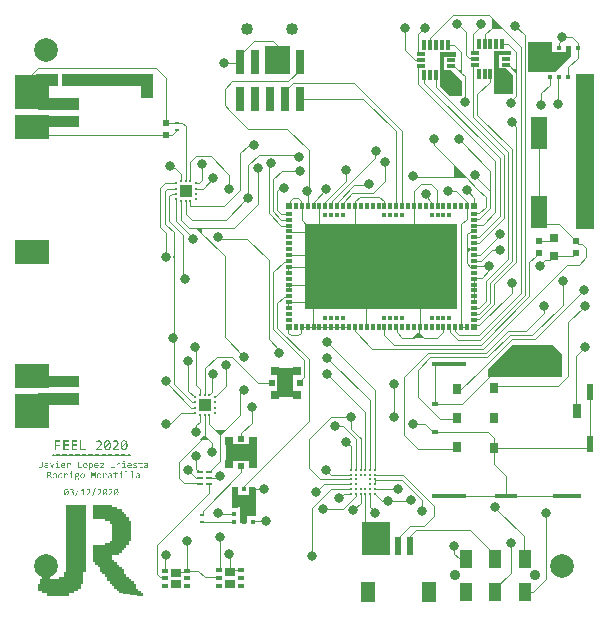
<source format=gbr>
%TF.GenerationSoftware,Altium Limited,Altium Designer,20.1.11 (218)*%
G04 Layer_Physical_Order=1*
G04 Layer_Color=255*
%FSLAX45Y45*%
%MOMM*%
%TF.SameCoordinates,A720D921-2E1A-4B1E-B03F-C1F3B01285F1*%
%TF.FilePolarity,Positive*%
%TF.FileFunction,Copper,L1,Top,Signal*%
%TF.Part,Single*%
G01*
G75*
%TA.AperFunction,Conductor*%
%ADD10C,0.10000*%
%TA.AperFunction,BGAPad,CuDef*%
%ADD11R,0.40000X0.40000*%
%TA.AperFunction,ConnectorPad*%
%ADD12R,1.00000X1.60000*%
%TA.AperFunction,SMDPad,CuDef*%
%ADD13C,2.00000*%
%TA.AperFunction,BGAPad,CuDef*%
%ADD14R,0.35000X0.35000*%
%TA.AperFunction,SMDPad,CuDef*%
%ADD15R,0.30000X0.27000*%
%ADD16R,0.50000X0.60000*%
%TA.AperFunction,BGAPad,CuDef*%
%ADD17R,0.80000X0.80000*%
%TA.AperFunction,SMDPad,CuDef*%
%ADD18R,0.30000X0.54000*%
%ADD19R,0.54000X0.54000*%
%ADD20R,0.54000X0.30000*%
%TA.AperFunction,BGAPad,CuDef*%
%ADD21R,0.30000X0.30000*%
%TA.AperFunction,SMDPad,CuDef*%
%ADD22R,2.90000X0.45000*%
%ADD23R,1.90000X0.45000*%
%ADD24R,2.40000X0.45000*%
%ADD25R,0.65000X1.20000*%
%ADD26R,0.50000X1.40000*%
%ADD27R,0.70000X0.75000*%
%ADD28R,0.60000X0.60000*%
%ADD29R,0.60000X0.30000*%
%ADD30R,0.70000X0.90000*%
%TA.AperFunction,BGAPad,CuDef*%
%ADD31C,0.21000*%
%TA.AperFunction,SMDPad,CuDef*%
%ADD32R,1.20000X1.80000*%
%ADD33R,0.60000X1.55000*%
%ADD34R,0.58000X0.50000*%
%ADD35R,0.80000X0.75000*%
%ADD36R,0.55000X0.60000*%
%ADD37R,1.40000X2.75000*%
%ADD38R,1.39000X2.75000*%
%ADD39R,0.80000X0.80000*%
%ADD40R,0.80000X0.30000*%
%ADD41R,0.30000X0.92500*%
%ADD42R,0.52500X0.25000*%
%ADD43R,0.50000X0.58000*%
%ADD44R,0.75000X0.80000*%
%ADD45R,1.00000X1.00000*%
%ADD46R,0.25000X0.23000*%
%ADD47R,0.23000X0.25000*%
%ADD48R,3.00000X3.00000*%
%ADD49R,3.00000X2.00000*%
%ADD50R,0.55000X0.42000*%
%ADD51R,0.92000X0.71000*%
%TA.AperFunction,ConnectorPad*%
%ADD52R,0.76000X2.03000*%
%TA.AperFunction,NonConductor*%
%ADD53C,0.20000*%
%TA.AperFunction,Conductor*%
%ADD54R,0.47600X1.75798*%
%ADD55R,0.60000X1.40000*%
%ADD56R,0.62499X0.09997*%
%ADD57R,1.20000X1.10800*%
%ADD58R,1.93040X1.00000*%
%TA.AperFunction,ComponentPad*%
%ADD59C,0.90000*%
%ADD60C,1.02000*%
%TA.AperFunction,ViaPad*%
%ADD61C,0.80000*%
%ADD62C,0.50000*%
%ADD63C,0.30000*%
G36*
X4167408Y4875000D02*
X4090858D01*
X4090000Y4875858D01*
Y4960000D01*
X4167408Y4875000D01*
D02*
G37*
G36*
X4600000Y4670000D02*
X4720000D01*
Y4720000D01*
X4760000D01*
Y4630000D01*
X4630000Y4500000D01*
X4400000Y4500000D01*
X4400000Y4750000D01*
X4600000Y4750000D01*
X4600000Y4670000D01*
D02*
G37*
G36*
X4300000Y4526847D02*
X4300000Y4494897D01*
X4298800Y4493696D01*
X4265649Y4526847D01*
X4300000Y4526847D01*
D02*
G37*
G36*
X3830000Y4492500D02*
X3802500Y4520000D01*
X3830000D01*
Y4492500D01*
D02*
G37*
G36*
X2380000Y4480000D02*
X2170000D01*
Y4720000D01*
X2380000D01*
Y4480000D01*
D02*
G37*
G36*
X4250000Y4640000D02*
X4150000D01*
Y4530000D01*
X4210000D01*
X4270000Y4470000D01*
Y4310000D01*
X4110000D01*
Y4680000D01*
X4250000D01*
Y4640000D01*
D02*
G37*
G36*
X3790000Y4630000D02*
X3690000D01*
Y4520000D01*
X3740000D01*
X3839999Y4419998D01*
X3840000Y4300000D01*
X3730000Y4300000D01*
X3650000Y4380000D01*
X3650000Y4670000D01*
X3790000Y4670000D01*
Y4630000D01*
D02*
G37*
G36*
X1220000Y4280000D02*
X1120000D01*
Y4380000D01*
X454742D01*
Y4480000D01*
X1120000Y4480000D01*
D01*
X1220000D01*
Y4280000D01*
D02*
G37*
G36*
X600000Y4180000D02*
X250000D01*
Y4280000D01*
X600000D01*
Y4180000D01*
D02*
G37*
G36*
Y4030000D02*
X250000D01*
Y4130000D01*
X600000D01*
Y4030000D01*
D02*
G37*
G36*
X3870000Y3610000D02*
X3770000Y3610000D01*
Y3710000D01*
X3870000Y3610000D01*
D02*
G37*
G36*
X1540000Y3450000D02*
X1460000D01*
Y3530000D01*
X1540000D01*
Y3450000D01*
D02*
G37*
G36*
X4960000Y3170000D02*
X4800000D01*
Y4480000D01*
X4960000D01*
Y3170000D01*
D02*
G37*
G36*
X1640000Y3130000D02*
X1590000Y3180000D01*
X1640000D01*
Y3130000D01*
D02*
G37*
G36*
X3884601Y3015399D02*
Y3015379D01*
X3902506Y2997398D01*
X3884698Y2979590D01*
X3884601D01*
X3882301Y2977289D01*
X3880000Y2974988D01*
Y2997398D01*
X3884601Y3001999D01*
Y3002047D01*
X3880000Y2997446D01*
Y3020000D01*
X3884601Y3015399D01*
D02*
G37*
G36*
X3800000Y2490000D02*
X2510000Y2490000D01*
X2510000Y3210000D01*
X3800000D01*
Y2490000D01*
D02*
G37*
G36*
X3515433Y2250282D02*
X3424566Y2249718D01*
X3470282Y2295434D01*
X3515433Y2250282D01*
D02*
G37*
G36*
X4684464Y2115536D02*
Y1918469D01*
X4060000Y1918468D01*
X4060000Y1982164D01*
X4267836Y2190000D01*
X4610000D01*
X4684464Y2115536D01*
D02*
G37*
G36*
X600000Y1830000D02*
X250000D01*
Y1930000D01*
X600000D01*
Y1830000D01*
D02*
G37*
G36*
X2410000Y1745000D02*
X2270000D01*
Y1990000D01*
X2410000D01*
Y1745000D01*
D02*
G37*
G36*
X600000Y1680000D02*
X250000D01*
Y1780000D01*
X600000D01*
Y1680000D01*
D02*
G37*
G36*
X1750000Y1470000D02*
X1830000D01*
X1790000Y1430000D01*
X1745003Y1474997D01*
X1750000Y1470000D01*
D02*
G37*
G36*
X1704994Y1380000D02*
X1615006D01*
X1655000Y1419994D01*
X1665000D01*
X1704994Y1380000D01*
D02*
G37*
G36*
X2100000Y1210000D02*
X1840000D01*
Y1350000D01*
X2100000D01*
Y1210000D01*
D02*
G37*
G36*
X2092495Y977499D02*
Y741662D01*
X2019979Y741662D01*
Y674933D01*
X2019979Y741662D01*
X2019979D01*
Y741700D01*
X2004986Y756693D01*
X1959980Y674933D01*
Y814933D01*
X1900732D01*
X1894996Y809198D01*
Y984996D01*
X1942596D01*
Y919995D01*
X2037399D01*
Y984996D01*
X2084998D01*
X2092495Y977499D01*
D02*
G37*
G36*
X3230000Y410000D02*
X2990000D01*
Y690000D01*
X3230000D01*
Y410000D01*
D02*
G37*
G36*
X652560Y817360D02*
Y797040D01*
Y776720D01*
Y756400D01*
Y736080D01*
Y715760D01*
Y695440D01*
Y675120D01*
Y654800D01*
Y634480D01*
Y614160D01*
Y593840D01*
Y573520D01*
Y553200D01*
Y532880D01*
Y512560D01*
Y492240D01*
Y471920D01*
Y451600D01*
Y431280D01*
Y410960D01*
Y390640D01*
Y370320D01*
Y350000D01*
Y329680D01*
Y309360D01*
Y289040D01*
Y268720D01*
X632240D01*
Y248400D01*
Y228080D01*
Y207760D01*
Y187440D01*
Y167120D01*
X611920D01*
Y146800D01*
Y126480D01*
X591600D01*
Y106160D01*
X550960D01*
Y85840D01*
X510320D01*
Y65520D01*
X327440D01*
Y85840D01*
X286800D01*
Y106160D01*
X246160D01*
Y126480D01*
Y146800D01*
Y167120D01*
X266480D01*
Y187440D01*
Y207760D01*
X286800D01*
Y228080D01*
Y248400D01*
X307120D01*
Y228080D01*
X347760D01*
Y207760D01*
X429040D01*
Y228080D01*
X469680D01*
Y248400D01*
Y268720D01*
X490000D01*
Y289040D01*
Y309360D01*
Y329680D01*
Y350000D01*
Y370320D01*
Y390640D01*
Y410960D01*
Y431280D01*
Y451600D01*
Y471920D01*
Y492240D01*
Y512560D01*
Y532880D01*
Y553200D01*
Y573520D01*
Y593840D01*
Y614160D01*
Y634480D01*
Y654800D01*
Y675120D01*
Y695440D01*
Y715760D01*
Y736080D01*
Y756400D01*
Y776720D01*
Y797040D01*
Y817360D01*
Y837680D01*
X652560D01*
Y817360D01*
D02*
G37*
G36*
X876080D02*
X916720D01*
Y797040D01*
X957360D01*
Y776720D01*
X977680D01*
Y756400D01*
X998000D01*
Y736080D01*
X1018320D01*
Y715760D01*
Y695440D01*
X1038640D01*
Y675120D01*
Y654800D01*
Y634480D01*
Y614160D01*
Y593840D01*
Y573520D01*
Y553200D01*
Y532880D01*
X1018320D01*
Y512560D01*
Y492240D01*
X998000D01*
Y471920D01*
X977680D01*
Y451600D01*
X957360D01*
Y431280D01*
X937040D01*
Y410960D01*
X876080D01*
Y390640D01*
Y370320D01*
X896400D01*
Y350000D01*
X916720D01*
Y329680D01*
X937040D01*
Y309360D01*
X957360D01*
Y289040D01*
X977680D01*
Y268720D01*
Y248400D01*
X998000D01*
Y228080D01*
X1018320D01*
Y207760D01*
X1038640D01*
Y187440D01*
X1058960D01*
Y167120D01*
X1079280D01*
Y146800D01*
Y126480D01*
X1099600D01*
Y106160D01*
X1119920D01*
Y85840D01*
X1140240D01*
Y65520D01*
X1119920D01*
X937040Y85840D01*
Y106160D01*
X916720D01*
Y126480D01*
X896400D01*
Y146800D01*
X876080D01*
Y167120D01*
X855760D01*
Y187440D01*
X835440D01*
Y207760D01*
Y228080D01*
X815120D01*
Y248400D01*
X794800D01*
Y268720D01*
X774480D01*
Y289040D01*
Y309360D01*
X754160D01*
Y329680D01*
X733840D01*
Y350000D01*
X713520D01*
Y370320D01*
Y390640D01*
Y410960D01*
Y431280D01*
Y451600D01*
Y471920D01*
Y492240D01*
X815120D01*
Y512560D01*
X855760D01*
Y532880D01*
X876080D01*
Y553200D01*
Y573520D01*
Y593840D01*
Y614160D01*
Y634480D01*
Y654800D01*
Y675120D01*
X855760D01*
Y695440D01*
X815120D01*
Y715760D01*
X713520D01*
Y736080D01*
Y756400D01*
Y776720D01*
Y797040D01*
Y817360D01*
Y837680D01*
X876080D01*
Y817360D01*
D02*
G37*
G36*
X534781Y970187D02*
X535798D01*
X537000Y970002D01*
X538202Y969817D01*
X539497Y969632D01*
X540791Y969262D01*
X540976D01*
X541346Y969077D01*
X541993Y968892D01*
X542732Y968615D01*
X543657Y968245D01*
X544582Y967783D01*
X545506Y967228D01*
X546338Y966581D01*
X546431Y966489D01*
X546708Y966304D01*
X547078Y965934D01*
X547633Y965379D01*
X548095Y964732D01*
X548650Y964085D01*
X549204Y963253D01*
X549667Y962328D01*
X549759Y962236D01*
X549852Y961866D01*
X550036Y961403D01*
X550314Y960664D01*
X550499Y959832D01*
X550684Y958907D01*
X550776Y957798D01*
X550869Y956688D01*
Y956596D01*
Y956503D01*
Y955949D01*
X550776Y955024D01*
X550591Y954007D01*
X550314Y952713D01*
X549852Y951418D01*
X549297Y950124D01*
X548465Y948829D01*
X548372Y948737D01*
X548002Y948275D01*
X547448Y947720D01*
X546708Y947073D01*
X545784Y946241D01*
X544674Y945409D01*
X543287Y944576D01*
X541808Y943837D01*
X541900D01*
X542178Y943744D01*
X542548Y943652D01*
X543102Y943559D01*
X543749Y943375D01*
X544489Y943097D01*
X545968Y942450D01*
X546061D01*
X546338Y942265D01*
X546708Y942080D01*
X547263Y941803D01*
X548465Y940971D01*
X549667Y939954D01*
X549759Y939861D01*
X549944Y939676D01*
X550221Y939306D01*
X550591Y938937D01*
X551054Y938382D01*
X551516Y937735D01*
X552348Y936255D01*
X552440Y936163D01*
X552533Y935886D01*
X552718Y935423D01*
X552903Y934869D01*
X553088Y934129D01*
X553272Y933389D01*
X553457Y932465D01*
Y931540D01*
Y931355D01*
Y930893D01*
X553365Y930246D01*
X553272Y929321D01*
X553088Y928304D01*
X552810Y927195D01*
X552440Y925993D01*
X551978Y924791D01*
X551886Y924698D01*
X551701Y924236D01*
X551331Y923681D01*
X550869Y922942D01*
X550221Y922110D01*
X549482Y921185D01*
X548557Y920261D01*
X547540Y919336D01*
X547448Y919244D01*
X546985Y918966D01*
X546431Y918504D01*
X545599Y918042D01*
X544489Y917394D01*
X543287Y916840D01*
X541808Y916192D01*
X540236Y915638D01*
X540144D01*
X540051Y915545D01*
X539774D01*
X539497Y915453D01*
X538572Y915268D01*
X537278Y914991D01*
X535798Y914713D01*
X534042Y914528D01*
X532100Y914436D01*
X529974Y914343D01*
X528032D01*
X527107Y914436D01*
X526183D01*
X524149Y914621D01*
X523687D01*
X523224Y914713D01*
X522577D01*
X521837Y914806D01*
X521005Y914898D01*
X519341Y915083D01*
Y921555D01*
X519434D01*
X519803Y921462D01*
X520266Y921370D01*
X520913Y921278D01*
X521745Y921185D01*
X522670Y921093D01*
X524704Y920815D01*
X525258D01*
X525813Y920723D01*
X527477D01*
X528494Y920630D01*
X532100D01*
X533025Y920723D01*
X534134Y920815D01*
X535244Y920908D01*
X536445Y921093D01*
X537555Y921278D01*
X537647D01*
X538017Y921462D01*
X538572Y921555D01*
X539219Y921832D01*
X540791Y922479D01*
X541531Y922942D01*
X542270Y923404D01*
X542363Y923497D01*
X542548Y923681D01*
X542917Y923959D01*
X543287Y924329D01*
X544212Y925438D01*
X544582Y925993D01*
X544951Y926732D01*
Y926825D01*
X545136Y927102D01*
X545229Y927472D01*
X545414Y928027D01*
X545599Y928674D01*
X545691Y929414D01*
X545876Y931170D01*
Y931263D01*
Y931540D01*
X545784Y932002D01*
Y932465D01*
X545414Y933759D01*
X545229Y934406D01*
X544859Y935054D01*
Y935146D01*
X544674Y935331D01*
X544397Y935608D01*
X544119Y936071D01*
X543195Y936903D01*
X541993Y937827D01*
X541900Y937920D01*
X541715Y938012D01*
X541346Y938197D01*
X540791Y938474D01*
X540144Y938752D01*
X539404Y939029D01*
X538572Y939306D01*
X537647Y939491D01*
X537555D01*
X537185Y939584D01*
X536723Y939676D01*
X536076Y939861D01*
X535244Y939954D01*
X534319Y940046D01*
X532192Y940139D01*
X525998D01*
Y946056D01*
X533209D01*
X533764Y946148D01*
X534504Y946241D01*
X535244Y946333D01*
X536815Y946703D01*
X536908D01*
X537185Y946795D01*
X537555Y946980D01*
X538017Y947165D01*
X539127Y947720D01*
X540236Y948552D01*
X540329Y948645D01*
X540514Y948737D01*
X540791Y949014D01*
X541068Y949384D01*
X541808Y950309D01*
X542455Y951511D01*
Y951603D01*
X542548Y951788D01*
X542732Y952158D01*
X542917Y952713D01*
X543010Y953267D01*
X543195Y954007D01*
X543287Y955579D01*
Y955671D01*
Y955764D01*
Y956318D01*
X543195Y957058D01*
X542917Y957983D01*
X542640Y959092D01*
X542178Y960109D01*
X541531Y961126D01*
X540606Y961958D01*
X540514Y962051D01*
X540144Y962236D01*
X539497Y962605D01*
X538664Y962975D01*
X537555Y963345D01*
X536168Y963715D01*
X534596Y963900D01*
X532747Y963992D01*
X531730D01*
X530991Y963900D01*
X530158D01*
X529141Y963807D01*
X527015Y963437D01*
X526922D01*
X526553Y963345D01*
X525905Y963253D01*
X525166Y963068D01*
X524241Y962790D01*
X523224Y962513D01*
X522022Y962236D01*
X520820Y961866D01*
Y968153D01*
X520913D01*
X521098Y968245D01*
X521375Y968338D01*
X521745Y968430D01*
X522670Y968707D01*
X523779Y968985D01*
X523871D01*
X524056Y969077D01*
X524426D01*
X524796Y969170D01*
X525813Y969447D01*
X527015Y969632D01*
X527107D01*
X527292Y969725D01*
X527570D01*
X528032Y969817D01*
X529049Y969909D01*
X530158Y970094D01*
X530436D01*
X530806Y970187D01*
X531175D01*
X532192Y970279D01*
X533949D01*
X534781Y970187D01*
D02*
G37*
G36*
X864572D02*
X865496D01*
X866513Y970002D01*
X867623Y969817D01*
X868825Y969540D01*
X869934Y969170D01*
X870027Y969077D01*
X870397Y968985D01*
X870951Y968707D01*
X871691Y968338D01*
X872523Y967875D01*
X873355Y967413D01*
X875019Y966026D01*
X875112Y965934D01*
X875389Y965656D01*
X875759Y965194D01*
X876314Y964639D01*
X876868Y963900D01*
X877423Y963068D01*
X877978Y962143D01*
X878440Y961034D01*
X878533Y960941D01*
X878625Y960479D01*
X878810Y959924D01*
X879087Y959092D01*
X879272Y958075D01*
X879457Y956966D01*
X879550Y955764D01*
X879642Y954377D01*
Y954284D01*
Y953822D01*
Y953267D01*
X879550Y952435D01*
X879457Y951603D01*
X879272Y950586D01*
X878810Y948552D01*
Y948460D01*
X878625Y948090D01*
X878440Y947535D01*
X878163Y946888D01*
X877793Y946056D01*
X877331Y945131D01*
X876221Y943190D01*
X876129Y943097D01*
X875944Y942727D01*
X875574Y942265D01*
X875112Y941525D01*
X874465Y940693D01*
X873725Y939769D01*
X872893Y938752D01*
X871968Y937735D01*
X871876Y937642D01*
X871506Y937272D01*
X870951Y936718D01*
X870304Y935978D01*
X869380Y935054D01*
X868362Y934036D01*
X867253Y932835D01*
X865959Y931633D01*
X856158Y922017D01*
X882601D01*
Y915083D01*
X846728D01*
Y921555D01*
X860689Y935516D01*
X860874Y935701D01*
X861243Y936071D01*
X861891Y936718D01*
X862723Y937550D01*
X863647Y938474D01*
X864572Y939491D01*
X865496Y940508D01*
X866328Y941433D01*
X866421Y941525D01*
X866698Y941895D01*
X867068Y942358D01*
X867530Y942912D01*
X868085Y943652D01*
X868640Y944392D01*
X869657Y945963D01*
X869749Y946056D01*
X869842Y946333D01*
X870119Y946703D01*
X870397Y947258D01*
X870951Y948460D01*
X871321Y949846D01*
Y949939D01*
X871414Y950216D01*
X871506Y950586D01*
X871598Y951048D01*
Y951603D01*
X871691Y952343D01*
X871783Y953822D01*
Y953915D01*
Y954192D01*
Y954562D01*
X871691Y955024D01*
X871598Y956318D01*
X871229Y957613D01*
Y957705D01*
X871136Y957890D01*
X871044Y958260D01*
X870859Y958722D01*
X870304Y959739D01*
X869564Y960849D01*
X869472Y960941D01*
X869380Y961126D01*
X869102Y961311D01*
X868825Y961681D01*
X867808Y962328D01*
X866606Y963068D01*
X866513D01*
X866328Y963160D01*
X865959Y963345D01*
X865404Y963530D01*
X864757Y963622D01*
X864110Y963807D01*
X863277Y963900D01*
X861798D01*
X861151Y963807D01*
X860319Y963715D01*
X859302Y963530D01*
X858285Y963253D01*
X857175Y962883D01*
X856066Y962328D01*
X855973Y962236D01*
X855604Y962051D01*
X855049Y961681D01*
X854309Y961219D01*
X853570Y960664D01*
X852645Y960017D01*
X851813Y959185D01*
X850888Y958352D01*
X846913Y963068D01*
X847098Y963253D01*
X847467Y963622D01*
X848115Y964177D01*
X848947Y964917D01*
X849964Y965749D01*
X851166Y966581D01*
X852460Y967506D01*
X853939Y968245D01*
X854032D01*
X854124Y968338D01*
X854679Y968523D01*
X855511Y968892D01*
X856621Y969262D01*
X858007Y969632D01*
X859579Y970002D01*
X861336Y970187D01*
X863277Y970279D01*
X863925D01*
X864572Y970187D01*
D02*
G37*
G36*
X770821D02*
X771746D01*
X772763Y970002D01*
X773872Y969817D01*
X775074Y969540D01*
X776184Y969170D01*
X776276Y969077D01*
X776646Y968985D01*
X777201Y968707D01*
X777941Y968338D01*
X778773Y967875D01*
X779605Y967413D01*
X781269Y966026D01*
X781361Y965934D01*
X781639Y965656D01*
X782009Y965194D01*
X782563Y964639D01*
X783118Y963900D01*
X783673Y963068D01*
X784228Y962143D01*
X784690Y961034D01*
X784782Y960941D01*
X784875Y960479D01*
X785060Y959924D01*
X785337Y959092D01*
X785522Y958075D01*
X785707Y956966D01*
X785799Y955764D01*
X785892Y954377D01*
Y954284D01*
Y953822D01*
Y953267D01*
X785799Y952435D01*
X785707Y951603D01*
X785522Y950586D01*
X785060Y948552D01*
Y948460D01*
X784875Y948090D01*
X784690Y947535D01*
X784412Y946888D01*
X784043Y946056D01*
X783580Y945131D01*
X782471Y943190D01*
X782378Y943097D01*
X782194Y942727D01*
X781824Y942265D01*
X781361Y941525D01*
X780714Y940693D01*
X779975Y939769D01*
X779142Y938752D01*
X778218Y937735D01*
X778125Y937642D01*
X777756Y937272D01*
X777201Y936718D01*
X776554Y935978D01*
X775629Y935054D01*
X774612Y934036D01*
X773503Y932835D01*
X772208Y931633D01*
X762408Y922017D01*
X788850D01*
Y915083D01*
X752977D01*
Y921555D01*
X766938Y935516D01*
X767123Y935701D01*
X767493Y936071D01*
X768140Y936718D01*
X768972Y937550D01*
X769897Y938474D01*
X770821Y939491D01*
X771746Y940508D01*
X772578Y941433D01*
X772671Y941525D01*
X772948Y941895D01*
X773318Y942358D01*
X773780Y942912D01*
X774335Y943652D01*
X774889Y944392D01*
X775906Y945963D01*
X775999Y946056D01*
X776091Y946333D01*
X776369Y946703D01*
X776646Y947258D01*
X777201Y948460D01*
X777571Y949846D01*
Y949939D01*
X777663Y950216D01*
X777756Y950586D01*
X777848Y951048D01*
Y951603D01*
X777941Y952343D01*
X778033Y953822D01*
Y953915D01*
Y954192D01*
Y954562D01*
X777941Y955024D01*
X777848Y956318D01*
X777478Y957613D01*
Y957705D01*
X777386Y957890D01*
X777293Y958260D01*
X777108Y958722D01*
X776554Y959739D01*
X775814Y960849D01*
X775722Y960941D01*
X775629Y961126D01*
X775352Y961311D01*
X775074Y961681D01*
X774057Y962328D01*
X772855Y963068D01*
X772763D01*
X772578Y963160D01*
X772208Y963345D01*
X771654Y963530D01*
X771006Y963622D01*
X770359Y963807D01*
X769527Y963900D01*
X768048D01*
X767401Y963807D01*
X766568Y963715D01*
X765551Y963530D01*
X764534Y963253D01*
X763425Y962883D01*
X762315Y962328D01*
X762223Y962236D01*
X761853Y962051D01*
X761298Y961681D01*
X760559Y961219D01*
X759819Y960664D01*
X758895Y960017D01*
X758062Y959185D01*
X757138Y958352D01*
X753162Y963068D01*
X753347Y963253D01*
X753717Y963622D01*
X754364Y964177D01*
X755196Y964917D01*
X756213Y965749D01*
X757415Y966581D01*
X758710Y967506D01*
X760189Y968245D01*
X760281D01*
X760374Y968338D01*
X760929Y968523D01*
X761761Y968892D01*
X762870Y969262D01*
X764257Y969632D01*
X765829Y970002D01*
X767585Y970187D01*
X769527Y970279D01*
X770174D01*
X770821Y970187D01*
D02*
G37*
G36*
X677071D02*
X677996D01*
X679013Y970002D01*
X680122Y969817D01*
X681324Y969540D01*
X682433Y969170D01*
X682526Y969077D01*
X682896Y968985D01*
X683450Y968707D01*
X684190Y968338D01*
X685022Y967875D01*
X685854Y967413D01*
X687519Y966026D01*
X687611Y965934D01*
X687888Y965656D01*
X688258Y965194D01*
X688813Y964639D01*
X689368Y963900D01*
X689922Y963068D01*
X690477Y962143D01*
X690939Y961034D01*
X691032Y960941D01*
X691124Y960479D01*
X691309Y959924D01*
X691587Y959092D01*
X691772Y958075D01*
X691956Y956966D01*
X692049Y955764D01*
X692141Y954377D01*
Y954284D01*
Y953822D01*
Y953267D01*
X692049Y952435D01*
X691956Y951603D01*
X691772Y950586D01*
X691309Y948552D01*
Y948460D01*
X691124Y948090D01*
X690939Y947535D01*
X690662Y946888D01*
X690292Y946056D01*
X689830Y945131D01*
X688720Y943190D01*
X688628Y943097D01*
X688443Y942727D01*
X688073Y942265D01*
X687611Y941525D01*
X686964Y940693D01*
X686224Y939769D01*
X685392Y938752D01*
X684468Y937735D01*
X684375Y937642D01*
X684005Y937272D01*
X683450Y936718D01*
X682803Y935978D01*
X681879Y935054D01*
X680862Y934036D01*
X679752Y932835D01*
X678458Y931633D01*
X668658Y922017D01*
X695100D01*
Y915083D01*
X659227D01*
Y921555D01*
X673188Y935516D01*
X673373Y935701D01*
X673743Y936071D01*
X674390Y936718D01*
X675222Y937550D01*
X676146Y938474D01*
X677071Y939491D01*
X677996Y940508D01*
X678828Y941433D01*
X678920Y941525D01*
X679198Y941895D01*
X679567Y942358D01*
X680030Y942912D01*
X680584Y943652D01*
X681139Y944392D01*
X682156Y945963D01*
X682249Y946056D01*
X682341Y946333D01*
X682618Y946703D01*
X682896Y947258D01*
X683450Y948460D01*
X683820Y949846D01*
Y949939D01*
X683913Y950216D01*
X684005Y950586D01*
X684098Y951048D01*
Y951603D01*
X684190Y952343D01*
X684283Y953822D01*
Y953915D01*
Y954192D01*
Y954562D01*
X684190Y955024D01*
X684098Y956318D01*
X683728Y957613D01*
Y957705D01*
X683635Y957890D01*
X683543Y958260D01*
X683358Y958722D01*
X682803Y959739D01*
X682064Y960849D01*
X681971Y960941D01*
X681879Y961126D01*
X681601Y961311D01*
X681324Y961681D01*
X680307Y962328D01*
X679105Y963068D01*
X679013D01*
X678828Y963160D01*
X678458Y963345D01*
X677903Y963530D01*
X677256Y963622D01*
X676609Y963807D01*
X675777Y963900D01*
X674297D01*
X673650Y963807D01*
X672818Y963715D01*
X671801Y963530D01*
X670784Y963253D01*
X669675Y962883D01*
X668565Y962328D01*
X668473Y962236D01*
X668103Y962051D01*
X667548Y961681D01*
X666808Y961219D01*
X666069Y960664D01*
X665144Y960017D01*
X664312Y959185D01*
X663388Y958352D01*
X659412Y963068D01*
X659597Y963253D01*
X659967Y963622D01*
X660614Y964177D01*
X661446Y964917D01*
X662463Y965749D01*
X663665Y966581D01*
X664959Y967506D01*
X666439Y968245D01*
X666531D01*
X666624Y968338D01*
X667178Y968523D01*
X668010Y968892D01*
X669120Y969262D01*
X670507Y969632D01*
X672078Y970002D01*
X673835Y970187D01*
X675777Y970279D01*
X676424D01*
X677071Y970187D01*
D02*
G37*
G36*
X635651Y921832D02*
X647762D01*
Y915083D01*
X613646D01*
Y921832D01*
X627607D01*
Y961496D01*
X614571Y954469D01*
X611982Y960664D01*
X629179Y969725D01*
X635651D01*
Y921832D01*
D02*
G37*
G36*
X912926Y970187D02*
X913943Y970094D01*
X915145Y969909D01*
X916532Y969540D01*
X917826Y969170D01*
X919213Y968615D01*
X919398Y968523D01*
X919860Y968338D01*
X920508Y967875D01*
X921340Y967321D01*
X922264Y966673D01*
X923281Y965749D01*
X924298Y964732D01*
X925315Y963530D01*
X925408Y963345D01*
X925778Y962883D01*
X926240Y962143D01*
X926795Y961126D01*
X927442Y959924D01*
X928089Y958352D01*
X928736Y956688D01*
X929291Y954747D01*
Y954654D01*
X929383Y954469D01*
Y954192D01*
X929476Y953822D01*
X929661Y953267D01*
X929753Y952713D01*
X929846Y951973D01*
X930031Y951233D01*
X930216Y949384D01*
X930493Y947258D01*
X930585Y944854D01*
X930678Y942265D01*
Y942173D01*
Y941988D01*
Y941618D01*
Y941248D01*
Y940693D01*
X930585Y940046D01*
X930493Y938474D01*
X930400Y936718D01*
X930123Y934776D01*
X929846Y932742D01*
X929383Y930801D01*
Y930708D01*
X929291Y930616D01*
Y930338D01*
X929199Y929968D01*
X928829Y929044D01*
X928459Y927842D01*
X927904Y926455D01*
X927257Y924976D01*
X926517Y923497D01*
X925593Y922017D01*
X925500Y921832D01*
X925130Y921370D01*
X924576Y920723D01*
X923836Y919891D01*
X923004Y918966D01*
X921895Y918042D01*
X920693Y917117D01*
X919306Y916285D01*
X919121Y916192D01*
X918659Y916008D01*
X917826Y915638D01*
X916809Y915360D01*
X915515Y914991D01*
X914036Y914621D01*
X912372Y914436D01*
X910522Y914343D01*
X909783D01*
X908951Y914436D01*
X907841Y914528D01*
X906639Y914713D01*
X905252Y914991D01*
X903866Y915360D01*
X902479Y915915D01*
X902294Y916008D01*
X901924Y916192D01*
X901277Y916655D01*
X900445Y917209D01*
X899428Y917857D01*
X898411Y918781D01*
X897394Y919798D01*
X896377Y921000D01*
X896284Y921185D01*
X896007Y921647D01*
X895545Y922387D01*
X894990Y923404D01*
X894343Y924606D01*
X893695Y926085D01*
X893048Y927842D01*
X892494Y929691D01*
Y929784D01*
X892401Y929968D01*
Y930246D01*
X892309Y930616D01*
X892216Y931170D01*
X892124Y931725D01*
X891939Y932465D01*
X891846Y933204D01*
X891569Y935054D01*
X891384Y937180D01*
X891292Y939676D01*
X891199Y942265D01*
Y942358D01*
Y942542D01*
Y942912D01*
Y943282D01*
Y943837D01*
X891292Y944484D01*
X891384Y946056D01*
X891476Y947812D01*
X891754Y949662D01*
X892031Y951696D01*
X892401Y953637D01*
Y953730D01*
X892494Y953915D01*
X892586Y954099D01*
X892678Y954469D01*
X892956Y955486D01*
X893326Y956688D01*
X893880Y958075D01*
X894528Y959554D01*
X895360Y961034D01*
X896192Y962513D01*
X896284Y962698D01*
X896654Y963160D01*
X897209Y963807D01*
X897948Y964639D01*
X898781Y965564D01*
X899890Y966489D01*
X901092Y967413D01*
X902479Y968245D01*
X902664Y968338D01*
X903126Y968523D01*
X903958Y968892D01*
X904975Y969262D01*
X906269Y969632D01*
X907841Y970002D01*
X909505Y970187D01*
X911355Y970279D01*
X912094D01*
X912926Y970187D01*
D02*
G37*
G36*
X819176D02*
X820193Y970094D01*
X821395Y969909D01*
X822782Y969540D01*
X824076Y969170D01*
X825463Y968615D01*
X825648Y968523D01*
X826110Y968338D01*
X826757Y967875D01*
X827589Y967321D01*
X828514Y966673D01*
X829531Y965749D01*
X830548Y964732D01*
X831565Y963530D01*
X831657Y963345D01*
X832027Y962883D01*
X832490Y962143D01*
X833044Y961126D01*
X833691Y959924D01*
X834339Y958352D01*
X834986Y956688D01*
X835541Y954747D01*
Y954654D01*
X835633Y954469D01*
Y954192D01*
X835726Y953822D01*
X835910Y953267D01*
X836003Y952713D01*
X836095Y951973D01*
X836280Y951233D01*
X836465Y949384D01*
X836743Y947258D01*
X836835Y944854D01*
X836927Y942265D01*
Y942173D01*
Y941988D01*
Y941618D01*
Y941248D01*
Y940693D01*
X836835Y940046D01*
X836743Y938474D01*
X836650Y936718D01*
X836373Y934776D01*
X836095Y932742D01*
X835633Y930801D01*
Y930708D01*
X835541Y930616D01*
Y930338D01*
X835448Y929968D01*
X835078Y929044D01*
X834709Y927842D01*
X834154Y926455D01*
X833507Y924976D01*
X832767Y923497D01*
X831842Y922017D01*
X831750Y921832D01*
X831380Y921370D01*
X830825Y920723D01*
X830086Y919891D01*
X829254Y918966D01*
X828144Y918042D01*
X826942Y917117D01*
X825555Y916285D01*
X825370Y916192D01*
X824908Y916008D01*
X824076Y915638D01*
X823059Y915360D01*
X821765Y914991D01*
X820285Y914621D01*
X818621Y914436D01*
X816772Y914343D01*
X816032D01*
X815200Y914436D01*
X814091Y914528D01*
X812889Y914713D01*
X811502Y914991D01*
X810115Y915360D01*
X808728Y915915D01*
X808543Y916008D01*
X808174Y916192D01*
X807526Y916655D01*
X806694Y917209D01*
X805677Y917857D01*
X804660Y918781D01*
X803643Y919798D01*
X802626Y921000D01*
X802534Y921185D01*
X802256Y921647D01*
X801794Y922387D01*
X801239Y923404D01*
X800592Y924606D01*
X799945Y926085D01*
X799298Y927842D01*
X798743Y929691D01*
Y929784D01*
X798651Y929968D01*
Y930246D01*
X798558Y930616D01*
X798466Y931170D01*
X798373Y931725D01*
X798188Y932465D01*
X798096Y933204D01*
X797819Y935054D01*
X797634Y937180D01*
X797541Y939676D01*
X797449Y942265D01*
Y942358D01*
Y942542D01*
Y942912D01*
Y943282D01*
Y943837D01*
X797541Y944484D01*
X797634Y946056D01*
X797726Y947812D01*
X798003Y949662D01*
X798281Y951696D01*
X798651Y953637D01*
Y953730D01*
X798743Y953915D01*
X798836Y954099D01*
X798928Y954469D01*
X799205Y955486D01*
X799575Y956688D01*
X800130Y958075D01*
X800777Y959554D01*
X801609Y961034D01*
X802441Y962513D01*
X802534Y962698D01*
X802904Y963160D01*
X803458Y963807D01*
X804198Y964639D01*
X805030Y965564D01*
X806140Y966489D01*
X807342Y967413D01*
X808728Y968245D01*
X808913Y968338D01*
X809376Y968523D01*
X810208Y968892D01*
X811225Y969262D01*
X812519Y969632D01*
X814091Y970002D01*
X815755Y970187D01*
X817604Y970279D01*
X818344D01*
X819176Y970187D01*
D02*
G37*
G36*
X491050D02*
X492067Y970094D01*
X493269Y969909D01*
X494655Y969540D01*
X495950Y969170D01*
X497337Y968615D01*
X497521Y968523D01*
X497984Y968338D01*
X498631Y967875D01*
X499463Y967321D01*
X500388Y966673D01*
X501405Y965749D01*
X502422Y964732D01*
X503439Y963530D01*
X503531Y963345D01*
X503901Y962883D01*
X504363Y962143D01*
X504918Y961126D01*
X505565Y959924D01*
X506212Y958352D01*
X506860Y956688D01*
X507414Y954747D01*
Y954654D01*
X507507Y954469D01*
Y954192D01*
X507599Y953822D01*
X507784Y953267D01*
X507877Y952713D01*
X507969Y951973D01*
X508154Y951233D01*
X508339Y949384D01*
X508616Y947258D01*
X508709Y944854D01*
X508801Y942265D01*
Y942173D01*
Y941988D01*
Y941618D01*
Y941248D01*
Y940693D01*
X508709Y940046D01*
X508616Y938474D01*
X508524Y936718D01*
X508246Y934776D01*
X507969Y932742D01*
X507507Y930801D01*
Y930708D01*
X507414Y930616D01*
Y930338D01*
X507322Y929968D01*
X506952Y929044D01*
X506582Y927842D01*
X506027Y926455D01*
X505380Y924976D01*
X504641Y923497D01*
X503716Y922017D01*
X503624Y921832D01*
X503254Y921370D01*
X502699Y920723D01*
X501959Y919891D01*
X501127Y918966D01*
X500018Y918042D01*
X498816Y917117D01*
X497429Y916285D01*
X497244Y916192D01*
X496782Y916008D01*
X495950Y915638D01*
X494933Y915360D01*
X493638Y914991D01*
X492159Y914621D01*
X490495Y914436D01*
X488646Y914343D01*
X487906D01*
X487074Y914436D01*
X485964Y914528D01*
X484763Y914713D01*
X483376Y914991D01*
X481989Y915360D01*
X480602Y915915D01*
X480417Y916008D01*
X480047Y916192D01*
X479400Y916655D01*
X478568Y917209D01*
X477551Y917857D01*
X476534Y918781D01*
X475517Y919798D01*
X474500Y921000D01*
X474407Y921185D01*
X474130Y921647D01*
X473668Y922387D01*
X473113Y923404D01*
X472466Y924606D01*
X471819Y926085D01*
X471172Y927842D01*
X470617Y929691D01*
Y929784D01*
X470524Y929968D01*
Y930246D01*
X470432Y930616D01*
X470339Y931170D01*
X470247Y931725D01*
X470062Y932465D01*
X469970Y933204D01*
X469692Y935054D01*
X469507Y937180D01*
X469415Y939676D01*
X469322Y942265D01*
Y942358D01*
Y942542D01*
Y942912D01*
Y943282D01*
Y943837D01*
X469415Y944484D01*
X469507Y946056D01*
X469600Y947812D01*
X469877Y949662D01*
X470155Y951696D01*
X470524Y953637D01*
Y953730D01*
X470617Y953915D01*
X470709Y954099D01*
X470802Y954469D01*
X471079Y955486D01*
X471449Y956688D01*
X472004Y958075D01*
X472651Y959554D01*
X473483Y961034D01*
X474315Y962513D01*
X474407Y962698D01*
X474777Y963160D01*
X475332Y963807D01*
X476072Y964639D01*
X476904Y965564D01*
X478013Y966489D01*
X479215Y967413D01*
X480602Y968245D01*
X480787Y968338D01*
X481249Y968523D01*
X482081Y968892D01*
X483098Y969262D01*
X484393Y969632D01*
X485964Y970002D01*
X487629Y970187D01*
X489478Y970279D01*
X490217D01*
X491050Y970187D01*
D02*
G37*
G36*
X711650Y906115D02*
X704808D01*
X733377Y973885D01*
X740218D01*
X711650Y906115D01*
D02*
G37*
G36*
X571024D02*
X564182D01*
X592751Y973885D01*
X599593D01*
X571024Y906115D01*
D02*
G37*
G36*
X954838Y1118277D02*
X955578Y1118184D01*
X956318Y1117907D01*
X956410D01*
X956503Y1117815D01*
X956965Y1117537D01*
X957520Y1117167D01*
X958074Y1116613D01*
X958259Y1116520D01*
X958537Y1116150D01*
X958999Y1115596D01*
X959369Y1114856D01*
X959461Y1114671D01*
X959646Y1114209D01*
X959738Y1113469D01*
X959831Y1112637D01*
Y1112545D01*
Y1112452D01*
X959738Y1111897D01*
X959646Y1111158D01*
X959369Y1110418D01*
X959276Y1110233D01*
X958999Y1109771D01*
X958629Y1109216D01*
X958074Y1108569D01*
X957982Y1108477D01*
X957612Y1108107D01*
X957057Y1107737D01*
X956318Y1107367D01*
X956133Y1107275D01*
X955670Y1107182D01*
X954931Y1107090D01*
X954099Y1106997D01*
X953914D01*
X953359Y1107090D01*
X952619Y1107182D01*
X951880Y1107367D01*
X951695Y1107460D01*
X951233Y1107737D01*
X950678Y1108107D01*
X950031Y1108569D01*
X949938Y1108754D01*
X949568Y1109124D01*
X949199Y1109679D01*
X948829Y1110418D01*
Y1110511D01*
X948736Y1110603D01*
X948644Y1111065D01*
X948551Y1111805D01*
X948459Y1112637D01*
Y1112730D01*
Y1112822D01*
X948551Y1113377D01*
X948644Y1114116D01*
X948829Y1114856D01*
Y1114948D01*
X948921Y1115041D01*
X949199Y1115503D01*
X949568Y1116058D01*
X950031Y1116613D01*
X950216Y1116798D01*
X950585Y1117075D01*
X951140Y1117537D01*
X951880Y1117907D01*
X951972D01*
X952065Y1118000D01*
X952527Y1118184D01*
X953267Y1118277D01*
X954099Y1118369D01*
X954284D01*
X954838Y1118277D01*
D02*
G37*
G36*
X532962D02*
X533701Y1118184D01*
X534441Y1117907D01*
X534533D01*
X534626Y1117815D01*
X535088Y1117537D01*
X535643Y1117167D01*
X536198Y1116613D01*
X536382Y1116520D01*
X536660Y1116150D01*
X537122Y1115596D01*
X537492Y1114856D01*
X537584Y1114671D01*
X537769Y1114209D01*
X537862Y1113469D01*
X537954Y1112637D01*
Y1112545D01*
Y1112452D01*
X537862Y1111897D01*
X537769Y1111158D01*
X537492Y1110418D01*
X537399Y1110233D01*
X537122Y1109771D01*
X536752Y1109216D01*
X536198Y1108569D01*
X536105Y1108477D01*
X535735Y1108107D01*
X535181Y1107737D01*
X534441Y1107367D01*
X534256Y1107275D01*
X533794Y1107182D01*
X533054Y1107090D01*
X532222Y1106997D01*
X532037D01*
X531482Y1107090D01*
X530743Y1107182D01*
X530003Y1107367D01*
X529818Y1107460D01*
X529356Y1107737D01*
X528801Y1108107D01*
X528154Y1108569D01*
X528061Y1108754D01*
X527692Y1109124D01*
X527322Y1109679D01*
X526952Y1110418D01*
Y1110511D01*
X526859Y1110603D01*
X526767Y1111065D01*
X526675Y1111805D01*
X526582Y1112637D01*
Y1112730D01*
Y1112822D01*
X526675Y1113377D01*
X526767Y1114116D01*
X526952Y1114856D01*
Y1114948D01*
X527044Y1115041D01*
X527322Y1115503D01*
X527692Y1116058D01*
X528154Y1116613D01*
X528339Y1116798D01*
X528709Y1117075D01*
X529263Y1117537D01*
X530003Y1117907D01*
X530095D01*
X530188Y1118000D01*
X530650Y1118184D01*
X531390Y1118277D01*
X532222Y1118369D01*
X532407D01*
X532962Y1118277D01*
D02*
G37*
G36*
X455206Y1059105D02*
X448642D01*
X448364Y1066964D01*
Y1066871D01*
X448272Y1066779D01*
X447810Y1066224D01*
X447255Y1065485D01*
X446423Y1064468D01*
X445406Y1063451D01*
X444296Y1062341D01*
X443094Y1061324D01*
X441800Y1060399D01*
X441615Y1060307D01*
X441153Y1060122D01*
X440506Y1059752D01*
X439489Y1059382D01*
X438379Y1059013D01*
X437085Y1058643D01*
X435698Y1058458D01*
X434126Y1058365D01*
X433571D01*
X432832Y1058458D01*
X432000Y1058550D01*
X431075Y1058735D01*
X429966Y1059013D01*
X428949Y1059382D01*
X427839Y1059845D01*
X427747Y1059937D01*
X427377Y1060122D01*
X426915Y1060492D01*
X426267Y1060954D01*
X425528Y1061509D01*
X424788Y1062249D01*
X424048Y1063081D01*
X423309Y1064005D01*
X423216Y1064098D01*
X423031Y1064468D01*
X422662Y1065115D01*
X422292Y1065854D01*
X421829Y1066871D01*
X421367Y1067981D01*
X420905Y1069183D01*
X420535Y1070570D01*
Y1070755D01*
X420443Y1071217D01*
X420258Y1072049D01*
X420165Y1073066D01*
X419980Y1074360D01*
X419795Y1075840D01*
X419703Y1077411D01*
Y1079076D01*
Y1079168D01*
Y1079353D01*
Y1079630D01*
Y1080000D01*
X419795Y1080925D01*
X419888Y1082219D01*
X420073Y1083698D01*
X420258Y1085270D01*
X420628Y1086934D01*
X421090Y1088506D01*
Y1088599D01*
X421182Y1088691D01*
X421367Y1089246D01*
X421737Y1089985D01*
X422199Y1090910D01*
X422754Y1092019D01*
X423494Y1093221D01*
X424326Y1094423D01*
X425250Y1095533D01*
X425343Y1095625D01*
X425713Y1095995D01*
X426267Y1096550D01*
X427099Y1097197D01*
X428024Y1097844D01*
X429134Y1098584D01*
X430335Y1099231D01*
X431722Y1099878D01*
X431907Y1099971D01*
X432369Y1100156D01*
X433202Y1100340D01*
X434219Y1100618D01*
X435421Y1100895D01*
X436900Y1101173D01*
X438472Y1101265D01*
X440136Y1101357D01*
X441338D01*
X442632Y1101265D01*
X444019Y1101080D01*
X444111D01*
X444389Y1100988D01*
X444759D01*
X445221Y1100895D01*
X446515Y1100618D01*
X447902Y1100248D01*
Y1117907D01*
X455206D01*
Y1059105D01*
D02*
G37*
G36*
X820962Y1101542D02*
X821424D01*
X822072Y1101450D01*
X823551Y1101080D01*
X825123Y1100618D01*
X826694Y1099878D01*
X828266Y1098769D01*
X829006Y1098122D01*
X829653Y1097382D01*
X829838Y1097197D01*
X829930Y1096920D01*
X830208Y1096642D01*
X830393Y1096180D01*
X830670Y1095625D01*
X831040Y1094978D01*
X831317Y1094238D01*
X831594Y1093406D01*
X831872Y1092574D01*
X832149Y1091557D01*
X832427Y1090448D01*
X832611Y1089153D01*
X832704Y1087859D01*
X832796Y1086472D01*
Y1084993D01*
X825492D01*
Y1085085D01*
Y1085270D01*
Y1085547D01*
Y1085917D01*
X825400Y1086842D01*
X825307Y1087951D01*
X825123Y1089246D01*
X824845Y1090540D01*
X824383Y1091834D01*
X823828Y1092852D01*
X823736Y1092944D01*
X823551Y1093221D01*
X823089Y1093684D01*
X822534Y1094146D01*
X821794Y1094516D01*
X820962Y1094978D01*
X819945Y1095255D01*
X818743Y1095348D01*
X818188D01*
X817911Y1095255D01*
X816986Y1095163D01*
X815877Y1094793D01*
X815785D01*
X815600Y1094701D01*
X815322Y1094608D01*
X814952Y1094423D01*
X813935Y1093869D01*
X812826Y1093129D01*
X812733Y1093036D01*
X812549Y1092944D01*
X812271Y1092667D01*
X811809Y1092389D01*
X810792Y1091372D01*
X809497Y1090170D01*
X809405Y1090078D01*
X809220Y1089893D01*
X808850Y1089523D01*
X808388Y1088968D01*
X807833Y1088321D01*
X807186Y1087674D01*
X806539Y1086842D01*
X805799Y1085917D01*
Y1059105D01*
X798495D01*
Y1100895D01*
X805060D01*
X805245Y1093129D01*
Y1093221D01*
X805429Y1093314D01*
X805892Y1093869D01*
X806631Y1094608D01*
X807556Y1095625D01*
X808665Y1096642D01*
X809867Y1097752D01*
X811162Y1098769D01*
X812549Y1099601D01*
X812733Y1099693D01*
X813196Y1099878D01*
X813843Y1100248D01*
X814860Y1100618D01*
X815877Y1100988D01*
X817171Y1101357D01*
X818466Y1101542D01*
X819853Y1101635D01*
X820500D01*
X820962Y1101542D01*
D02*
G37*
G36*
X492836D02*
X493298D01*
X493945Y1101450D01*
X495424Y1101080D01*
X496996Y1100618D01*
X498568Y1099878D01*
X500140Y1098769D01*
X500879Y1098122D01*
X501527Y1097382D01*
X501711Y1097197D01*
X501804Y1096920D01*
X502081Y1096642D01*
X502266Y1096180D01*
X502544Y1095625D01*
X502913Y1094978D01*
X503191Y1094238D01*
X503468Y1093406D01*
X503745Y1092574D01*
X504023Y1091557D01*
X504300Y1090448D01*
X504485Y1089153D01*
X504578Y1087859D01*
X504670Y1086472D01*
Y1084993D01*
X497366D01*
Y1085085D01*
Y1085270D01*
Y1085547D01*
Y1085917D01*
X497274Y1086842D01*
X497181Y1087951D01*
X496996Y1089246D01*
X496719Y1090540D01*
X496257Y1091834D01*
X495702Y1092852D01*
X495609Y1092944D01*
X495424Y1093221D01*
X494962Y1093684D01*
X494407Y1094146D01*
X493668Y1094516D01*
X492836Y1094978D01*
X491819Y1095255D01*
X490617Y1095348D01*
X490062D01*
X489785Y1095255D01*
X488860Y1095163D01*
X487751Y1094793D01*
X487658D01*
X487473Y1094701D01*
X487196Y1094608D01*
X486826Y1094423D01*
X485809Y1093869D01*
X484700Y1093129D01*
X484607Y1093036D01*
X484422Y1092944D01*
X484145Y1092667D01*
X483683Y1092389D01*
X482666Y1091372D01*
X481371Y1090170D01*
X481279Y1090078D01*
X481094Y1089893D01*
X480724Y1089523D01*
X480262Y1088968D01*
X479707Y1088321D01*
X479060Y1087674D01*
X478413Y1086842D01*
X477673Y1085917D01*
Y1059105D01*
X470369D01*
Y1100895D01*
X476933D01*
X477118Y1093129D01*
Y1093221D01*
X477303Y1093314D01*
X477765Y1093869D01*
X478505Y1094608D01*
X479430Y1095625D01*
X480539Y1096642D01*
X481741Y1097752D01*
X483035Y1098769D01*
X484422Y1099601D01*
X484607Y1099693D01*
X485069Y1099878D01*
X485717Y1100248D01*
X486734Y1100618D01*
X487751Y1100988D01*
X489045Y1101357D01*
X490339Y1101542D01*
X491726Y1101635D01*
X492373D01*
X492836Y1101542D01*
D02*
G37*
G36*
X741265Y1059105D02*
X734053D01*
X732944Y1093036D01*
X732482Y1105980D01*
X729893Y1098491D01*
X721849Y1076857D01*
X716764D01*
X709090Y1097659D01*
X706594Y1105980D01*
X706409Y1092482D01*
X705484Y1059105D01*
X698458D01*
X701139Y1113469D01*
X709922D01*
X717226Y1092944D01*
X719630Y1086010D01*
X721849Y1092944D01*
X729616Y1113469D01*
X738676D01*
X741265Y1059105D01*
D02*
G37*
G36*
X580484Y1101542D02*
X581501Y1101357D01*
X581778D01*
X582333Y1101265D01*
X583165Y1101080D01*
X583997Y1100895D01*
X599160D01*
Y1094978D01*
X592411D01*
X592503Y1094886D01*
X592596Y1094701D01*
X592873Y1094423D01*
X593058Y1093961D01*
X593705Y1092944D01*
X594260Y1091557D01*
Y1091465D01*
X594352Y1091187D01*
X594445Y1090817D01*
X594630Y1090355D01*
X594722Y1089708D01*
X594815Y1088968D01*
X594907Y1087397D01*
Y1087212D01*
Y1086842D01*
X594815Y1086195D01*
X594722Y1085455D01*
X594630Y1084530D01*
X594445Y1083513D01*
X594075Y1082496D01*
X593705Y1081479D01*
X593613Y1081387D01*
X593520Y1081017D01*
X593243Y1080555D01*
X592873Y1079908D01*
X592318Y1079168D01*
X591764Y1078428D01*
X591116Y1077596D01*
X590284Y1076857D01*
X590192Y1076764D01*
X589914Y1076579D01*
X589452Y1076209D01*
X588805Y1075747D01*
X588065Y1075285D01*
X587233Y1074823D01*
X586216Y1074360D01*
X585107Y1073898D01*
X585014D01*
X584552Y1073713D01*
X583997Y1073621D01*
X583165Y1073436D01*
X582241Y1073251D01*
X581131Y1073066D01*
X579837Y1072973D01*
X578542Y1072881D01*
X577618D01*
X576971Y1072973D01*
X576231D01*
X575399Y1073158D01*
X573642Y1073436D01*
X573550D01*
X573272Y1073528D01*
X572810Y1073621D01*
X572348Y1073806D01*
X571146Y1074268D01*
X570591Y1074545D01*
X570036Y1074823D01*
Y1074730D01*
X569944Y1074638D01*
X569574Y1074083D01*
X569204Y1073343D01*
X568742Y1072604D01*
X568650Y1072419D01*
X568557Y1071956D01*
X568372Y1071217D01*
X568280Y1070292D01*
Y1070200D01*
Y1070015D01*
X568372Y1069738D01*
X568465Y1069368D01*
X568650Y1068905D01*
X568927Y1068443D01*
X569297Y1067981D01*
X569759Y1067611D01*
X569852D01*
X570036Y1067426D01*
X570406Y1067241D01*
X570776Y1067056D01*
X571423Y1066871D01*
X572070Y1066686D01*
X572810Y1066594D01*
X573735Y1066502D01*
X584737Y1066039D01*
X585846D01*
X586679Y1065947D01*
X587511Y1065854D01*
X588528Y1065762D01*
X590469Y1065300D01*
X590562D01*
X590932Y1065207D01*
X591394Y1065022D01*
X592041Y1064745D01*
X593520Y1064098D01*
X595000Y1063173D01*
X595092Y1063081D01*
X595277Y1062988D01*
X595647Y1062618D01*
X596109Y1062249D01*
X597034Y1061232D01*
X597958Y1059937D01*
X598051Y1059845D01*
X598143Y1059567D01*
X598328Y1059198D01*
X598513Y1058735D01*
X598698Y1058088D01*
X598883Y1057256D01*
X599068Y1056424D01*
Y1055499D01*
Y1055407D01*
Y1055037D01*
X598975Y1054482D01*
X598883Y1053835D01*
X598790Y1053003D01*
X598513Y1052078D01*
X598236Y1051154D01*
X597773Y1050229D01*
X597681Y1050137D01*
X597588Y1049859D01*
X597219Y1049305D01*
X596849Y1048750D01*
X596386Y1048103D01*
X595739Y1047363D01*
X595000Y1046624D01*
X594075Y1045884D01*
X593983Y1045791D01*
X593613Y1045606D01*
X593058Y1045237D01*
X592318Y1044774D01*
X591394Y1044312D01*
X590377Y1043757D01*
X589082Y1043295D01*
X587696Y1042833D01*
X587511Y1042740D01*
X587048Y1042648D01*
X586216Y1042463D01*
X585107Y1042278D01*
X583720Y1042001D01*
X582241Y1041816D01*
X580484Y1041723D01*
X578542Y1041631D01*
X577710D01*
X576786Y1041723D01*
X575584D01*
X574197Y1041816D01*
X572718Y1042001D01*
X571238Y1042186D01*
X569852Y1042463D01*
X569667D01*
X569297Y1042648D01*
X568650Y1042833D01*
X567818Y1043110D01*
X566893Y1043388D01*
X565876Y1043757D01*
X564951Y1044220D01*
X564027Y1044774D01*
X563934Y1044867D01*
X563657Y1045052D01*
X563287Y1045329D01*
X562732Y1045699D01*
X562178Y1046254D01*
X561623Y1046808D01*
X561161Y1047456D01*
X560698Y1048195D01*
Y1048288D01*
X560513Y1048565D01*
X560421Y1048935D01*
X560236Y1049490D01*
X560051Y1050137D01*
X559866Y1050876D01*
X559774Y1051709D01*
X559681Y1052541D01*
Y1052633D01*
Y1053003D01*
X559774Y1053558D01*
X559866Y1054297D01*
X560051Y1055129D01*
X560236Y1056054D01*
X560606Y1056886D01*
X561068Y1057811D01*
X561161Y1057903D01*
X561346Y1058181D01*
X561623Y1058643D01*
X562178Y1059198D01*
X562732Y1059845D01*
X563472Y1060584D01*
X564397Y1061324D01*
X565414Y1062156D01*
X565229Y1062249D01*
X564766Y1062526D01*
X564212Y1062896D01*
X563565Y1063358D01*
X563472Y1063543D01*
X563102Y1063913D01*
X562732Y1064375D01*
X562270Y1065022D01*
X562178Y1065207D01*
X561993Y1065577D01*
X561808Y1066224D01*
X561530Y1066964D01*
Y1067056D01*
Y1067149D01*
X561438Y1067611D01*
X561346Y1068258D01*
Y1068905D01*
Y1068998D01*
Y1069368D01*
X561438Y1069830D01*
X561530Y1070570D01*
X561623Y1071309D01*
X561900Y1072141D01*
X562178Y1072973D01*
X562548Y1073806D01*
X562640Y1073898D01*
X562825Y1074175D01*
X563010Y1074638D01*
X563380Y1075192D01*
X563842Y1075840D01*
X564304Y1076579D01*
X565506Y1078151D01*
X565414Y1078336D01*
X565044Y1078706D01*
X564582Y1079353D01*
X564119Y1080000D01*
X564027Y1080185D01*
X563749Y1080555D01*
X563472Y1081202D01*
X563102Y1081942D01*
Y1082034D01*
X563010Y1082127D01*
X562825Y1082681D01*
X562640Y1083421D01*
X562455Y1084253D01*
Y1084346D01*
Y1084438D01*
X562363Y1084715D01*
Y1085085D01*
X562270Y1085917D01*
Y1087027D01*
Y1087212D01*
Y1087582D01*
X562363Y1088229D01*
X562455Y1088968D01*
X562548Y1089893D01*
X562732Y1090910D01*
X563010Y1091927D01*
X563380Y1092944D01*
X563472Y1093036D01*
X563565Y1093406D01*
X563842Y1093869D01*
X564212Y1094516D01*
X564766Y1095255D01*
X565321Y1095995D01*
X565968Y1096827D01*
X566708Y1097567D01*
X566800Y1097659D01*
X567078Y1097844D01*
X567540Y1098214D01*
X568187Y1098676D01*
X568927Y1099139D01*
X569759Y1099601D01*
X570776Y1100063D01*
X571886Y1100525D01*
X572070Y1100618D01*
X572440Y1100710D01*
X573088Y1100895D01*
X573827Y1101080D01*
X574844Y1101265D01*
X575954Y1101450D01*
X577248Y1101635D01*
X579467D01*
X580484Y1101542D01*
D02*
G37*
G36*
X1097405D02*
X1098422Y1101450D01*
X1099624Y1101265D01*
X1101936Y1100803D01*
X1102028D01*
X1102491Y1100618D01*
X1103045Y1100433D01*
X1103692Y1100156D01*
X1104525Y1099786D01*
X1105357Y1099323D01*
X1106189Y1098861D01*
X1107021Y1098214D01*
X1107113Y1098122D01*
X1107391Y1097937D01*
X1107761Y1097567D01*
X1108223Y1097104D01*
X1108778Y1096457D01*
X1109332Y1095718D01*
X1109795Y1094886D01*
X1110257Y1093961D01*
X1110349Y1093869D01*
X1110442Y1093499D01*
X1110627Y1092944D01*
X1110904Y1092204D01*
X1111089Y1091372D01*
X1111274Y1090263D01*
X1111366Y1089153D01*
X1111459Y1087859D01*
Y1059105D01*
X1104894D01*
X1104710Y1064652D01*
X1104525Y1064468D01*
X1104155Y1064098D01*
X1103415Y1063543D01*
X1102583Y1062803D01*
X1101474Y1062064D01*
X1100364Y1061232D01*
X1099070Y1060492D01*
X1097775Y1059845D01*
X1097590Y1059752D01*
X1097128Y1059660D01*
X1096481Y1059382D01*
X1095556Y1059105D01*
X1094447Y1058828D01*
X1093153Y1058643D01*
X1091858Y1058458D01*
X1090379Y1058365D01*
X1089824D01*
X1089177Y1058458D01*
X1088345D01*
X1087328Y1058550D01*
X1086311Y1058735D01*
X1084277Y1059198D01*
X1084184D01*
X1083907Y1059382D01*
X1083445Y1059567D01*
X1082797Y1059845D01*
X1081503Y1060677D01*
X1080116Y1061694D01*
X1080024Y1061786D01*
X1079839Y1061971D01*
X1079561Y1062341D01*
X1079192Y1062803D01*
X1078822Y1063358D01*
X1078360Y1064005D01*
X1077712Y1065485D01*
Y1065577D01*
X1077620Y1065854D01*
X1077527Y1066317D01*
X1077343Y1066871D01*
X1077250Y1067611D01*
X1077065Y1068443D01*
X1076973Y1070200D01*
Y1070292D01*
Y1070477D01*
Y1070847D01*
X1077065Y1071217D01*
X1077158Y1071772D01*
X1077250Y1072419D01*
X1077527Y1073806D01*
X1078082Y1075377D01*
X1078914Y1077042D01*
X1079469Y1077874D01*
X1080116Y1078613D01*
X1080763Y1079353D01*
X1081595Y1080093D01*
X1081688D01*
X1081780Y1080277D01*
X1082058Y1080462D01*
X1082520Y1080647D01*
X1082982Y1080925D01*
X1083537Y1081202D01*
X1084277Y1081572D01*
X1085109Y1081942D01*
X1086033Y1082219D01*
X1087050Y1082589D01*
X1088160Y1082866D01*
X1089454Y1083144D01*
X1090749Y1083329D01*
X1092228Y1083513D01*
X1093800Y1083698D01*
X1104155D01*
Y1087304D01*
Y1087489D01*
Y1087951D01*
X1104062Y1088599D01*
X1103877Y1089431D01*
X1103600Y1090355D01*
X1103138Y1091372D01*
X1102583Y1092297D01*
X1101751Y1093221D01*
X1101658Y1093314D01*
X1101289Y1093591D01*
X1100734Y1093961D01*
X1099994Y1094331D01*
X1098977Y1094701D01*
X1097683Y1095070D01*
X1096204Y1095348D01*
X1094539Y1095440D01*
X1093245D01*
X1092320Y1095348D01*
X1091211Y1095255D01*
X1090101Y1095070D01*
X1087513Y1094608D01*
X1087328D01*
X1086958Y1094423D01*
X1086218Y1094238D01*
X1085386Y1094053D01*
X1084277Y1093684D01*
X1083075Y1093314D01*
X1081780Y1092852D01*
X1080486Y1092389D01*
Y1098954D01*
X1080578D01*
X1080763Y1099046D01*
X1080948Y1099139D01*
X1081318Y1099231D01*
X1082243Y1099508D01*
X1083445Y1099878D01*
X1083537D01*
X1083722Y1099971D01*
X1084092Y1100063D01*
X1084554Y1100156D01*
X1085756Y1100433D01*
X1087050Y1100710D01*
X1087143D01*
X1087420Y1100803D01*
X1087790Y1100895D01*
X1088252Y1100988D01*
X1088807Y1101080D01*
X1089454Y1101173D01*
X1090934Y1101357D01*
X1091026D01*
X1091303Y1101450D01*
X1091673D01*
X1092228Y1101542D01*
X1092875D01*
X1093522Y1101635D01*
X1096481D01*
X1097405Y1101542D01*
D02*
G37*
G36*
X1052657Y1065115D02*
X1065138D01*
Y1059105D01*
X1031669D01*
Y1065115D01*
X1045353D01*
Y1111990D01*
X1033056D01*
Y1117907D01*
X1052657D01*
Y1065115D01*
D02*
G37*
G36*
X1005782D02*
X1018263D01*
Y1059105D01*
X984794D01*
Y1065115D01*
X998478D01*
Y1111990D01*
X986181D01*
Y1117907D01*
X1005782D01*
Y1065115D01*
D02*
G37*
G36*
X958906D02*
X971388D01*
Y1059105D01*
X937919D01*
Y1065115D01*
X951602D01*
Y1094886D01*
X939306D01*
Y1100895D01*
X958906D01*
Y1065115D01*
D02*
G37*
G36*
X863030Y1101542D02*
X864047Y1101450D01*
X865248Y1101265D01*
X867560Y1100803D01*
X867652D01*
X868115Y1100618D01*
X868669Y1100433D01*
X869317Y1100156D01*
X870149Y1099786D01*
X870981Y1099323D01*
X871813Y1098861D01*
X872645Y1098214D01*
X872737Y1098122D01*
X873015Y1097937D01*
X873385Y1097567D01*
X873847Y1097104D01*
X874402Y1096457D01*
X874956Y1095718D01*
X875419Y1094886D01*
X875881Y1093961D01*
X875973Y1093869D01*
X876066Y1093499D01*
X876251Y1092944D01*
X876528Y1092204D01*
X876713Y1091372D01*
X876898Y1090263D01*
X876990Y1089153D01*
X877083Y1087859D01*
Y1059105D01*
X870518D01*
X870334Y1064652D01*
X870149Y1064468D01*
X869779Y1064098D01*
X869039Y1063543D01*
X868207Y1062803D01*
X867098Y1062064D01*
X865988Y1061232D01*
X864694Y1060492D01*
X863399Y1059845D01*
X863214Y1059752D01*
X862752Y1059660D01*
X862105Y1059382D01*
X861180Y1059105D01*
X860071Y1058828D01*
X858777Y1058643D01*
X857482Y1058458D01*
X856003Y1058365D01*
X855448D01*
X854801Y1058458D01*
X853969D01*
X852952Y1058550D01*
X851935Y1058735D01*
X849901Y1059198D01*
X849808D01*
X849531Y1059382D01*
X849069Y1059567D01*
X848421Y1059845D01*
X847127Y1060677D01*
X845740Y1061694D01*
X845648Y1061786D01*
X845463Y1061971D01*
X845186Y1062341D01*
X844816Y1062803D01*
X844446Y1063358D01*
X843984Y1064005D01*
X843336Y1065485D01*
Y1065577D01*
X843244Y1065854D01*
X843151Y1066317D01*
X842967Y1066871D01*
X842874Y1067611D01*
X842689Y1068443D01*
X842597Y1070200D01*
Y1070292D01*
Y1070477D01*
Y1070847D01*
X842689Y1071217D01*
X842782Y1071772D01*
X842874Y1072419D01*
X843151Y1073806D01*
X843706Y1075377D01*
X844538Y1077042D01*
X845093Y1077874D01*
X845740Y1078613D01*
X846387Y1079353D01*
X847220Y1080093D01*
X847312D01*
X847404Y1080277D01*
X847682Y1080462D01*
X848144Y1080647D01*
X848606Y1080925D01*
X849161Y1081202D01*
X849901Y1081572D01*
X850733Y1081942D01*
X851657Y1082219D01*
X852674Y1082589D01*
X853784Y1082866D01*
X855078Y1083144D01*
X856373Y1083329D01*
X857852Y1083513D01*
X859424Y1083698D01*
X869779D01*
Y1087304D01*
Y1087489D01*
Y1087951D01*
X869686Y1088599D01*
X869501Y1089431D01*
X869224Y1090355D01*
X868762Y1091372D01*
X868207Y1092297D01*
X867375Y1093221D01*
X867282Y1093314D01*
X866913Y1093591D01*
X866358Y1093961D01*
X865618Y1094331D01*
X864601Y1094701D01*
X863307Y1095070D01*
X861828Y1095348D01*
X860163Y1095440D01*
X858869D01*
X857944Y1095348D01*
X856835Y1095255D01*
X855725Y1095070D01*
X853137Y1094608D01*
X852952D01*
X852582Y1094423D01*
X851842Y1094238D01*
X851010Y1094053D01*
X849901Y1093684D01*
X848699Y1093314D01*
X847404Y1092852D01*
X846110Y1092389D01*
Y1098954D01*
X846203D01*
X846387Y1099046D01*
X846572Y1099139D01*
X846942Y1099231D01*
X847867Y1099508D01*
X849069Y1099878D01*
X849161D01*
X849346Y1099971D01*
X849716Y1100063D01*
X850178Y1100156D01*
X851380Y1100433D01*
X852674Y1100710D01*
X852767D01*
X853044Y1100803D01*
X853414Y1100895D01*
X853876Y1100988D01*
X854431Y1101080D01*
X855078Y1101173D01*
X856558Y1101357D01*
X856650D01*
X856927Y1101450D01*
X857297D01*
X857852Y1101542D01*
X858499D01*
X859146Y1101635D01*
X862105D01*
X863030Y1101542D01*
D02*
G37*
G36*
X537030Y1065115D02*
X549511D01*
Y1059105D01*
X516042D01*
Y1065115D01*
X529726D01*
Y1094886D01*
X517429D01*
Y1100895D01*
X537030D01*
Y1065115D01*
D02*
G37*
G36*
X344721Y1113377D02*
X345831D01*
X347125Y1113192D01*
X348512Y1113007D01*
X349899Y1112730D01*
X351193Y1112360D01*
X351378D01*
X351748Y1112175D01*
X352395Y1111897D01*
X353135Y1111620D01*
X354059Y1111250D01*
X354984Y1110696D01*
X355908Y1110141D01*
X356740Y1109494D01*
X356833Y1109401D01*
X357110Y1109124D01*
X357480Y1108754D01*
X357942Y1108199D01*
X358497Y1107552D01*
X359052Y1106812D01*
X359514Y1105888D01*
X359976Y1104963D01*
X360069Y1104871D01*
X360161Y1104501D01*
X360346Y1103946D01*
X360531Y1103207D01*
X360716Y1102374D01*
X360901Y1101357D01*
X361086Y1100340D01*
Y1099139D01*
Y1099046D01*
Y1098676D01*
Y1098214D01*
X360993Y1097567D01*
X360901Y1096827D01*
X360716Y1095995D01*
X360254Y1094238D01*
Y1094146D01*
X360161Y1093869D01*
X359976Y1093406D01*
X359699Y1092944D01*
X359052Y1091557D01*
X358035Y1090170D01*
X357942Y1090078D01*
X357757Y1089893D01*
X357480Y1089523D01*
X357018Y1089061D01*
X356463Y1088599D01*
X355816Y1088044D01*
X354337Y1086934D01*
X354244Y1086842D01*
X353967Y1086749D01*
X353504Y1086472D01*
X352950Y1086195D01*
X352210Y1085917D01*
X351378Y1085547D01*
X350361Y1085270D01*
X349344Y1084993D01*
X349436D01*
X349714Y1084808D01*
X350176Y1084623D01*
X350731Y1084346D01*
X351286Y1083976D01*
X351933Y1083421D01*
X352580Y1082866D01*
X353227Y1082127D01*
X353320Y1082034D01*
X353504Y1081757D01*
X353874Y1081387D01*
X354244Y1080740D01*
X354799Y1080000D01*
X355354Y1079168D01*
X355908Y1078059D01*
X356556Y1076949D01*
X365246Y1059105D01*
X356833D01*
X348697Y1076487D01*
Y1076579D01*
X348512Y1076857D01*
X348327Y1077134D01*
X348142Y1077596D01*
X347495Y1078706D01*
X346755Y1079723D01*
Y1079815D01*
X346570Y1080000D01*
X346200Y1080555D01*
X345553Y1081202D01*
X344721Y1081849D01*
X344629D01*
X344536Y1081942D01*
X343982Y1082312D01*
X343242Y1082589D01*
X342317Y1082959D01*
X342225D01*
X342132Y1083051D01*
X341855D01*
X341485Y1083144D01*
X340561Y1083236D01*
X339359Y1083329D01*
X335938D01*
Y1059105D01*
X328541D01*
Y1113469D01*
X343889D01*
X344721Y1113377D01*
D02*
G37*
G36*
X905374Y1100895D02*
X924235D01*
Y1094793D01*
X905374D01*
Y1073528D01*
Y1073436D01*
Y1073343D01*
Y1072789D01*
X905467Y1072049D01*
X905652Y1071032D01*
X905929Y1069922D01*
X906391Y1068813D01*
X906946Y1067796D01*
X907778Y1066871D01*
X907871Y1066779D01*
X908240Y1066502D01*
X908795Y1066132D01*
X909535Y1065762D01*
X910552Y1065392D01*
X911754Y1065022D01*
X913141Y1064745D01*
X914805Y1064652D01*
X916099D01*
X916746Y1064745D01*
X917579D01*
X919243Y1064930D01*
X919335D01*
X919705Y1065022D01*
X920167D01*
X920815Y1065207D01*
X921554Y1065300D01*
X922386Y1065485D01*
X924235Y1065947D01*
Y1059660D01*
X924143D01*
X923773Y1059567D01*
X923311Y1059475D01*
X922664Y1059382D01*
X921832Y1059198D01*
X920999Y1059105D01*
X919058Y1058828D01*
X918596D01*
X918133Y1058735D01*
X917394D01*
X916654Y1058643D01*
X915729D01*
X913788Y1058550D01*
X913048D01*
X912493Y1058643D01*
X911846D01*
X911107Y1058735D01*
X909350Y1059013D01*
X907501Y1059382D01*
X905559Y1060030D01*
X903710Y1060862D01*
X902786Y1061416D01*
X902046Y1062064D01*
X901861Y1062249D01*
X901399Y1062711D01*
X900844Y1063543D01*
X900104Y1064745D01*
X899365Y1066317D01*
X898810Y1068166D01*
X898348Y1070385D01*
X898163Y1072973D01*
Y1094793D01*
X886513D01*
Y1100895D01*
X898163D01*
Y1112360D01*
X905374Y1114301D01*
Y1100895D01*
D02*
G37*
G36*
X768724Y1101542D02*
X769741Y1101450D01*
X771036Y1101265D01*
X772330Y1100988D01*
X773717Y1100618D01*
X775104Y1100156D01*
X775289Y1100063D01*
X775751Y1099878D01*
X776398Y1099601D01*
X777230Y1099139D01*
X778155Y1098584D01*
X779172Y1097844D01*
X780189Y1097012D01*
X781113Y1096087D01*
X781206Y1095995D01*
X781483Y1095625D01*
X781946Y1095070D01*
X782500Y1094238D01*
X783148Y1093314D01*
X783795Y1092112D01*
X784349Y1090817D01*
X784904Y1089431D01*
X784997Y1089246D01*
X785089Y1088691D01*
X785366Y1087859D01*
X785644Y1086842D01*
X785829Y1085455D01*
X786106Y1083883D01*
X786199Y1082127D01*
X786291Y1080277D01*
Y1080185D01*
Y1080093D01*
Y1079815D01*
Y1079445D01*
X786199Y1078521D01*
X786106Y1077319D01*
X785921Y1075932D01*
X785736Y1074453D01*
X785366Y1072881D01*
X784904Y1071309D01*
X784812Y1071124D01*
X784627Y1070662D01*
X784349Y1069922D01*
X783887Y1068998D01*
X783332Y1067888D01*
X782685Y1066686D01*
X781853Y1065485D01*
X780929Y1064375D01*
X780836Y1064283D01*
X780466Y1063913D01*
X779912Y1063358D01*
X779172Y1062711D01*
X778247Y1062064D01*
X777230Y1061324D01*
X775936Y1060584D01*
X774642Y1059937D01*
X774457Y1059845D01*
X773994Y1059660D01*
X773255Y1059475D01*
X772238Y1059198D01*
X770943Y1058828D01*
X769556Y1058643D01*
X767985Y1058458D01*
X766228Y1058365D01*
X765488D01*
X764564Y1058458D01*
X763547Y1058550D01*
X762252Y1058735D01*
X760866Y1058920D01*
X759479Y1059290D01*
X758092Y1059752D01*
X757907Y1059845D01*
X757537Y1060030D01*
X756890Y1060307D01*
X756058Y1060769D01*
X755041Y1061324D01*
X754116Y1062064D01*
X753099Y1062896D01*
X752082Y1063820D01*
X751990Y1063913D01*
X751712Y1064283D01*
X751250Y1064837D01*
X750695Y1065669D01*
X750141Y1066594D01*
X749494Y1067796D01*
X748939Y1069090D01*
X748384Y1070477D01*
Y1070570D01*
X748292Y1070662D01*
X748199Y1071217D01*
X748014Y1072049D01*
X747737Y1073158D01*
X747460Y1074545D01*
X747275Y1076117D01*
X747182Y1077874D01*
X747090Y1079723D01*
Y1079815D01*
Y1079908D01*
Y1080185D01*
Y1080555D01*
X747182Y1081479D01*
X747275Y1082589D01*
X747367Y1083976D01*
X747644Y1085455D01*
X747922Y1087027D01*
X748384Y1088506D01*
Y1088599D01*
X748477Y1088691D01*
X748661Y1089153D01*
X748939Y1089985D01*
X749401Y1090910D01*
X749956Y1092019D01*
X750695Y1093129D01*
X751435Y1094331D01*
X752360Y1095440D01*
X752452Y1095533D01*
X752822Y1095903D01*
X753377Y1096457D01*
X754116Y1097104D01*
X755041Y1097844D01*
X756150Y1098584D01*
X757352Y1099323D01*
X758647Y1099971D01*
X758832Y1100063D01*
X759294Y1100248D01*
X760034Y1100525D01*
X761051Y1100803D01*
X762345Y1101080D01*
X763732Y1101357D01*
X765304Y1101542D01*
X767060Y1101635D01*
X767800D01*
X768724Y1101542D01*
D02*
G37*
G36*
X628099D02*
X629116Y1101450D01*
X630410Y1101265D01*
X631705Y1100988D01*
X633091Y1100618D01*
X634478Y1100156D01*
X634663Y1100063D01*
X635125Y1099878D01*
X635773Y1099601D01*
X636605Y1099139D01*
X637529Y1098584D01*
X638546Y1097844D01*
X639563Y1097012D01*
X640488Y1096087D01*
X640580Y1095995D01*
X640858Y1095625D01*
X641320Y1095070D01*
X641875Y1094238D01*
X642522Y1093314D01*
X643169Y1092112D01*
X643724Y1090817D01*
X644279Y1089431D01*
X644371Y1089246D01*
X644464Y1088691D01*
X644741Y1087859D01*
X645018Y1086842D01*
X645203Y1085455D01*
X645481Y1083883D01*
X645573Y1082127D01*
X645665Y1080277D01*
Y1080185D01*
Y1080093D01*
Y1079815D01*
Y1079445D01*
X645573Y1078521D01*
X645481Y1077319D01*
X645296Y1075932D01*
X645111Y1074453D01*
X644741Y1072881D01*
X644279Y1071309D01*
X644186Y1071124D01*
X644001Y1070662D01*
X643724Y1069922D01*
X643262Y1068998D01*
X642707Y1067888D01*
X642060Y1066686D01*
X641228Y1065485D01*
X640303Y1064375D01*
X640211Y1064283D01*
X639841Y1063913D01*
X639286Y1063358D01*
X638546Y1062711D01*
X637622Y1062064D01*
X636605Y1061324D01*
X635310Y1060584D01*
X634016Y1059937D01*
X633831Y1059845D01*
X633369Y1059660D01*
X632629Y1059475D01*
X631612Y1059198D01*
X630318Y1058828D01*
X628931Y1058643D01*
X627359Y1058458D01*
X625603Y1058365D01*
X624863D01*
X623938Y1058458D01*
X622921Y1058550D01*
X621627Y1058735D01*
X620240Y1058920D01*
X618853Y1059290D01*
X617466Y1059752D01*
X617281Y1059845D01*
X616912Y1060030D01*
X616264Y1060307D01*
X615432Y1060769D01*
X614415Y1061324D01*
X613491Y1062064D01*
X612474Y1062896D01*
X611457Y1063820D01*
X611364Y1063913D01*
X611087Y1064283D01*
X610625Y1064837D01*
X610070Y1065669D01*
X609515Y1066594D01*
X608868Y1067796D01*
X608313Y1069090D01*
X607759Y1070477D01*
Y1070570D01*
X607666Y1070662D01*
X607574Y1071217D01*
X607389Y1072049D01*
X607111Y1073158D01*
X606834Y1074545D01*
X606649Y1076117D01*
X606557Y1077874D01*
X606464Y1079723D01*
Y1079815D01*
Y1079908D01*
Y1080185D01*
Y1080555D01*
X606557Y1081479D01*
X606649Y1082589D01*
X606741Y1083976D01*
X607019Y1085455D01*
X607296Y1087027D01*
X607759Y1088506D01*
Y1088599D01*
X607851Y1088691D01*
X608036Y1089153D01*
X608313Y1089985D01*
X608776Y1090910D01*
X609330Y1092019D01*
X610070Y1093129D01*
X610810Y1094331D01*
X611734Y1095440D01*
X611827Y1095533D01*
X612196Y1095903D01*
X612751Y1096457D01*
X613491Y1097104D01*
X614415Y1097844D01*
X615525Y1098584D01*
X616727Y1099323D01*
X618021Y1099971D01*
X618206Y1100063D01*
X618668Y1100248D01*
X619408Y1100525D01*
X620425Y1100803D01*
X621719Y1101080D01*
X623106Y1101357D01*
X624678Y1101542D01*
X626435Y1101635D01*
X627174D01*
X628099Y1101542D01*
D02*
G37*
G36*
X393723D02*
X394740Y1101450D01*
X396034Y1101265D01*
X397329Y1100988D01*
X398715Y1100618D01*
X400102Y1100156D01*
X400287Y1100063D01*
X400750Y1099878D01*
X401397Y1099601D01*
X402229Y1099139D01*
X403153Y1098584D01*
X404170Y1097844D01*
X405187Y1097012D01*
X406112Y1096087D01*
X406204Y1095995D01*
X406482Y1095625D01*
X406944Y1095070D01*
X407499Y1094238D01*
X408146Y1093314D01*
X408793Y1092112D01*
X409348Y1090817D01*
X409903Y1089431D01*
X409995Y1089246D01*
X410088Y1088691D01*
X410365Y1087859D01*
X410642Y1086842D01*
X410827Y1085455D01*
X411105Y1083883D01*
X411197Y1082127D01*
X411289Y1080277D01*
Y1080185D01*
Y1080093D01*
Y1079815D01*
Y1079445D01*
X411197Y1078521D01*
X411105Y1077319D01*
X410920Y1075932D01*
X410735Y1074453D01*
X410365Y1072881D01*
X409903Y1071309D01*
X409810Y1071124D01*
X409625Y1070662D01*
X409348Y1069922D01*
X408886Y1068998D01*
X408331Y1067888D01*
X407684Y1066686D01*
X406852Y1065485D01*
X405927Y1064375D01*
X405835Y1064283D01*
X405465Y1063913D01*
X404910Y1063358D01*
X404170Y1062711D01*
X403246Y1062064D01*
X402229Y1061324D01*
X400934Y1060584D01*
X399640Y1059937D01*
X399455Y1059845D01*
X398993Y1059660D01*
X398253Y1059475D01*
X397236Y1059198D01*
X395942Y1058828D01*
X394555Y1058643D01*
X392983Y1058458D01*
X391227Y1058365D01*
X390487D01*
X389562Y1058458D01*
X388545Y1058550D01*
X387251Y1058735D01*
X385864Y1058920D01*
X384477Y1059290D01*
X383090Y1059752D01*
X382906Y1059845D01*
X382536Y1060030D01*
X381888Y1060307D01*
X381056Y1060769D01*
X380039Y1061324D01*
X379115Y1062064D01*
X378098Y1062896D01*
X377081Y1063820D01*
X376988Y1063913D01*
X376711Y1064283D01*
X376249Y1064837D01*
X375694Y1065669D01*
X375139Y1066594D01*
X374492Y1067796D01*
X373937Y1069090D01*
X373383Y1070477D01*
Y1070570D01*
X373290Y1070662D01*
X373198Y1071217D01*
X373013Y1072049D01*
X372735Y1073158D01*
X372458Y1074545D01*
X372273Y1076117D01*
X372181Y1077874D01*
X372088Y1079723D01*
Y1079815D01*
Y1079908D01*
Y1080185D01*
Y1080555D01*
X372181Y1081479D01*
X372273Y1082589D01*
X372366Y1083976D01*
X372643Y1085455D01*
X372920Y1087027D01*
X373383Y1088506D01*
Y1088599D01*
X373475Y1088691D01*
X373660Y1089153D01*
X373937Y1089985D01*
X374400Y1090910D01*
X374954Y1092019D01*
X375694Y1093129D01*
X376434Y1094331D01*
X377358Y1095440D01*
X377451Y1095533D01*
X377820Y1095903D01*
X378375Y1096457D01*
X379115Y1097104D01*
X380039Y1097844D01*
X381149Y1098584D01*
X382351Y1099323D01*
X383645Y1099971D01*
X383830Y1100063D01*
X384292Y1100248D01*
X385032Y1100525D01*
X386049Y1100803D01*
X387343Y1101080D01*
X388730Y1101357D01*
X390302Y1101542D01*
X392059Y1101635D01*
X392798D01*
X393723Y1101542D01*
D02*
G37*
G36*
X978045Y1206276D02*
X978784Y1206184D01*
X979524Y1205906D01*
X979617D01*
X979709Y1205814D01*
X980171Y1205537D01*
X980726Y1205167D01*
X981281Y1204612D01*
X981466Y1204520D01*
X981743Y1204150D01*
X982205Y1203595D01*
X982575Y1202855D01*
X982668Y1202670D01*
X982852Y1202208D01*
X982945Y1201469D01*
X983037Y1200636D01*
Y1200544D01*
Y1200451D01*
X982945Y1199897D01*
X982852Y1199157D01*
X982575Y1198417D01*
X982483Y1198233D01*
X982205Y1197770D01*
X981835Y1197216D01*
X981281Y1196568D01*
X981188Y1196476D01*
X980818Y1196106D01*
X980264Y1195736D01*
X979524Y1195366D01*
X979339Y1195274D01*
X978877Y1195182D01*
X978137Y1195089D01*
X977305Y1194997D01*
X977120D01*
X976565Y1195089D01*
X975826Y1195182D01*
X975086Y1195366D01*
X974901Y1195459D01*
X974439Y1195736D01*
X973884Y1196106D01*
X973237Y1196568D01*
X973145Y1196753D01*
X972775Y1197123D01*
X972405Y1197678D01*
X972035Y1198417D01*
Y1198510D01*
X971943Y1198602D01*
X971850Y1199065D01*
X971758Y1199804D01*
X971665Y1200636D01*
Y1200729D01*
Y1200821D01*
X971758Y1201376D01*
X971850Y1202116D01*
X972035Y1202855D01*
Y1202948D01*
X972128Y1203040D01*
X972405Y1203503D01*
X972775Y1204057D01*
X973237Y1204612D01*
X973422Y1204797D01*
X973792Y1205074D01*
X974347Y1205537D01*
X975086Y1205906D01*
X975179D01*
X975271Y1205999D01*
X975733Y1206184D01*
X976473Y1206276D01*
X977305Y1206369D01*
X977490D01*
X978045Y1206276D01*
D02*
G37*
G36*
X415542D02*
X416282Y1206184D01*
X417022Y1205906D01*
X417114D01*
X417207Y1205814D01*
X417669Y1205537D01*
X418224Y1205167D01*
X418778Y1204612D01*
X418963Y1204520D01*
X419241Y1204150D01*
X419703Y1203595D01*
X420073Y1202855D01*
X420165Y1202670D01*
X420350Y1202208D01*
X420443Y1201469D01*
X420535Y1200636D01*
Y1200544D01*
Y1200451D01*
X420443Y1199897D01*
X420350Y1199157D01*
X420073Y1198417D01*
X419980Y1198233D01*
X419703Y1197770D01*
X419333Y1197216D01*
X418778Y1196568D01*
X418686Y1196476D01*
X418316Y1196106D01*
X417761Y1195736D01*
X417022Y1195366D01*
X416837Y1195274D01*
X416375Y1195182D01*
X415635Y1195089D01*
X414803Y1194997D01*
X414618D01*
X414063Y1195089D01*
X413324Y1195182D01*
X412584Y1195366D01*
X412399Y1195459D01*
X411937Y1195736D01*
X411382Y1196106D01*
X410735Y1196568D01*
X410642Y1196753D01*
X410272Y1197123D01*
X409903Y1197678D01*
X409533Y1198417D01*
Y1198510D01*
X409440Y1198602D01*
X409348Y1199065D01*
X409255Y1199804D01*
X409163Y1200636D01*
Y1200729D01*
Y1200821D01*
X409255Y1201376D01*
X409348Y1202116D01*
X409533Y1202855D01*
Y1202948D01*
X409625Y1203040D01*
X409903Y1203503D01*
X410272Y1204057D01*
X410735Y1204612D01*
X410920Y1204797D01*
X411289Y1205074D01*
X411844Y1205537D01*
X412584Y1205906D01*
X412676D01*
X412769Y1205999D01*
X413231Y1206184D01*
X413971Y1206276D01*
X414803Y1206369D01*
X414988D01*
X415542Y1206276D01*
D02*
G37*
G36*
X935330Y1189542D02*
X935792D01*
X936440Y1189449D01*
X937919Y1189172D01*
X939491Y1188710D01*
X941062Y1187970D01*
X942634Y1187045D01*
X944021Y1185751D01*
X944206Y1185566D01*
X944576Y1185011D01*
X945038Y1184179D01*
X945685Y1182885D01*
X946332Y1181313D01*
X946795Y1179279D01*
X947164Y1176968D01*
X947349Y1174286D01*
Y1147104D01*
X940138D01*
Y1173732D01*
Y1173824D01*
Y1173917D01*
Y1174194D01*
Y1174564D01*
X940045Y1175396D01*
X939953Y1176505D01*
X939676Y1177615D01*
X939398Y1178817D01*
X938936Y1180019D01*
X938289Y1180943D01*
X938196Y1181036D01*
X937919Y1181313D01*
X937549Y1181683D01*
X936902Y1182145D01*
X936162Y1182607D01*
X935238Y1182977D01*
X934128Y1183255D01*
X932834Y1183347D01*
X932372D01*
X932002Y1183255D01*
X931077Y1183162D01*
X930153Y1182885D01*
X930060D01*
X929968Y1182792D01*
X929413Y1182607D01*
X928581Y1182145D01*
X927564Y1181498D01*
X927471D01*
X927286Y1181313D01*
X927009Y1181128D01*
X926639Y1180851D01*
X925715Y1180019D01*
X924513Y1178909D01*
X924420Y1178817D01*
X924235Y1178632D01*
X923958Y1178262D01*
X923496Y1177800D01*
X922941Y1177153D01*
X922386Y1176413D01*
X921739Y1175673D01*
X920999Y1174749D01*
Y1147104D01*
X913788D01*
Y1188894D01*
X920167D01*
X920445Y1182145D01*
X920537Y1182238D01*
X920722Y1182515D01*
X921092Y1182885D01*
X921554Y1183347D01*
X922756Y1184549D01*
X923958Y1185659D01*
X924050Y1185751D01*
X924235Y1185936D01*
X924605Y1186213D01*
X925067Y1186491D01*
X926085Y1187230D01*
X927286Y1187970D01*
X927379D01*
X927564Y1188155D01*
X927934Y1188247D01*
X928303Y1188525D01*
X929413Y1188894D01*
X930615Y1189264D01*
X930707D01*
X930892Y1189357D01*
X931262D01*
X931724Y1189449D01*
X932926Y1189542D01*
X934221Y1189634D01*
X934868D01*
X935330Y1189542D01*
D02*
G37*
G36*
X1075401D02*
X1076326D01*
X1078452Y1189357D01*
X1078544D01*
X1079007Y1189264D01*
X1079561D01*
X1080394Y1189172D01*
X1081318Y1188987D01*
X1082335Y1188894D01*
X1083537Y1188617D01*
X1084739Y1188432D01*
Y1181960D01*
X1084554D01*
X1084184Y1182145D01*
X1083537Y1182238D01*
X1082613Y1182423D01*
X1081688Y1182607D01*
X1080578Y1182792D01*
X1078267Y1183162D01*
X1078175D01*
X1077712Y1183255D01*
X1077158Y1183347D01*
X1076418Y1183440D01*
X1075586D01*
X1074754Y1183532D01*
X1072905Y1183625D01*
X1071980D01*
X1071333Y1183532D01*
X1069854Y1183440D01*
X1068374Y1183162D01*
X1068282D01*
X1068097Y1183070D01*
X1067727Y1182977D01*
X1067265Y1182885D01*
X1066340Y1182423D01*
X1065323Y1181960D01*
X1065138Y1181868D01*
X1064676Y1181498D01*
X1064214Y1180943D01*
X1063751Y1180296D01*
X1063659Y1180111D01*
X1063567Y1179649D01*
X1063382Y1179002D01*
X1063289Y1178170D01*
Y1178077D01*
Y1177985D01*
X1063382Y1177522D01*
X1063474Y1176875D01*
X1063659Y1176136D01*
X1063751Y1175951D01*
X1064029Y1175581D01*
X1064584Y1175026D01*
X1065323Y1174379D01*
X1065416D01*
X1065508Y1174194D01*
X1065786Y1174102D01*
X1066155Y1173824D01*
X1066710Y1173547D01*
X1067265Y1173269D01*
X1067912Y1172992D01*
X1068652Y1172622D01*
X1068744D01*
X1069021Y1172437D01*
X1069484Y1172345D01*
X1070131Y1172068D01*
X1070963Y1171790D01*
X1071888Y1171513D01*
X1072905Y1171235D01*
X1074107Y1170866D01*
X1074291Y1170773D01*
X1074754Y1170681D01*
X1075401Y1170496D01*
X1076326Y1170126D01*
X1077343Y1169849D01*
X1078360Y1169386D01*
X1079377Y1169016D01*
X1080394Y1168554D01*
X1080486Y1168462D01*
X1080856Y1168369D01*
X1081226Y1168092D01*
X1081873Y1167815D01*
X1083167Y1166890D01*
X1084462Y1165873D01*
X1084554Y1165780D01*
X1084739Y1165596D01*
X1085016Y1165318D01*
X1085386Y1164948D01*
X1086126Y1163931D01*
X1086496Y1163284D01*
X1086773Y1162637D01*
Y1162545D01*
X1086865Y1162360D01*
X1087050Y1161897D01*
X1087143Y1161435D01*
X1087328Y1160788D01*
X1087420Y1160141D01*
X1087513Y1158476D01*
Y1158384D01*
Y1158107D01*
Y1157644D01*
X1087420Y1157182D01*
X1087143Y1155888D01*
X1086681Y1154501D01*
Y1154408D01*
X1086588Y1154223D01*
X1086403Y1153854D01*
X1086126Y1153484D01*
X1085479Y1152467D01*
X1084647Y1151357D01*
X1084554Y1151265D01*
X1084462Y1151172D01*
X1084184Y1150895D01*
X1083814Y1150618D01*
X1082797Y1149878D01*
X1081595Y1149046D01*
X1081503D01*
X1081318Y1148861D01*
X1080948Y1148769D01*
X1080486Y1148491D01*
X1079377Y1148029D01*
X1077990Y1147567D01*
X1077897D01*
X1077712Y1147474D01*
X1077250Y1147382D01*
X1076788Y1147289D01*
X1076233Y1147104D01*
X1075493Y1147012D01*
X1074014Y1146735D01*
X1073922D01*
X1073644Y1146642D01*
X1073274D01*
X1072720Y1146550D01*
X1071518Y1146457D01*
X1070038Y1146365D01*
X1068467D01*
X1067450Y1146457D01*
X1066248D01*
X1064953Y1146550D01*
X1062180Y1146735D01*
X1061995D01*
X1061625Y1146827D01*
X1060885Y1146919D01*
X1060053Y1147012D01*
X1058944Y1147197D01*
X1057834Y1147382D01*
X1055338Y1147936D01*
Y1154593D01*
X1055523D01*
X1055985Y1154408D01*
X1056632Y1154223D01*
X1057557Y1153946D01*
X1058666Y1153669D01*
X1059868Y1153391D01*
X1062550Y1152929D01*
X1062734D01*
X1063197Y1152837D01*
X1063844Y1152744D01*
X1064769D01*
X1065878Y1152652D01*
X1067080Y1152559D01*
X1069761Y1152467D01*
X1070593D01*
X1071518Y1152559D01*
X1072627Y1152652D01*
X1073922Y1152837D01*
X1075216Y1153022D01*
X1076418Y1153391D01*
X1077435Y1153854D01*
X1077527Y1153946D01*
X1077805Y1154131D01*
X1078267Y1154408D01*
X1078729Y1154871D01*
X1079192Y1155425D01*
X1079654Y1156165D01*
X1079931Y1156997D01*
X1080024Y1157922D01*
Y1158014D01*
Y1158107D01*
X1079931Y1158569D01*
X1079839Y1159216D01*
X1079561Y1159863D01*
X1079469Y1160048D01*
X1079284Y1160418D01*
X1078822Y1160973D01*
X1078082Y1161620D01*
X1077897Y1161805D01*
X1077620Y1161897D01*
X1077343Y1162175D01*
X1076880Y1162360D01*
X1076326Y1162637D01*
X1075586Y1163007D01*
X1074846Y1163284D01*
X1074754D01*
X1074476Y1163469D01*
X1074014Y1163654D01*
X1073274Y1163931D01*
X1072442Y1164209D01*
X1071425Y1164579D01*
X1070316Y1164948D01*
X1068929Y1165318D01*
X1068837D01*
X1068467Y1165503D01*
X1067912Y1165596D01*
X1067265Y1165873D01*
X1066433Y1166150D01*
X1065601Y1166428D01*
X1063751Y1167167D01*
X1063659Y1167260D01*
X1063382Y1167352D01*
X1062919Y1167630D01*
X1062365Y1167907D01*
X1060978Y1168647D01*
X1059591Y1169664D01*
X1059499Y1169756D01*
X1059314Y1169941D01*
X1058944Y1170218D01*
X1058574Y1170681D01*
X1057649Y1171698D01*
X1056817Y1173085D01*
Y1173177D01*
X1056632Y1173454D01*
X1056540Y1173824D01*
X1056355Y1174379D01*
X1056170Y1175026D01*
X1056078Y1175858D01*
X1055893Y1176783D01*
Y1177707D01*
Y1177800D01*
Y1177985D01*
Y1178355D01*
X1055985Y1178817D01*
X1056078Y1179372D01*
X1056170Y1180019D01*
X1056632Y1181498D01*
Y1181590D01*
X1056817Y1181868D01*
X1057002Y1182238D01*
X1057280Y1182792D01*
X1057649Y1183347D01*
X1058112Y1183994D01*
X1058759Y1184734D01*
X1059406Y1185381D01*
X1059499Y1185474D01*
X1059776Y1185659D01*
X1060238Y1186028D01*
X1060793Y1186491D01*
X1061533Y1186953D01*
X1062457Y1187415D01*
X1063474Y1187970D01*
X1064676Y1188432D01*
X1064861Y1188525D01*
X1065323Y1188617D01*
X1065970Y1188802D01*
X1066987Y1189079D01*
X1068189Y1189264D01*
X1069576Y1189449D01*
X1071240Y1189542D01*
X1072997Y1189634D01*
X1074661D01*
X1075401Y1189542D01*
D02*
G37*
G36*
X701879D02*
X702711Y1189449D01*
X703728Y1189264D01*
X704745Y1188987D01*
X705854Y1188617D01*
X706871Y1188062D01*
X706964Y1187970D01*
X707334Y1187785D01*
X707796Y1187415D01*
X708443Y1186953D01*
X709183Y1186398D01*
X709922Y1185659D01*
X710662Y1184826D01*
X711402Y1183809D01*
X711494Y1183717D01*
X711679Y1183347D01*
X712049Y1182792D01*
X712419Y1181960D01*
X712881Y1181036D01*
X713343Y1179926D01*
X713806Y1178632D01*
X714175Y1177245D01*
Y1177060D01*
X714360Y1176598D01*
X714453Y1175766D01*
X714638Y1174749D01*
X714823Y1173547D01*
X714915Y1172068D01*
X715100Y1170496D01*
Y1168739D01*
Y1168647D01*
Y1168462D01*
Y1168184D01*
Y1167815D01*
X715007Y1166705D01*
X714915Y1165411D01*
X714730Y1163839D01*
X714453Y1162267D01*
X714083Y1160603D01*
X713528Y1158939D01*
X713436Y1158754D01*
X713251Y1158292D01*
X712881Y1157552D01*
X712419Y1156535D01*
X711771Y1155518D01*
X711032Y1154316D01*
X710200Y1153206D01*
X709183Y1152097D01*
X709090Y1152005D01*
X708720Y1151635D01*
X708073Y1151172D01*
X707334Y1150525D01*
X706409Y1149878D01*
X705207Y1149138D01*
X704005Y1148491D01*
X702618Y1147936D01*
X702433Y1147844D01*
X701971Y1147752D01*
X701232Y1147567D01*
X700214Y1147289D01*
X699013Y1147012D01*
X697626Y1146827D01*
X696146Y1146735D01*
X694575Y1146642D01*
X693280D01*
X692078Y1146735D01*
X690599Y1146919D01*
X690229D01*
X689859Y1147012D01*
X689397Y1147104D01*
X688750D01*
X688103Y1147197D01*
X686623Y1147474D01*
Y1130000D01*
X679412D01*
Y1188894D01*
X685791D01*
X686254Y1181868D01*
Y1181960D01*
X686439Y1182053D01*
X686808Y1182607D01*
X687456Y1183347D01*
X688288Y1184179D01*
X689305Y1185196D01*
X690414Y1186213D01*
X691616Y1187138D01*
X692910Y1187877D01*
X693095Y1187970D01*
X693558Y1188155D01*
X694205Y1188432D01*
X695222Y1188802D01*
X696331Y1189079D01*
X697626Y1189357D01*
X699105Y1189542D01*
X700584Y1189634D01*
X701232D01*
X701879Y1189542D01*
D02*
G37*
G36*
X516042D02*
X516504D01*
X517152Y1189449D01*
X518631Y1189079D01*
X520203Y1188617D01*
X521774Y1187877D01*
X523346Y1186768D01*
X524086Y1186121D01*
X524733Y1185381D01*
X524918Y1185196D01*
X525010Y1184919D01*
X525288Y1184642D01*
X525473Y1184179D01*
X525750Y1183625D01*
X526120Y1182977D01*
X526397Y1182238D01*
X526675Y1181406D01*
X526952Y1180573D01*
X527229Y1179556D01*
X527507Y1178447D01*
X527692Y1177153D01*
X527784Y1175858D01*
X527877Y1174471D01*
Y1172992D01*
X520572D01*
Y1173085D01*
Y1173269D01*
Y1173547D01*
Y1173917D01*
X520480Y1174841D01*
X520388Y1175951D01*
X520203Y1177245D01*
X519925Y1178539D01*
X519463Y1179834D01*
X518908Y1180851D01*
X518816Y1180943D01*
X518631Y1181221D01*
X518169Y1181683D01*
X517614Y1182145D01*
X516874Y1182515D01*
X516042Y1182977D01*
X515025Y1183255D01*
X513823Y1183347D01*
X513268D01*
X512991Y1183255D01*
X512067Y1183162D01*
X510957Y1182792D01*
X510865D01*
X510680Y1182700D01*
X510402Y1182607D01*
X510033Y1182423D01*
X509015Y1181868D01*
X507906Y1181128D01*
X507814Y1181036D01*
X507629Y1180943D01*
X507351Y1180666D01*
X506889Y1180389D01*
X505872Y1179372D01*
X504578Y1178170D01*
X504485Y1178077D01*
X504300Y1177892D01*
X503930Y1177522D01*
X503468Y1176968D01*
X502913Y1176320D01*
X502266Y1175673D01*
X501619Y1174841D01*
X500879Y1173917D01*
Y1147104D01*
X493575D01*
Y1188894D01*
X500140D01*
X500325Y1181128D01*
Y1181221D01*
X500510Y1181313D01*
X500972Y1181868D01*
X501711Y1182607D01*
X502636Y1183625D01*
X503745Y1184642D01*
X504947Y1185751D01*
X506242Y1186768D01*
X507629Y1187600D01*
X507814Y1187693D01*
X508276Y1187877D01*
X508923Y1188247D01*
X509940Y1188617D01*
X510957Y1188987D01*
X512251Y1189357D01*
X513546Y1189542D01*
X514933Y1189634D01*
X515580D01*
X516042Y1189542D01*
D02*
G37*
G36*
X371996Y1147104D02*
X363675D01*
X347310Y1188894D01*
X355539D01*
X365801Y1161158D01*
X368020Y1154408D01*
X370331Y1161343D01*
X380502Y1188894D01*
X388453D01*
X371996Y1147104D01*
D02*
G37*
G36*
X287306Y1163654D02*
Y1163469D01*
Y1163099D01*
X287214Y1162360D01*
Y1161528D01*
X287029Y1160511D01*
X286844Y1159401D01*
X286566Y1158199D01*
X286197Y1156997D01*
Y1156905D01*
X286012Y1156442D01*
X285734Y1155888D01*
X285457Y1155148D01*
X284995Y1154316D01*
X284440Y1153391D01*
X283793Y1152467D01*
X283053Y1151542D01*
X282961Y1151450D01*
X282683Y1151172D01*
X282221Y1150710D01*
X281574Y1150248D01*
X280834Y1149601D01*
X279910Y1149046D01*
X278893Y1148399D01*
X277691Y1147844D01*
X277506Y1147752D01*
X277136Y1147659D01*
X276489Y1147474D01*
X275564Y1147197D01*
X274455Y1146919D01*
X273253Y1146735D01*
X271773Y1146642D01*
X270202Y1146550D01*
X269185D01*
X268168Y1146642D01*
X266966Y1146827D01*
X266688D01*
X266318Y1146919D01*
X265949Y1147012D01*
X264932Y1147104D01*
X263730Y1147382D01*
X263637D01*
X263452Y1147474D01*
X263175Y1147567D01*
X262805Y1147659D01*
X261788Y1147936D01*
X260771Y1148306D01*
X260679D01*
X260586Y1148399D01*
X259939Y1148676D01*
X259199Y1149046D01*
X258460Y1149601D01*
Y1157090D01*
X258552Y1156997D01*
X258922Y1156812D01*
X259384Y1156442D01*
X260124Y1155980D01*
X260956Y1155518D01*
X261881Y1154963D01*
X262990Y1154501D01*
X264100Y1154039D01*
X264284D01*
X264654Y1153854D01*
X265301Y1153761D01*
X266041Y1153576D01*
X266966Y1153391D01*
X268075Y1153206D01*
X269185Y1153114D01*
X270294Y1153022D01*
X271034D01*
X271866Y1153206D01*
X272883Y1153391D01*
X273992Y1153669D01*
X275194Y1154131D01*
X276304Y1154778D01*
X277321Y1155703D01*
X277413Y1155795D01*
X277691Y1156258D01*
X278153Y1156905D01*
X278615Y1157737D01*
X278985Y1158846D01*
X279447Y1160233D01*
X279725Y1161897D01*
X279817Y1163746D01*
Y1195089D01*
X259199D01*
Y1201469D01*
X287306D01*
Y1163654D01*
D02*
G37*
G36*
X1167487Y1189542D02*
X1168504Y1189449D01*
X1169706Y1189264D01*
X1172017Y1188802D01*
X1172110D01*
X1172572Y1188617D01*
X1173127Y1188432D01*
X1173774Y1188155D01*
X1174606Y1187785D01*
X1175438Y1187323D01*
X1176270Y1186860D01*
X1177103Y1186213D01*
X1177195Y1186121D01*
X1177472Y1185936D01*
X1177842Y1185566D01*
X1178304Y1185104D01*
X1178859Y1184457D01*
X1179414Y1183717D01*
X1179876Y1182885D01*
X1180339Y1181960D01*
X1180431Y1181868D01*
X1180523Y1181498D01*
X1180708Y1180943D01*
X1180986Y1180204D01*
X1181171Y1179372D01*
X1181356Y1178262D01*
X1181448Y1177153D01*
X1181540Y1175858D01*
Y1147104D01*
X1174976D01*
X1174791Y1152652D01*
X1174606Y1152467D01*
X1174236Y1152097D01*
X1173497Y1151542D01*
X1172665Y1150803D01*
X1171555Y1150063D01*
X1170446Y1149231D01*
X1169151Y1148491D01*
X1167857Y1147844D01*
X1167672Y1147752D01*
X1167210Y1147659D01*
X1166563Y1147382D01*
X1165638Y1147104D01*
X1164529Y1146827D01*
X1163234Y1146642D01*
X1161940Y1146457D01*
X1160460Y1146365D01*
X1159906D01*
X1159259Y1146457D01*
X1158426D01*
X1157409Y1146550D01*
X1156392Y1146735D01*
X1154358Y1147197D01*
X1154266D01*
X1153989Y1147382D01*
X1153526Y1147567D01*
X1152879Y1147844D01*
X1151585Y1148676D01*
X1150198Y1149693D01*
X1150105Y1149786D01*
X1149920Y1149971D01*
X1149643Y1150340D01*
X1149273Y1150803D01*
X1148903Y1151357D01*
X1148441Y1152005D01*
X1147794Y1153484D01*
Y1153576D01*
X1147702Y1153854D01*
X1147609Y1154316D01*
X1147424Y1154871D01*
X1147332Y1155610D01*
X1147147Y1156442D01*
X1147054Y1158199D01*
Y1158292D01*
Y1158476D01*
Y1158846D01*
X1147147Y1159216D01*
X1147239Y1159771D01*
X1147332Y1160418D01*
X1147609Y1161805D01*
X1148164Y1163377D01*
X1148996Y1165041D01*
X1149551Y1165873D01*
X1150198Y1166613D01*
X1150845Y1167352D01*
X1151677Y1168092D01*
X1151770D01*
X1151862Y1168277D01*
X1152139Y1168462D01*
X1152602Y1168647D01*
X1153064Y1168924D01*
X1153619Y1169201D01*
X1154358Y1169571D01*
X1155190Y1169941D01*
X1156115Y1170218D01*
X1157132Y1170588D01*
X1158242Y1170866D01*
X1159536Y1171143D01*
X1160830Y1171328D01*
X1162310Y1171513D01*
X1163881Y1171698D01*
X1174236D01*
Y1175303D01*
Y1175488D01*
Y1175951D01*
X1174144Y1176598D01*
X1173959Y1177430D01*
X1173682Y1178355D01*
X1173219Y1179372D01*
X1172665Y1180296D01*
X1171833Y1181221D01*
X1171740Y1181313D01*
X1171370Y1181590D01*
X1170816Y1181960D01*
X1170076Y1182330D01*
X1169059Y1182700D01*
X1167764Y1183070D01*
X1166285Y1183347D01*
X1164621Y1183440D01*
X1163327D01*
X1162402Y1183347D01*
X1161293Y1183255D01*
X1160183Y1183070D01*
X1157594Y1182607D01*
X1157409D01*
X1157040Y1182423D01*
X1156300Y1182238D01*
X1155468Y1182053D01*
X1154358Y1181683D01*
X1153156Y1181313D01*
X1151862Y1180851D01*
X1150568Y1180389D01*
Y1186953D01*
X1150660D01*
X1150845Y1187045D01*
X1151030Y1187138D01*
X1151400Y1187230D01*
X1152324Y1187508D01*
X1153526Y1187877D01*
X1153619D01*
X1153804Y1187970D01*
X1154173Y1188062D01*
X1154636Y1188155D01*
X1155838Y1188432D01*
X1157132Y1188710D01*
X1157225D01*
X1157502Y1188802D01*
X1157872Y1188894D01*
X1158334Y1188987D01*
X1158889Y1189079D01*
X1159536Y1189172D01*
X1161015Y1189357D01*
X1161108D01*
X1161385Y1189449D01*
X1161755D01*
X1162310Y1189542D01*
X1162957D01*
X1163604Y1189634D01*
X1166563D01*
X1167487Y1189542D01*
D02*
G37*
G36*
X982113Y1153114D02*
X994594D01*
Y1147104D01*
X961125D01*
Y1153114D01*
X974809D01*
Y1182885D01*
X962512D01*
Y1188894D01*
X982113D01*
Y1153114D01*
D02*
G37*
G36*
X900012Y1195182D02*
X887438D01*
Y1153391D01*
X900012D01*
Y1147104D01*
X867375D01*
Y1153391D01*
X879949D01*
Y1195182D01*
X867375D01*
Y1201469D01*
X900012D01*
Y1195182D01*
D02*
G37*
G36*
X805614Y1183255D02*
X782408Y1153206D01*
X807001D01*
Y1147104D01*
X773347D01*
Y1152189D01*
X796831Y1182792D01*
X773902D01*
Y1188894D01*
X805614D01*
Y1183255D01*
D02*
G37*
G36*
X596201Y1153391D02*
X620055D01*
Y1147104D01*
X588713D01*
Y1201469D01*
X596201D01*
Y1153391D01*
D02*
G37*
G36*
X419611Y1153114D02*
X432092D01*
Y1147104D01*
X398623D01*
Y1153114D01*
X412307D01*
Y1182885D01*
X400010D01*
Y1188894D01*
X419611D01*
Y1153114D01*
D02*
G37*
G36*
X323734Y1189542D02*
X324751Y1189449D01*
X325953Y1189264D01*
X328264Y1188802D01*
X328356D01*
X328819Y1188617D01*
X329373Y1188432D01*
X330021Y1188155D01*
X330853Y1187785D01*
X331685Y1187323D01*
X332517Y1186860D01*
X333349Y1186213D01*
X333442Y1186121D01*
X333719Y1185936D01*
X334089Y1185566D01*
X334551Y1185104D01*
X335106Y1184457D01*
X335660Y1183717D01*
X336123Y1182885D01*
X336585Y1181960D01*
X336678Y1181868D01*
X336770Y1181498D01*
X336955Y1180943D01*
X337232Y1180204D01*
X337417Y1179372D01*
X337602Y1178262D01*
X337695Y1177153D01*
X337787Y1175858D01*
Y1147104D01*
X331223D01*
X331038Y1152652D01*
X330853Y1152467D01*
X330483Y1152097D01*
X329743Y1151542D01*
X328911Y1150803D01*
X327802Y1150063D01*
X326692Y1149231D01*
X325398Y1148491D01*
X324103Y1147844D01*
X323919Y1147752D01*
X323456Y1147659D01*
X322809Y1147382D01*
X321885Y1147104D01*
X320775Y1146827D01*
X319481Y1146642D01*
X318186Y1146457D01*
X316707Y1146365D01*
X316152D01*
X315505Y1146457D01*
X314673D01*
X313656Y1146550D01*
X312639Y1146735D01*
X310605Y1147197D01*
X310512D01*
X310235Y1147382D01*
X309773Y1147567D01*
X309126Y1147844D01*
X307831Y1148676D01*
X306444Y1149693D01*
X306352Y1149786D01*
X306167Y1149971D01*
X305890Y1150340D01*
X305520Y1150803D01*
X305150Y1151357D01*
X304688Y1152005D01*
X304041Y1153484D01*
Y1153576D01*
X303948Y1153854D01*
X303856Y1154316D01*
X303671Y1154871D01*
X303578Y1155610D01*
X303393Y1156442D01*
X303301Y1158199D01*
Y1158292D01*
Y1158476D01*
Y1158846D01*
X303393Y1159216D01*
X303486Y1159771D01*
X303578Y1160418D01*
X303856Y1161805D01*
X304410Y1163377D01*
X305242Y1165041D01*
X305797Y1165873D01*
X306444Y1166613D01*
X307092Y1167352D01*
X307924Y1168092D01*
X308016D01*
X308109Y1168277D01*
X308386Y1168462D01*
X308848Y1168647D01*
X309311Y1168924D01*
X309865Y1169201D01*
X310605Y1169571D01*
X311437Y1169941D01*
X312362Y1170218D01*
X313379Y1170588D01*
X314488Y1170866D01*
X315782Y1171143D01*
X317077Y1171328D01*
X318556Y1171513D01*
X320128Y1171698D01*
X330483D01*
Y1175303D01*
Y1175488D01*
Y1175951D01*
X330390Y1176598D01*
X330206Y1177430D01*
X329928Y1178355D01*
X329466Y1179372D01*
X328911Y1180296D01*
X328079Y1181221D01*
X327987Y1181313D01*
X327617Y1181590D01*
X327062Y1181960D01*
X326322Y1182330D01*
X325305Y1182700D01*
X324011Y1183070D01*
X322532Y1183347D01*
X320868Y1183440D01*
X319573D01*
X318649Y1183347D01*
X317539Y1183255D01*
X316430Y1183070D01*
X313841Y1182607D01*
X313656D01*
X313286Y1182423D01*
X312546Y1182238D01*
X311714Y1182053D01*
X310605Y1181683D01*
X309403Y1181313D01*
X308109Y1180851D01*
X306814Y1180389D01*
Y1186953D01*
X306907D01*
X307092Y1187045D01*
X307276Y1187138D01*
X307646Y1187230D01*
X308571Y1187508D01*
X309773Y1187877D01*
X309865D01*
X310050Y1187970D01*
X310420Y1188062D01*
X310882Y1188155D01*
X312084Y1188432D01*
X313379Y1188710D01*
X313471D01*
X313748Y1188802D01*
X314118Y1188894D01*
X314581Y1188987D01*
X315135Y1189079D01*
X315782Y1189172D01*
X317262Y1189357D01*
X317354D01*
X317632Y1189449D01*
X318001D01*
X318556Y1189542D01*
X319203D01*
X319851Y1189634D01*
X322809D01*
X323734Y1189542D01*
D02*
G37*
G36*
X1116082Y1188894D02*
X1134943D01*
Y1182792D01*
X1116082D01*
Y1161528D01*
Y1161435D01*
Y1161343D01*
Y1160788D01*
X1116174Y1160048D01*
X1116359Y1159031D01*
X1116636Y1157922D01*
X1117099Y1156812D01*
X1117653Y1155795D01*
X1118485Y1154871D01*
X1118578Y1154778D01*
X1118948Y1154501D01*
X1119502Y1154131D01*
X1120242Y1153761D01*
X1121259Y1153391D01*
X1122461Y1153022D01*
X1123848Y1152744D01*
X1125512Y1152652D01*
X1126806D01*
X1127454Y1152744D01*
X1128286D01*
X1129950Y1152929D01*
X1130042D01*
X1130412Y1153022D01*
X1130875D01*
X1131522Y1153206D01*
X1132261Y1153299D01*
X1133093Y1153484D01*
X1134943Y1153946D01*
Y1147659D01*
X1134850D01*
X1134480Y1147567D01*
X1134018Y1147474D01*
X1133371Y1147382D01*
X1132539Y1147197D01*
X1131707Y1147104D01*
X1129765Y1146827D01*
X1129303D01*
X1128841Y1146735D01*
X1128101D01*
X1127361Y1146642D01*
X1126437D01*
X1124495Y1146550D01*
X1123755D01*
X1123201Y1146642D01*
X1122554D01*
X1121814Y1146735D01*
X1120057Y1147012D01*
X1118208Y1147382D01*
X1116266Y1148029D01*
X1114417Y1148861D01*
X1113493Y1149416D01*
X1112753Y1150063D01*
X1112568Y1150248D01*
X1112106Y1150710D01*
X1111551Y1151542D01*
X1110812Y1152744D01*
X1110072Y1154316D01*
X1109517Y1156165D01*
X1109055Y1158384D01*
X1108870Y1160973D01*
Y1182792D01*
X1097221D01*
Y1188894D01*
X1108870D01*
Y1200359D01*
X1116082Y1202301D01*
Y1188894D01*
D02*
G37*
G36*
X1026307Y1189542D02*
X1027324Y1189449D01*
X1028526Y1189264D01*
X1029820Y1189079D01*
X1031115Y1188710D01*
X1032409Y1188247D01*
X1032594Y1188155D01*
X1032964Y1187970D01*
X1033611Y1187693D01*
X1034443Y1187230D01*
X1035275Y1186676D01*
X1036292Y1186028D01*
X1037217Y1185196D01*
X1038141Y1184272D01*
X1038234Y1184179D01*
X1038511Y1183809D01*
X1038973Y1183255D01*
X1039436Y1182607D01*
X1039990Y1181683D01*
X1040637Y1180666D01*
X1041192Y1179464D01*
X1041655Y1178170D01*
X1041747Y1177985D01*
X1041839Y1177522D01*
X1042024Y1176783D01*
X1042302Y1175858D01*
X1042487Y1174656D01*
X1042672Y1173362D01*
X1042764Y1171883D01*
X1042856Y1170218D01*
Y1170126D01*
Y1169941D01*
Y1169664D01*
Y1169294D01*
Y1168462D01*
X1042764Y1167537D01*
Y1167352D01*
Y1166890D01*
Y1166335D01*
X1042672Y1165688D01*
X1013363D01*
Y1165596D01*
Y1165411D01*
Y1165041D01*
X1013455Y1164671D01*
Y1164116D01*
X1013548Y1163469D01*
X1013825Y1161990D01*
X1014195Y1160418D01*
X1014842Y1158754D01*
X1015674Y1157182D01*
X1016876Y1155795D01*
X1017061Y1155610D01*
X1017523Y1155241D01*
X1018356Y1154686D01*
X1019558Y1154131D01*
X1021037Y1153484D01*
X1022793Y1152929D01*
X1024828Y1152559D01*
X1027231Y1152374D01*
X1029543D01*
X1030837Y1152467D01*
X1031115D01*
X1031484Y1152559D01*
X1031947D01*
X1033149Y1152744D01*
X1034350Y1152837D01*
X1034443D01*
X1034628Y1152929D01*
X1034998D01*
X1035460Y1153022D01*
X1036477Y1153206D01*
X1037679Y1153391D01*
X1037771D01*
X1037956Y1153484D01*
X1038234Y1153576D01*
X1038603Y1153669D01*
X1039620Y1153854D01*
X1040637Y1154131D01*
Y1148214D01*
X1040545D01*
X1040083Y1148121D01*
X1039528Y1147936D01*
X1038696Y1147752D01*
X1037679Y1147567D01*
X1036569Y1147289D01*
X1035275Y1147104D01*
X1033888Y1146919D01*
X1033703D01*
X1033241Y1146827D01*
X1032501Y1146735D01*
X1031577Y1146642D01*
X1030375Y1146550D01*
X1029080Y1146457D01*
X1027694Y1146365D01*
X1025290D01*
X1024273Y1146457D01*
X1023071Y1146550D01*
X1021592Y1146735D01*
X1020020Y1146919D01*
X1018448Y1147289D01*
X1016969Y1147752D01*
X1016784Y1147844D01*
X1016322Y1148029D01*
X1015582Y1148399D01*
X1014750Y1148861D01*
X1013733Y1149416D01*
X1012623Y1150155D01*
X1011606Y1150988D01*
X1010589Y1152005D01*
X1010497Y1152097D01*
X1010219Y1152467D01*
X1009757Y1153114D01*
X1009202Y1153854D01*
X1008555Y1154871D01*
X1008001Y1155980D01*
X1007353Y1157367D01*
X1006891Y1158754D01*
Y1158846D01*
Y1158939D01*
X1006706Y1159493D01*
X1006521Y1160326D01*
X1006336Y1161435D01*
X1006151Y1162822D01*
X1005966Y1164301D01*
X1005874Y1166058D01*
X1005782Y1167907D01*
Y1167999D01*
Y1168092D01*
Y1168647D01*
X1005874Y1169479D01*
X1005966Y1170588D01*
X1006059Y1171790D01*
X1006336Y1173177D01*
X1006614Y1174656D01*
X1006984Y1176136D01*
Y1176228D01*
X1007076Y1176320D01*
X1007261Y1176783D01*
X1007538Y1177522D01*
X1007908Y1178539D01*
X1008463Y1179556D01*
X1009110Y1180758D01*
X1009850Y1181960D01*
X1010682Y1183070D01*
X1010774Y1183162D01*
X1011144Y1183532D01*
X1011699Y1184087D01*
X1012346Y1184826D01*
X1013271Y1185566D01*
X1014288Y1186398D01*
X1015397Y1187138D01*
X1016691Y1187877D01*
X1016876Y1187970D01*
X1017339Y1188155D01*
X1018078Y1188432D01*
X1019003Y1188802D01*
X1020205Y1189079D01*
X1021592Y1189357D01*
X1023071Y1189542D01*
X1024735Y1189634D01*
X1025475D01*
X1026307Y1189542D01*
D02*
G37*
G36*
X745056D02*
X746073Y1189449D01*
X747275Y1189264D01*
X748569Y1189079D01*
X749863Y1188710D01*
X751158Y1188247D01*
X751343Y1188155D01*
X751712Y1187970D01*
X752360Y1187693D01*
X753192Y1187230D01*
X754024Y1186676D01*
X755041Y1186028D01*
X755965Y1185196D01*
X756890Y1184272D01*
X756982Y1184179D01*
X757260Y1183809D01*
X757722Y1183255D01*
X758184Y1182607D01*
X758739Y1181683D01*
X759386Y1180666D01*
X759941Y1179464D01*
X760403Y1178170D01*
X760496Y1177985D01*
X760588Y1177522D01*
X760773Y1176783D01*
X761051Y1175858D01*
X761235Y1174656D01*
X761420Y1173362D01*
X761513Y1171883D01*
X761605Y1170218D01*
Y1170126D01*
Y1169941D01*
Y1169664D01*
Y1169294D01*
Y1168462D01*
X761513Y1167537D01*
Y1167352D01*
Y1166890D01*
Y1166335D01*
X761420Y1165688D01*
X732112D01*
Y1165596D01*
Y1165411D01*
Y1165041D01*
X732204Y1164671D01*
Y1164116D01*
X732297Y1163469D01*
X732574Y1161990D01*
X732944Y1160418D01*
X733591Y1158754D01*
X734423Y1157182D01*
X735625Y1155795D01*
X735810Y1155610D01*
X736272Y1155241D01*
X737104Y1154686D01*
X738306Y1154131D01*
X739786Y1153484D01*
X741542Y1152929D01*
X743576Y1152559D01*
X745980Y1152374D01*
X748292D01*
X749586Y1152467D01*
X749863D01*
X750233Y1152559D01*
X750695D01*
X751897Y1152744D01*
X753099Y1152837D01*
X753192D01*
X753377Y1152929D01*
X753747D01*
X754209Y1153022D01*
X755226Y1153206D01*
X756428Y1153391D01*
X756520D01*
X756705Y1153484D01*
X756982Y1153576D01*
X757352Y1153669D01*
X758369Y1153854D01*
X759386Y1154131D01*
Y1148214D01*
X759294D01*
X758832Y1148121D01*
X758277Y1147936D01*
X757445Y1147752D01*
X756428Y1147567D01*
X755318Y1147289D01*
X754024Y1147104D01*
X752637Y1146919D01*
X752452D01*
X751990Y1146827D01*
X751250Y1146735D01*
X750326Y1146642D01*
X749124Y1146550D01*
X747829Y1146457D01*
X746443Y1146365D01*
X744039D01*
X743022Y1146457D01*
X741820Y1146550D01*
X740340Y1146735D01*
X738769Y1146919D01*
X737197Y1147289D01*
X735718Y1147752D01*
X735533Y1147844D01*
X735070Y1148029D01*
X734331Y1148399D01*
X733499Y1148861D01*
X732482Y1149416D01*
X731372Y1150155D01*
X730355Y1150988D01*
X729338Y1152005D01*
X729246Y1152097D01*
X728968Y1152467D01*
X728506Y1153114D01*
X727951Y1153854D01*
X727304Y1154871D01*
X726749Y1155980D01*
X726102Y1157367D01*
X725640Y1158754D01*
Y1158846D01*
Y1158939D01*
X725455Y1159493D01*
X725270Y1160326D01*
X725085Y1161435D01*
X724900Y1162822D01*
X724715Y1164301D01*
X724623Y1166058D01*
X724530Y1167907D01*
Y1167999D01*
Y1168092D01*
Y1168647D01*
X724623Y1169479D01*
X724715Y1170588D01*
X724808Y1171790D01*
X725085Y1173177D01*
X725363Y1174656D01*
X725732Y1176136D01*
Y1176228D01*
X725825Y1176320D01*
X726010Y1176783D01*
X726287Y1177522D01*
X726657Y1178539D01*
X727212Y1179556D01*
X727859Y1180758D01*
X728598Y1181960D01*
X729431Y1183070D01*
X729523Y1183162D01*
X729893Y1183532D01*
X730448Y1184087D01*
X731095Y1184826D01*
X732019Y1185566D01*
X733036Y1186398D01*
X734146Y1187138D01*
X735440Y1187877D01*
X735625Y1187970D01*
X736087Y1188155D01*
X736827Y1188432D01*
X737752Y1188802D01*
X738954Y1189079D01*
X740340Y1189357D01*
X741820Y1189542D01*
X743484Y1189634D01*
X744224D01*
X745056Y1189542D01*
D02*
G37*
G36*
X651305D02*
X652322Y1189449D01*
X653617Y1189264D01*
X654911Y1188987D01*
X656298Y1188617D01*
X657685Y1188155D01*
X657870Y1188062D01*
X658332Y1187877D01*
X658979Y1187600D01*
X659811Y1187138D01*
X660736Y1186583D01*
X661753Y1185843D01*
X662770Y1185011D01*
X663694Y1184087D01*
X663787Y1183994D01*
X664064Y1183625D01*
X664526Y1183070D01*
X665081Y1182238D01*
X665728Y1181313D01*
X666376Y1180111D01*
X666930Y1178817D01*
X667485Y1177430D01*
X667578Y1177245D01*
X667670Y1176690D01*
X667947Y1175858D01*
X668225Y1174841D01*
X668410Y1173454D01*
X668687Y1171883D01*
X668779Y1170126D01*
X668872Y1168277D01*
Y1168184D01*
Y1168092D01*
Y1167815D01*
Y1167445D01*
X668779Y1166520D01*
X668687Y1165318D01*
X668502Y1163931D01*
X668317Y1162452D01*
X667947Y1160880D01*
X667485Y1159309D01*
X667393Y1159124D01*
X667208Y1158661D01*
X666930Y1157922D01*
X666468Y1156997D01*
X665913Y1155888D01*
X665266Y1154686D01*
X664434Y1153484D01*
X663509Y1152374D01*
X663417Y1152282D01*
X663047Y1151912D01*
X662492Y1151357D01*
X661753Y1150710D01*
X660828Y1150063D01*
X659811Y1149323D01*
X658517Y1148584D01*
X657222Y1147936D01*
X657038Y1147844D01*
X656575Y1147659D01*
X655836Y1147474D01*
X654819Y1147197D01*
X653524Y1146827D01*
X652137Y1146642D01*
X650566Y1146457D01*
X648809Y1146365D01*
X648069D01*
X647145Y1146457D01*
X646128Y1146550D01*
X644833Y1146735D01*
X643447Y1146919D01*
X642060Y1147289D01*
X640673Y1147752D01*
X640488Y1147844D01*
X640118Y1148029D01*
X639471Y1148306D01*
X638639Y1148769D01*
X637622Y1149323D01*
X636697Y1150063D01*
X635680Y1150895D01*
X634663Y1151820D01*
X634571Y1151912D01*
X634293Y1152282D01*
X633831Y1152837D01*
X633276Y1153669D01*
X632722Y1154593D01*
X632074Y1155795D01*
X631520Y1157090D01*
X630965Y1158476D01*
Y1158569D01*
X630872Y1158661D01*
X630780Y1159216D01*
X630595Y1160048D01*
X630318Y1161158D01*
X630040Y1162545D01*
X629855Y1164116D01*
X629763Y1165873D01*
X629671Y1167722D01*
Y1167815D01*
Y1167907D01*
Y1168184D01*
Y1168554D01*
X629763Y1169479D01*
X629855Y1170588D01*
X629948Y1171975D01*
X630225Y1173454D01*
X630503Y1175026D01*
X630965Y1176505D01*
Y1176598D01*
X631057Y1176690D01*
X631242Y1177153D01*
X631520Y1177985D01*
X631982Y1178909D01*
X632537Y1180019D01*
X633276Y1181128D01*
X634016Y1182330D01*
X634941Y1183440D01*
X635033Y1183532D01*
X635403Y1183902D01*
X635958Y1184457D01*
X636697Y1185104D01*
X637622Y1185843D01*
X638731Y1186583D01*
X639933Y1187323D01*
X641228Y1187970D01*
X641412Y1188062D01*
X641875Y1188247D01*
X642614Y1188525D01*
X643631Y1188802D01*
X644926Y1189079D01*
X646313Y1189357D01*
X647884Y1189542D01*
X649641Y1189634D01*
X650381D01*
X651305Y1189542D01*
D02*
G37*
G36*
X463805D02*
X464822Y1189449D01*
X466023Y1189264D01*
X467318Y1189079D01*
X468612Y1188710D01*
X469907Y1188247D01*
X470092Y1188155D01*
X470461Y1187970D01*
X471109Y1187693D01*
X471941Y1187230D01*
X472773Y1186676D01*
X473790Y1186028D01*
X474714Y1185196D01*
X475639Y1184272D01*
X475731Y1184179D01*
X476009Y1183809D01*
X476471Y1183255D01*
X476933Y1182607D01*
X477488Y1181683D01*
X478135Y1180666D01*
X478690Y1179464D01*
X479152Y1178170D01*
X479245Y1177985D01*
X479337Y1177522D01*
X479522Y1176783D01*
X479799Y1175858D01*
X479984Y1174656D01*
X480169Y1173362D01*
X480262Y1171883D01*
X480354Y1170218D01*
Y1170126D01*
Y1169941D01*
Y1169664D01*
Y1169294D01*
Y1168462D01*
X480262Y1167537D01*
Y1167352D01*
Y1166890D01*
Y1166335D01*
X480169Y1165688D01*
X450861D01*
Y1165596D01*
Y1165411D01*
Y1165041D01*
X450953Y1164671D01*
Y1164116D01*
X451046Y1163469D01*
X451323Y1161990D01*
X451693Y1160418D01*
X452340Y1158754D01*
X453172Y1157182D01*
X454374Y1155795D01*
X454559Y1155610D01*
X455021Y1155241D01*
X455853Y1154686D01*
X457055Y1154131D01*
X458535Y1153484D01*
X460291Y1152929D01*
X462325Y1152559D01*
X464729Y1152374D01*
X467040D01*
X468335Y1152467D01*
X468612D01*
X468982Y1152559D01*
X469444D01*
X470646Y1152744D01*
X471848Y1152837D01*
X471941D01*
X472126Y1152929D01*
X472495D01*
X472958Y1153022D01*
X473975Y1153206D01*
X475177Y1153391D01*
X475269D01*
X475454Y1153484D01*
X475731Y1153576D01*
X476101Y1153669D01*
X477118Y1153854D01*
X478135Y1154131D01*
Y1148214D01*
X478043D01*
X477580Y1148121D01*
X477026Y1147936D01*
X476194Y1147752D01*
X475177Y1147567D01*
X474067Y1147289D01*
X472773Y1147104D01*
X471386Y1146919D01*
X471201D01*
X470739Y1146827D01*
X469999Y1146735D01*
X469074Y1146642D01*
X467873Y1146550D01*
X466578Y1146457D01*
X465191Y1146365D01*
X462787D01*
X461770Y1146457D01*
X460569Y1146550D01*
X459089Y1146735D01*
X457517Y1146919D01*
X455946Y1147289D01*
X454466Y1147752D01*
X454282Y1147844D01*
X453819Y1148029D01*
X453080Y1148399D01*
X452248Y1148861D01*
X451230Y1149416D01*
X450121Y1150155D01*
X449104Y1150988D01*
X448087Y1152005D01*
X447995Y1152097D01*
X447717Y1152467D01*
X447255Y1153114D01*
X446700Y1153854D01*
X446053Y1154871D01*
X445498Y1155980D01*
X444851Y1157367D01*
X444389Y1158754D01*
Y1158846D01*
Y1158939D01*
X444204Y1159493D01*
X444019Y1160326D01*
X443834Y1161435D01*
X443649Y1162822D01*
X443464Y1164301D01*
X443372Y1166058D01*
X443279Y1167907D01*
Y1167999D01*
Y1168092D01*
Y1168647D01*
X443372Y1169479D01*
X443464Y1170588D01*
X443557Y1171790D01*
X443834Y1173177D01*
X444111Y1174656D01*
X444481Y1176136D01*
Y1176228D01*
X444574Y1176320D01*
X444759Y1176783D01*
X445036Y1177522D01*
X445406Y1178539D01*
X445960Y1179556D01*
X446608Y1180758D01*
X447347Y1181960D01*
X448179Y1183070D01*
X448272Y1183162D01*
X448642Y1183532D01*
X449196Y1184087D01*
X449844Y1184826D01*
X450768Y1185566D01*
X451785Y1186398D01*
X452895Y1187138D01*
X454189Y1187877D01*
X454374Y1187970D01*
X454836Y1188155D01*
X455576Y1188432D01*
X456500Y1188802D01*
X457702Y1189079D01*
X459089Y1189357D01*
X460569Y1189542D01*
X462233Y1189634D01*
X462972D01*
X463805Y1189542D01*
D02*
G37*
G36*
X908095Y1381813D02*
X909482D01*
X911008Y1381536D01*
X912672Y1381259D01*
X914475Y1380843D01*
X916139Y1380288D01*
X916278Y1380149D01*
X916833Y1380010D01*
X917665Y1379594D01*
X918774Y1379040D01*
X920022Y1378346D01*
X921270Y1377653D01*
X923767Y1375573D01*
X923905Y1375434D01*
X924321Y1375018D01*
X924876Y1374324D01*
X925708Y1373492D01*
X926540Y1372383D01*
X927373Y1371135D01*
X928205Y1369748D01*
X928898Y1368084D01*
X929037Y1367945D01*
X929175Y1367252D01*
X929453Y1366419D01*
X929869Y1365171D01*
X930146Y1363646D01*
X930424Y1361982D01*
X930562Y1360179D01*
X930701Y1358098D01*
Y1357960D01*
Y1357266D01*
Y1356434D01*
X930562Y1355186D01*
X930424Y1353938D01*
X930146Y1352412D01*
X929453Y1349361D01*
Y1349223D01*
X929175Y1348668D01*
X928898Y1347836D01*
X928482Y1346865D01*
X927927Y1345617D01*
X927234Y1344230D01*
X925570Y1341318D01*
X925431Y1341179D01*
X925154Y1340624D01*
X924599Y1339931D01*
X923905Y1338821D01*
X922935Y1337573D01*
X921825Y1336186D01*
X920577Y1334661D01*
X919190Y1333135D01*
X919052Y1332997D01*
X918497Y1332442D01*
X917665Y1331610D01*
X916694Y1330500D01*
X915307Y1329113D01*
X913782Y1327588D01*
X912117Y1325785D01*
X910176Y1323982D01*
X895475Y1309559D01*
X935139D01*
Y1299158D01*
X881329D01*
Y1308866D01*
X902271Y1329807D01*
X902548Y1330084D01*
X903103Y1330639D01*
X904074Y1331610D01*
X905322Y1332858D01*
X906709Y1334245D01*
X908095Y1335770D01*
X909482Y1337296D01*
X910730Y1338683D01*
X910869Y1338821D01*
X911285Y1339376D01*
X911840Y1340069D01*
X912533Y1340902D01*
X913365Y1342011D01*
X914198Y1343121D01*
X915723Y1345478D01*
X915862Y1345617D01*
X916000Y1346033D01*
X916417Y1346588D01*
X916833Y1347420D01*
X917665Y1349223D01*
X918219Y1351303D01*
Y1351442D01*
X918358Y1351858D01*
X918497Y1352412D01*
X918635Y1353106D01*
Y1353938D01*
X918774Y1355047D01*
X918913Y1357266D01*
Y1357405D01*
Y1357821D01*
Y1358376D01*
X918774Y1359069D01*
X918635Y1361011D01*
X918081Y1362952D01*
Y1363091D01*
X917942Y1363368D01*
X917803Y1363923D01*
X917526Y1364617D01*
X916694Y1366142D01*
X915584Y1367806D01*
X915446Y1367945D01*
X915307Y1368222D01*
X914891Y1368500D01*
X914475Y1369054D01*
X912949Y1370025D01*
X911147Y1371135D01*
X911008D01*
X910730Y1371273D01*
X910176Y1371551D01*
X909344Y1371828D01*
X908373Y1371967D01*
X907402Y1372244D01*
X906154Y1372383D01*
X903935D01*
X902964Y1372244D01*
X901716Y1372105D01*
X900190Y1371828D01*
X898665Y1371412D01*
X897001Y1370857D01*
X895337Y1370025D01*
X895198Y1369887D01*
X894643Y1369609D01*
X893811Y1369054D01*
X892702Y1368361D01*
X891592Y1367529D01*
X890205Y1366558D01*
X888957Y1365310D01*
X887570Y1364062D01*
X881607Y1371135D01*
X881884Y1371412D01*
X882439Y1371967D01*
X883410Y1372799D01*
X884658Y1373908D01*
X886183Y1375157D01*
X887986Y1376405D01*
X889928Y1377792D01*
X892147Y1378901D01*
X892285D01*
X892424Y1379040D01*
X893256Y1379317D01*
X894504Y1379872D01*
X896169Y1380426D01*
X898249Y1380981D01*
X900607Y1381536D01*
X903242Y1381813D01*
X906154Y1381952D01*
X907125D01*
X908095Y1381813D01*
D02*
G37*
G36*
X767470D02*
X768857D01*
X770382Y1381536D01*
X772046Y1381259D01*
X773849Y1380843D01*
X775514Y1380288D01*
X775652Y1380149D01*
X776207Y1380010D01*
X777039Y1379594D01*
X778149Y1379040D01*
X779397Y1378346D01*
X780645Y1377653D01*
X783141Y1375573D01*
X783280Y1375434D01*
X783696Y1375018D01*
X784251Y1374324D01*
X785083Y1373492D01*
X785915Y1372383D01*
X786747Y1371135D01*
X787579Y1369748D01*
X788272Y1368084D01*
X788411Y1367945D01*
X788550Y1367252D01*
X788827Y1366419D01*
X789243Y1365171D01*
X789521Y1363646D01*
X789798Y1361982D01*
X789937Y1360179D01*
X790075Y1358098D01*
Y1357960D01*
Y1357266D01*
Y1356434D01*
X789937Y1355186D01*
X789798Y1353938D01*
X789521Y1352412D01*
X788827Y1349361D01*
Y1349223D01*
X788550Y1348668D01*
X788272Y1347836D01*
X787856Y1346865D01*
X787302Y1345617D01*
X786608Y1344230D01*
X784944Y1341318D01*
X784805Y1341179D01*
X784528Y1340624D01*
X783973Y1339931D01*
X783280Y1338821D01*
X782309Y1337573D01*
X781200Y1336186D01*
X779951Y1334661D01*
X778565Y1333135D01*
X778426Y1332997D01*
X777871Y1332442D01*
X777039Y1331610D01*
X776068Y1330500D01*
X774681Y1329113D01*
X773156Y1327588D01*
X771492Y1325785D01*
X769550Y1323982D01*
X754850Y1309559D01*
X794513D01*
Y1299158D01*
X740704D01*
Y1308866D01*
X761645Y1329807D01*
X761923Y1330084D01*
X762477Y1330639D01*
X763448Y1331610D01*
X764696Y1332858D01*
X766083Y1334245D01*
X767470Y1335770D01*
X768857Y1337296D01*
X770105Y1338683D01*
X770244Y1338821D01*
X770660Y1339376D01*
X771214Y1340069D01*
X771908Y1340902D01*
X772740Y1342011D01*
X773572Y1343121D01*
X775098Y1345478D01*
X775236Y1345617D01*
X775375Y1346033D01*
X775791Y1346588D01*
X776207Y1347420D01*
X777039Y1349223D01*
X777594Y1351303D01*
Y1351442D01*
X777733Y1351858D01*
X777871Y1352412D01*
X778010Y1353106D01*
Y1353938D01*
X778149Y1355047D01*
X778287Y1357266D01*
Y1357405D01*
Y1357821D01*
Y1358376D01*
X778149Y1359069D01*
X778010Y1361011D01*
X777455Y1362952D01*
Y1363091D01*
X777316Y1363368D01*
X777178Y1363923D01*
X776900Y1364617D01*
X776068Y1366142D01*
X774959Y1367806D01*
X774820Y1367945D01*
X774681Y1368222D01*
X774265Y1368500D01*
X773849Y1369054D01*
X772324Y1370025D01*
X770521Y1371135D01*
X770382D01*
X770105Y1371273D01*
X769550Y1371551D01*
X768718Y1371828D01*
X767747Y1371967D01*
X766776Y1372244D01*
X765528Y1372383D01*
X763309D01*
X762339Y1372244D01*
X761090Y1372105D01*
X759565Y1371828D01*
X758039Y1371412D01*
X756375Y1370857D01*
X754711Y1370025D01*
X754572Y1369887D01*
X754018Y1369609D01*
X753185Y1369054D01*
X752076Y1368361D01*
X750966Y1367529D01*
X749580Y1366558D01*
X748331Y1365310D01*
X746945Y1364062D01*
X740981Y1371135D01*
X741259Y1371412D01*
X741813Y1371967D01*
X742784Y1372799D01*
X744032Y1373908D01*
X745558Y1375157D01*
X747361Y1376405D01*
X749302Y1377792D01*
X751521Y1378901D01*
X751660D01*
X751799Y1379040D01*
X752631Y1379317D01*
X753879Y1379872D01*
X755543Y1380426D01*
X757623Y1380981D01*
X759981Y1381536D01*
X762616Y1381813D01*
X765528Y1381952D01*
X766499D01*
X767470Y1381813D01*
D02*
G37*
G36*
X616720Y1308588D02*
X652501D01*
Y1299158D01*
X605487D01*
Y1380704D01*
X616720D01*
Y1308588D01*
D02*
G37*
G36*
X579553Y1371273D02*
X544189D01*
Y1346172D01*
X578166D01*
Y1336741D01*
X544189D01*
Y1308588D01*
X579553D01*
Y1299158D01*
X533094D01*
Y1380704D01*
X579553D01*
Y1371273D01*
D02*
G37*
G36*
X509240D02*
X473876D01*
Y1346172D01*
X507853D01*
Y1336741D01*
X473876D01*
Y1308588D01*
X509240D01*
Y1299158D01*
X462781D01*
Y1380704D01*
X509240D01*
Y1371273D01*
D02*
G37*
G36*
X438789D02*
X404118D01*
Y1344785D01*
X436847D01*
Y1335493D01*
X404118D01*
Y1299158D01*
X392746D01*
Y1380704D01*
X438789D01*
Y1371273D01*
D02*
G37*
G36*
X980627Y1381813D02*
X982153Y1381675D01*
X983956Y1381397D01*
X986036Y1380843D01*
X987977Y1380288D01*
X990058Y1379456D01*
X990335Y1379317D01*
X991028Y1379040D01*
X991999Y1378346D01*
X993247Y1377514D01*
X994634Y1376543D01*
X996160Y1375157D01*
X997685Y1373631D01*
X999211Y1371828D01*
X999350Y1371551D01*
X999904Y1370857D01*
X1000598Y1369748D01*
X1001430Y1368222D01*
X1002401Y1366419D01*
X1003371Y1364062D01*
X1004342Y1361565D01*
X1005174Y1358653D01*
Y1358514D01*
X1005313Y1358237D01*
Y1357821D01*
X1005452Y1357266D01*
X1005729Y1356434D01*
X1005868Y1355602D01*
X1006006Y1354493D01*
X1006284Y1353383D01*
X1006561Y1350609D01*
X1006977Y1347420D01*
X1007116Y1343814D01*
X1007255Y1339931D01*
Y1339792D01*
Y1339515D01*
Y1338960D01*
Y1338405D01*
Y1337573D01*
X1007116Y1336602D01*
X1006977Y1334245D01*
X1006838Y1331610D01*
X1006422Y1328697D01*
X1006006Y1325646D01*
X1005313Y1322734D01*
Y1322595D01*
X1005174Y1322457D01*
Y1322041D01*
X1005036Y1321486D01*
X1004481Y1320099D01*
X1003926Y1318296D01*
X1003094Y1316216D01*
X1002123Y1313997D01*
X1001014Y1311778D01*
X999627Y1309559D01*
X999488Y1309282D01*
X998933Y1308588D01*
X998101Y1307617D01*
X996992Y1306369D01*
X995744Y1304982D01*
X994080Y1303596D01*
X992277Y1302209D01*
X990196Y1300961D01*
X989919Y1300822D01*
X989226Y1300545D01*
X987977Y1299990D01*
X986452Y1299574D01*
X984510Y1299019D01*
X982291Y1298464D01*
X979795Y1298187D01*
X977021Y1298048D01*
X975912D01*
X974664Y1298187D01*
X973000Y1298326D01*
X971197Y1298603D01*
X969116Y1299019D01*
X967036Y1299574D01*
X964956Y1300406D01*
X964679Y1300545D01*
X964124Y1300822D01*
X963153Y1301515D01*
X961905Y1302347D01*
X960379Y1303318D01*
X958854Y1304705D01*
X957328Y1306231D01*
X955803Y1308033D01*
X955664Y1308311D01*
X955248Y1309004D01*
X954555Y1310114D01*
X953723Y1311639D01*
X952752Y1313442D01*
X951781Y1315661D01*
X950810Y1318296D01*
X949978Y1321070D01*
Y1321208D01*
X949839Y1321486D01*
Y1321902D01*
X949701Y1322457D01*
X949562Y1323289D01*
X949423Y1324121D01*
X949146Y1325230D01*
X949007Y1326340D01*
X948591Y1329113D01*
X948314Y1332303D01*
X948175Y1336048D01*
X948036Y1339931D01*
Y1340069D01*
Y1340347D01*
Y1340902D01*
Y1341456D01*
Y1342288D01*
X948175Y1343259D01*
X948314Y1345617D01*
X948453Y1348252D01*
X948869Y1351025D01*
X949285Y1354077D01*
X949839Y1356989D01*
Y1357128D01*
X949978Y1357405D01*
X950117Y1357682D01*
X950255Y1358237D01*
X950671Y1359763D01*
X951226Y1361565D01*
X952058Y1363646D01*
X953029Y1365865D01*
X954277Y1368084D01*
X955525Y1370303D01*
X955664Y1370580D01*
X956219Y1371273D01*
X957051Y1372244D01*
X958160Y1373492D01*
X959409Y1374879D01*
X961073Y1376266D01*
X962876Y1377653D01*
X964956Y1378901D01*
X965233Y1379040D01*
X965927Y1379317D01*
X967175Y1379872D01*
X968700Y1380426D01*
X970642Y1380981D01*
X973000Y1381536D01*
X975496Y1381813D01*
X978270Y1381952D01*
X979379D01*
X980627Y1381813D01*
D02*
G37*
G36*
X840002D02*
X841527Y1381675D01*
X843330Y1381397D01*
X845410Y1380843D01*
X847352Y1380288D01*
X849432Y1379456D01*
X849710Y1379317D01*
X850403Y1379040D01*
X851374Y1378346D01*
X852622Y1377514D01*
X854009Y1376543D01*
X855534Y1375157D01*
X857060Y1373631D01*
X858585Y1371828D01*
X858724Y1371551D01*
X859279Y1370857D01*
X859972Y1369748D01*
X860804Y1368222D01*
X861775Y1366419D01*
X862746Y1364062D01*
X863717Y1361565D01*
X864549Y1358653D01*
Y1358514D01*
X864687Y1358237D01*
Y1357821D01*
X864826Y1357266D01*
X865103Y1356434D01*
X865242Y1355602D01*
X865381Y1354493D01*
X865658Y1353383D01*
X865936Y1350609D01*
X866352Y1347420D01*
X866490Y1343814D01*
X866629Y1339931D01*
Y1339792D01*
Y1339515D01*
Y1338960D01*
Y1338405D01*
Y1337573D01*
X866490Y1336602D01*
X866352Y1334245D01*
X866213Y1331610D01*
X865797Y1328697D01*
X865381Y1325646D01*
X864687Y1322734D01*
Y1322595D01*
X864549Y1322457D01*
Y1322041D01*
X864410Y1321486D01*
X863855Y1320099D01*
X863301Y1318296D01*
X862468Y1316216D01*
X861498Y1313997D01*
X860388Y1311778D01*
X859001Y1309559D01*
X858863Y1309282D01*
X858308Y1308588D01*
X857476Y1307617D01*
X856366Y1306369D01*
X855118Y1304982D01*
X853454Y1303596D01*
X851651Y1302209D01*
X849571Y1300961D01*
X849293Y1300822D01*
X848600Y1300545D01*
X847352Y1299990D01*
X845826Y1299574D01*
X843885Y1299019D01*
X841666Y1298464D01*
X839170Y1298187D01*
X836396Y1298048D01*
X835286D01*
X834038Y1298187D01*
X832374Y1298326D01*
X830571Y1298603D01*
X828491Y1299019D01*
X826411Y1299574D01*
X824330Y1300406D01*
X824053Y1300545D01*
X823498Y1300822D01*
X822527Y1301515D01*
X821279Y1302347D01*
X819754Y1303318D01*
X818228Y1304705D01*
X816703Y1306231D01*
X815177Y1308033D01*
X815039Y1308311D01*
X814622Y1309004D01*
X813929Y1310114D01*
X813097Y1311639D01*
X812126Y1313442D01*
X811155Y1315661D01*
X810185Y1318296D01*
X809352Y1321070D01*
Y1321208D01*
X809214Y1321486D01*
Y1321902D01*
X809075Y1322457D01*
X808936Y1323289D01*
X808798Y1324121D01*
X808520Y1325230D01*
X808382Y1326340D01*
X807966Y1329113D01*
X807688Y1332303D01*
X807550Y1336048D01*
X807411Y1339931D01*
Y1340069D01*
Y1340347D01*
Y1340902D01*
Y1341456D01*
Y1342288D01*
X807550Y1343259D01*
X807688Y1345617D01*
X807827Y1348252D01*
X808243Y1351025D01*
X808659Y1354077D01*
X809214Y1356989D01*
Y1357128D01*
X809352Y1357405D01*
X809491Y1357682D01*
X809630Y1358237D01*
X810046Y1359763D01*
X810601Y1361565D01*
X811433Y1363646D01*
X812404Y1365865D01*
X813652Y1368084D01*
X814900Y1370303D01*
X815039Y1370580D01*
X815593Y1371273D01*
X816425Y1372244D01*
X817535Y1373492D01*
X818783Y1374879D01*
X820447Y1376266D01*
X822250Y1377653D01*
X824330Y1378901D01*
X824608Y1379040D01*
X825301Y1379317D01*
X826549Y1379872D01*
X828075Y1380426D01*
X830016Y1380981D01*
X832374Y1381536D01*
X834870Y1381813D01*
X837644Y1381952D01*
X838753D01*
X840002Y1381813D01*
D02*
G37*
%LPC*%
G36*
X910892Y964085D02*
X910430D01*
X909875Y963992D01*
X909136Y963900D01*
X908396Y963715D01*
X907471Y963530D01*
X906639Y963160D01*
X905715Y962698D01*
X905622Y962605D01*
X905345Y962420D01*
X904883Y962143D01*
X904328Y961681D01*
X903773Y961034D01*
X903033Y960386D01*
X902386Y959554D01*
X901739Y958537D01*
X901647Y958445D01*
X901462Y958075D01*
X901184Y957520D01*
X900815Y956688D01*
X900445Y955671D01*
X900075Y954562D01*
X899705Y953267D01*
X899335Y951788D01*
Y951603D01*
X899243Y951048D01*
X899058Y950216D01*
X898965Y949107D01*
X898781Y947720D01*
X898596Y946148D01*
X898503Y944392D01*
Y942450D01*
Y942358D01*
Y942265D01*
Y941618D01*
Y940786D01*
Y939861D01*
Y939769D01*
Y939676D01*
Y939122D01*
Y938382D01*
X898596Y937457D01*
X921617Y954469D01*
Y954562D01*
X921525Y954839D01*
X921340Y955209D01*
X921155Y955764D01*
X920693Y956966D01*
X920045Y958352D01*
Y958445D01*
X919860Y958630D01*
X919676Y959000D01*
X919398Y959369D01*
X918659Y960386D01*
X917734Y961311D01*
X917642Y961403D01*
X917549Y961496D01*
X917272Y961773D01*
X916902Y962051D01*
X915885Y962698D01*
X914683Y963345D01*
X914591D01*
X914406Y963437D01*
X914036Y963622D01*
X913573Y963715D01*
X913019Y963900D01*
X912372Y963992D01*
X910892Y964085D01*
D02*
G37*
G36*
X923004Y947535D02*
X899982Y930431D01*
Y930338D01*
X900075Y930061D01*
X900260Y929599D01*
X900445Y929136D01*
X900907Y927749D01*
X901554Y926363D01*
X901647Y926270D01*
X901739Y926085D01*
X901924Y925715D01*
X902201Y925346D01*
X902941Y924329D01*
X903866Y923219D01*
X903958Y923127D01*
X904143Y923034D01*
X904420Y922757D01*
X904790Y922479D01*
X905715Y921832D01*
X906917Y921185D01*
X907009D01*
X907194Y921093D01*
X907564Y921000D01*
X908119Y920908D01*
X908673Y920723D01*
X909321Y920630D01*
X910892Y920538D01*
X911355D01*
X911909Y920630D01*
X912649Y920723D01*
X913389Y920815D01*
X914313Y921093D01*
X915145Y921370D01*
X916070Y921832D01*
X916162Y921925D01*
X916440Y922110D01*
X916902Y922387D01*
X917457Y922849D01*
X918011Y923404D01*
X918659Y924144D01*
X919306Y924976D01*
X919953Y925900D01*
X920045Y925993D01*
X920230Y926363D01*
X920508Y927010D01*
X920878Y927749D01*
X921340Y928766D01*
X921710Y929876D01*
X922079Y931263D01*
X922449Y932650D01*
Y932742D01*
Y932835D01*
X922634Y933389D01*
X922727Y934221D01*
X922912Y935331D01*
X923096Y936718D01*
X923189Y938289D01*
X923374Y940046D01*
Y941988D01*
Y942080D01*
Y942265D01*
Y942542D01*
Y942820D01*
X923281Y943744D01*
X923189Y944761D01*
Y944854D01*
Y945039D01*
Y945316D01*
X923096Y945593D01*
Y946518D01*
X923004Y947535D01*
D02*
G37*
G36*
X817142Y964085D02*
X816680D01*
X816125Y963992D01*
X815385Y963900D01*
X814646Y963715D01*
X813721Y963530D01*
X812889Y963160D01*
X811964Y962698D01*
X811872Y962605D01*
X811595Y962420D01*
X811132Y962143D01*
X810577Y961681D01*
X810023Y961034D01*
X809283Y960386D01*
X808636Y959554D01*
X807989Y958537D01*
X807896Y958445D01*
X807711Y958075D01*
X807434Y957520D01*
X807064Y956688D01*
X806694Y955671D01*
X806325Y954562D01*
X805955Y953267D01*
X805585Y951788D01*
Y951603D01*
X805492Y951048D01*
X805308Y950216D01*
X805215Y949107D01*
X805030Y947720D01*
X804845Y946148D01*
X804753Y944392D01*
Y942450D01*
Y942358D01*
Y942265D01*
Y941618D01*
Y940786D01*
Y939861D01*
Y939769D01*
Y939676D01*
Y939122D01*
Y938382D01*
X804845Y937457D01*
X827867Y954469D01*
Y954562D01*
X827774Y954839D01*
X827589Y955209D01*
X827404Y955764D01*
X826942Y956966D01*
X826295Y958352D01*
Y958445D01*
X826110Y958630D01*
X825925Y959000D01*
X825648Y959369D01*
X824908Y960386D01*
X823984Y961311D01*
X823891Y961403D01*
X823799Y961496D01*
X823521Y961773D01*
X823152Y962051D01*
X822134Y962698D01*
X820933Y963345D01*
X820840D01*
X820655Y963437D01*
X820285Y963622D01*
X819823Y963715D01*
X819268Y963900D01*
X818621Y963992D01*
X817142Y964085D01*
D02*
G37*
G36*
X829254Y947535D02*
X806232Y930431D01*
Y930338D01*
X806325Y930061D01*
X806509Y929599D01*
X806694Y929136D01*
X807157Y927749D01*
X807804Y926363D01*
X807896Y926270D01*
X807989Y926085D01*
X808174Y925715D01*
X808451Y925346D01*
X809191Y924329D01*
X810115Y923219D01*
X810208Y923127D01*
X810393Y923034D01*
X810670Y922757D01*
X811040Y922479D01*
X811964Y921832D01*
X813166Y921185D01*
X813259D01*
X813444Y921093D01*
X813813Y921000D01*
X814368Y920908D01*
X814923Y920723D01*
X815570Y920630D01*
X817142Y920538D01*
X817604D01*
X818159Y920630D01*
X818899Y920723D01*
X819638Y920815D01*
X820563Y921093D01*
X821395Y921370D01*
X822319Y921832D01*
X822412Y921925D01*
X822689Y922110D01*
X823152Y922387D01*
X823706Y922849D01*
X824261Y923404D01*
X824908Y924144D01*
X825555Y924976D01*
X826203Y925900D01*
X826295Y925993D01*
X826480Y926363D01*
X826757Y927010D01*
X827127Y927749D01*
X827589Y928766D01*
X827959Y929876D01*
X828329Y931263D01*
X828699Y932650D01*
Y932742D01*
Y932835D01*
X828884Y933389D01*
X828976Y934221D01*
X829161Y935331D01*
X829346Y936718D01*
X829439Y938289D01*
X829623Y940046D01*
Y941988D01*
Y942080D01*
Y942265D01*
Y942542D01*
Y942820D01*
X829531Y943744D01*
X829439Y944761D01*
Y944854D01*
Y945039D01*
Y945316D01*
X829346Y945593D01*
Y946518D01*
X829254Y947535D01*
D02*
G37*
G36*
X489016Y964085D02*
X488553D01*
X487999Y963992D01*
X487259Y963900D01*
X486519Y963715D01*
X485595Y963530D01*
X484763Y963160D01*
X483838Y962698D01*
X483746Y962605D01*
X483468Y962420D01*
X483006Y962143D01*
X482451Y961681D01*
X481896Y961034D01*
X481157Y960386D01*
X480510Y959554D01*
X479862Y958537D01*
X479770Y958445D01*
X479585Y958075D01*
X479308Y957520D01*
X478938Y956688D01*
X478568Y955671D01*
X478198Y954562D01*
X477828Y953267D01*
X477459Y951788D01*
Y951603D01*
X477366Y951048D01*
X477181Y950216D01*
X477089Y949107D01*
X476904Y947720D01*
X476719Y946148D01*
X476626Y944392D01*
Y942450D01*
Y942358D01*
Y942265D01*
Y941618D01*
Y940786D01*
Y939861D01*
Y939769D01*
Y939676D01*
Y939122D01*
Y938382D01*
X476719Y937457D01*
X499740Y954469D01*
Y954562D01*
X499648Y954839D01*
X499463Y955209D01*
X499278Y955764D01*
X498816Y956966D01*
X498169Y958352D01*
Y958445D01*
X497984Y958630D01*
X497799Y959000D01*
X497521Y959369D01*
X496782Y960386D01*
X495857Y961311D01*
X495765Y961403D01*
X495672Y961496D01*
X495395Y961773D01*
X495025Y962051D01*
X494008Y962698D01*
X492806Y963345D01*
X492714D01*
X492529Y963437D01*
X492159Y963622D01*
X491697Y963715D01*
X491142Y963900D01*
X490495Y963992D01*
X489016Y964085D01*
D02*
G37*
G36*
X501127Y947535D02*
X478106Y930431D01*
Y930338D01*
X478198Y930061D01*
X478383Y929599D01*
X478568Y929136D01*
X479030Y927749D01*
X479677Y926363D01*
X479770Y926270D01*
X479862Y926085D01*
X480047Y925715D01*
X480325Y925346D01*
X481064Y924329D01*
X481989Y923219D01*
X482081Y923127D01*
X482266Y923034D01*
X482544Y922757D01*
X482913Y922479D01*
X483838Y921832D01*
X485040Y921185D01*
X485132D01*
X485317Y921093D01*
X485687Y921000D01*
X486242Y920908D01*
X486797Y920723D01*
X487444Y920630D01*
X489016Y920538D01*
X489478D01*
X490033Y920630D01*
X490772Y920723D01*
X491512Y920815D01*
X492436Y921093D01*
X493269Y921370D01*
X494193Y921832D01*
X494286Y921925D01*
X494563Y922110D01*
X495025Y922387D01*
X495580Y922849D01*
X496135Y923404D01*
X496782Y924144D01*
X497429Y924976D01*
X498076Y925900D01*
X498169Y925993D01*
X498354Y926363D01*
X498631Y927010D01*
X499001Y927749D01*
X499463Y928766D01*
X499833Y929876D01*
X500203Y931263D01*
X500573Y932650D01*
Y932742D01*
Y932835D01*
X500757Y933389D01*
X500850Y934221D01*
X501035Y935331D01*
X501220Y936718D01*
X501312Y938289D01*
X501497Y940046D01*
Y941988D01*
Y942080D01*
Y942265D01*
Y942542D01*
Y942820D01*
X501405Y943744D01*
X501312Y944761D01*
Y944854D01*
Y945039D01*
Y945316D01*
X501220Y945593D01*
Y946518D01*
X501127Y947535D01*
D02*
G37*
G36*
X439581Y1095348D02*
X439026D01*
X438564Y1095255D01*
X437547Y1095163D01*
X436253Y1094886D01*
X434681Y1094423D01*
X433202Y1093684D01*
X431722Y1092759D01*
X430335Y1091465D01*
X430243Y1091280D01*
X429873Y1090725D01*
X429596Y1090355D01*
X429318Y1089800D01*
X429041Y1089246D01*
X428764Y1088599D01*
X428394Y1087766D01*
X428116Y1086934D01*
X427839Y1085917D01*
X427654Y1084808D01*
X427377Y1083698D01*
X427284Y1082404D01*
X427099Y1081017D01*
Y1079538D01*
Y1079445D01*
Y1079168D01*
Y1078798D01*
Y1078336D01*
X427192Y1077689D01*
Y1076949D01*
X427377Y1075285D01*
X427654Y1073436D01*
X428024Y1071587D01*
X428579Y1069830D01*
X429318Y1068258D01*
X429411Y1068073D01*
X429688Y1067703D01*
X430243Y1067056D01*
X430983Y1066409D01*
X431815Y1065762D01*
X432924Y1065115D01*
X434126Y1064745D01*
X435605Y1064560D01*
X436068D01*
X436622Y1064652D01*
X437362Y1064837D01*
X438287Y1065115D01*
X439211Y1065577D01*
X440321Y1066132D01*
X441430Y1066964D01*
X441615Y1067056D01*
X441985Y1067426D01*
X442540Y1067981D01*
X443372Y1068813D01*
X444389Y1069830D01*
X445406Y1071124D01*
X446608Y1072604D01*
X447902Y1074268D01*
Y1093591D01*
X447810D01*
X447625Y1093776D01*
X447162Y1093869D01*
X446700Y1094053D01*
X446145Y1094238D01*
X445406Y1094516D01*
X443834Y1094886D01*
X443742D01*
X443464Y1094978D01*
X443094Y1095070D01*
X442540Y1095163D01*
X441892D01*
X441153Y1095255D01*
X439581Y1095348D01*
D02*
G37*
G36*
X578542Y1096180D02*
X577803D01*
X577248Y1096087D01*
X576046Y1095810D01*
X574659Y1095348D01*
X574567D01*
X574382Y1095255D01*
X574105Y1095070D01*
X573735Y1094793D01*
X572810Y1094238D01*
X571886Y1093406D01*
Y1093314D01*
X571701Y1093221D01*
X571516Y1092944D01*
X571238Y1092574D01*
X570684Y1091650D01*
X570129Y1090540D01*
Y1090448D01*
X570036Y1090263D01*
X569944Y1089985D01*
X569852Y1089523D01*
X569667Y1088506D01*
X569574Y1087212D01*
Y1087119D01*
Y1086842D01*
Y1086472D01*
X569667Y1086010D01*
X569852Y1084808D01*
X570221Y1083513D01*
Y1083421D01*
X570314Y1083236D01*
X570499Y1082959D01*
X570684Y1082589D01*
X571238Y1081664D01*
X572070Y1080740D01*
X572163Y1080647D01*
X572255Y1080555D01*
X572533Y1080370D01*
X572903Y1080093D01*
X573735Y1079445D01*
X574844Y1078891D01*
X574937D01*
X575122Y1078798D01*
X575491Y1078706D01*
X575954Y1078613D01*
X576508Y1078521D01*
X577156Y1078428D01*
X578542Y1078336D01*
X579282D01*
X579837Y1078428D01*
X581039Y1078613D01*
X582333Y1078983D01*
X582426D01*
X582610Y1079076D01*
X582980Y1079260D01*
X583350Y1079538D01*
X584275Y1080093D01*
X585199Y1080925D01*
X585292Y1081017D01*
X585384Y1081110D01*
X585569Y1081387D01*
X585846Y1081757D01*
X586401Y1082681D01*
X586956Y1083791D01*
Y1083883D01*
X587048Y1084068D01*
X587141Y1084438D01*
X587326Y1084808D01*
X587511Y1085917D01*
X587603Y1087212D01*
Y1087304D01*
Y1087582D01*
Y1087951D01*
X587511Y1088414D01*
X587326Y1089616D01*
X586863Y1090817D01*
Y1090910D01*
X586771Y1091095D01*
X586586Y1091372D01*
X586401Y1091834D01*
X585846Y1092759D01*
X585014Y1093684D01*
X584922Y1093776D01*
X584829Y1093869D01*
X584552Y1094146D01*
X584182Y1094331D01*
X583258Y1094978D01*
X582148Y1095533D01*
X582056D01*
X581871Y1095625D01*
X581501Y1095718D01*
X581131Y1095903D01*
X580576Y1095995D01*
X579929Y1096087D01*
X578542Y1096180D01*
D02*
G37*
G36*
X571886Y1060215D02*
X571793D01*
X571701Y1060030D01*
X571053Y1059660D01*
X570314Y1059105D01*
X569574Y1058458D01*
X569482Y1058273D01*
X569112Y1057903D01*
X568650Y1057441D01*
X568187Y1056794D01*
X568095Y1056609D01*
X567910Y1056239D01*
X567725Y1055592D01*
X567540Y1054945D01*
Y1054760D01*
X567448Y1054390D01*
X567355Y1053835D01*
Y1053188D01*
Y1053095D01*
X567448Y1052726D01*
X567540Y1052171D01*
X567725Y1051524D01*
X568095Y1050784D01*
X568650Y1050137D01*
X569389Y1049397D01*
X570406Y1048842D01*
X570591Y1048750D01*
X570961Y1048658D01*
X571701Y1048380D01*
X572625Y1048195D01*
X573827Y1047918D01*
X575306Y1047641D01*
X577063Y1047548D01*
X579005Y1047456D01*
X580207D01*
X581039Y1047548D01*
X581871Y1047641D01*
X582888Y1047733D01*
X583812Y1047918D01*
X584737Y1048103D01*
X584829D01*
X585107Y1048195D01*
X585569Y1048380D01*
X586124Y1048565D01*
X587326Y1049120D01*
X587973Y1049397D01*
X588528Y1049767D01*
X588620Y1049859D01*
X588805Y1049952D01*
X589360Y1050414D01*
X590007Y1051154D01*
X590654Y1052078D01*
Y1052171D01*
X590747Y1052263D01*
X590839Y1052541D01*
X591024Y1052911D01*
X591209Y1053743D01*
X591301Y1054760D01*
Y1054852D01*
Y1055129D01*
X591209Y1055592D01*
X591024Y1056146D01*
X590747Y1056794D01*
X590377Y1057348D01*
X589914Y1057996D01*
X589175Y1058458D01*
X589082Y1058550D01*
X588805Y1058643D01*
X588250Y1058828D01*
X587603Y1059105D01*
X586679Y1059290D01*
X585569Y1059567D01*
X584275Y1059752D01*
X582795Y1059845D01*
X571886Y1060215D01*
D02*
G37*
G36*
X1104155Y1078151D02*
X1093985D01*
X1093337Y1078059D01*
X1091858Y1077966D01*
X1090286Y1077596D01*
X1090194D01*
X1090009Y1077504D01*
X1089639Y1077411D01*
X1089177Y1077226D01*
X1088067Y1076672D01*
X1087050Y1076025D01*
X1086958D01*
X1086865Y1075840D01*
X1086403Y1075377D01*
X1085756Y1074545D01*
X1085201Y1073621D01*
Y1073528D01*
X1085109Y1073343D01*
X1085016Y1073066D01*
X1084924Y1072696D01*
X1084739Y1071679D01*
X1084647Y1070477D01*
Y1070385D01*
Y1070292D01*
X1084739Y1069738D01*
X1084831Y1068998D01*
X1085016Y1068166D01*
Y1068073D01*
X1085109Y1067981D01*
X1085294Y1067519D01*
X1085664Y1066871D01*
X1086218Y1066132D01*
X1086403Y1066039D01*
X1086773Y1065669D01*
X1087513Y1065207D01*
X1088345Y1064837D01*
X1088437D01*
X1088622Y1064745D01*
X1088900Y1064652D01*
X1089269D01*
X1090286Y1064468D01*
X1091581Y1064375D01*
X1092043D01*
X1092505Y1064468D01*
X1093245Y1064560D01*
X1094077Y1064745D01*
X1095094Y1065022D01*
X1096111Y1065392D01*
X1097313Y1065854D01*
X1097498Y1065947D01*
X1097868Y1066132D01*
X1098515Y1066502D01*
X1099347Y1067056D01*
X1100364Y1067703D01*
X1101566Y1068536D01*
X1102860Y1069460D01*
X1104155Y1070662D01*
Y1078151D01*
D02*
G37*
G36*
X869779D02*
X859609D01*
X858961Y1078059D01*
X857482Y1077966D01*
X855910Y1077596D01*
X855818D01*
X855633Y1077504D01*
X855263Y1077411D01*
X854801Y1077226D01*
X853691Y1076672D01*
X852674Y1076025D01*
X852582D01*
X852490Y1075840D01*
X852027Y1075377D01*
X851380Y1074545D01*
X850825Y1073621D01*
Y1073528D01*
X850733Y1073343D01*
X850640Y1073066D01*
X850548Y1072696D01*
X850363Y1071679D01*
X850271Y1070477D01*
Y1070385D01*
Y1070292D01*
X850363Y1069738D01*
X850455Y1068998D01*
X850640Y1068166D01*
Y1068073D01*
X850733Y1067981D01*
X850918Y1067519D01*
X851288Y1066871D01*
X851842Y1066132D01*
X852027Y1066039D01*
X852397Y1065669D01*
X853137Y1065207D01*
X853969Y1064837D01*
X854061D01*
X854246Y1064745D01*
X854524Y1064652D01*
X854893D01*
X855910Y1064468D01*
X857205Y1064375D01*
X857667D01*
X858129Y1064468D01*
X858869Y1064560D01*
X859701Y1064745D01*
X860718Y1065022D01*
X861735Y1065392D01*
X862937Y1065854D01*
X863122Y1065947D01*
X863492Y1066132D01*
X864139Y1066502D01*
X864971Y1067056D01*
X865988Y1067703D01*
X867190Y1068536D01*
X868484Y1069460D01*
X869779Y1070662D01*
Y1078151D01*
D02*
G37*
G36*
X342872Y1107182D02*
X335938D01*
Y1089246D01*
X342780D01*
X343427Y1089338D01*
X344166D01*
X344999Y1089523D01*
X346570Y1089800D01*
X346663D01*
X346940Y1089893D01*
X347310Y1090078D01*
X347865Y1090263D01*
X348974Y1090817D01*
X350176Y1091557D01*
X350269Y1091650D01*
X350453Y1091742D01*
X350731Y1092019D01*
X351008Y1092389D01*
X351748Y1093314D01*
X352487Y1094423D01*
Y1094516D01*
X352580Y1094701D01*
X352765Y1095070D01*
X352950Y1095625D01*
X353042Y1096180D01*
X353227Y1096920D01*
X353320Y1098491D01*
Y1098584D01*
Y1098676D01*
Y1099231D01*
X353135Y1099971D01*
X352950Y1100895D01*
X352672Y1102005D01*
X352118Y1103022D01*
X351470Y1104039D01*
X350546Y1104963D01*
X350453Y1105056D01*
X350084Y1105333D01*
X349436Y1105703D01*
X348604Y1106073D01*
X347495Y1106443D01*
X346200Y1106812D01*
X344629Y1107090D01*
X342872Y1107182D01*
D02*
G37*
G36*
X767707Y1095440D02*
X766136D01*
X765488Y1095348D01*
X764749Y1095255D01*
X763824Y1095163D01*
X762900Y1094886D01*
X761975Y1094608D01*
X761051Y1094146D01*
X760958Y1094053D01*
X760681Y1093869D01*
X760218Y1093591D01*
X759756Y1093221D01*
X759109Y1092759D01*
X758462Y1092204D01*
X757260Y1090725D01*
X757167Y1090633D01*
X756982Y1090355D01*
X756798Y1089893D01*
X756428Y1089338D01*
X756058Y1088599D01*
X755781Y1087766D01*
X755411Y1086842D01*
X755133Y1085825D01*
Y1085732D01*
X755041Y1085363D01*
X754948Y1084808D01*
X754856Y1084068D01*
X754671Y1083144D01*
X754579Y1082127D01*
X754486Y1079908D01*
Y1079723D01*
Y1079260D01*
X754579Y1078521D01*
Y1077596D01*
X754671Y1076579D01*
X754856Y1075377D01*
X755318Y1073066D01*
Y1072973D01*
X755503Y1072604D01*
X755688Y1072049D01*
X755965Y1071402D01*
X756705Y1069830D01*
X757722Y1068258D01*
X757815Y1068166D01*
X757999Y1067981D01*
X758369Y1067611D01*
X758832Y1067241D01*
X759386Y1066779D01*
X760034Y1066317D01*
X761513Y1065392D01*
X761605D01*
X761883Y1065207D01*
X762437Y1065115D01*
X762992Y1064930D01*
X763824Y1064745D01*
X764656Y1064652D01*
X765673Y1064468D01*
X767245D01*
X767800Y1064560D01*
X768632Y1064652D01*
X769464Y1064745D01*
X770389Y1065022D01*
X771313Y1065300D01*
X772238Y1065669D01*
X772330Y1065762D01*
X772608Y1065947D01*
X773070Y1066224D01*
X773625Y1066594D01*
X774179Y1067056D01*
X774826Y1067703D01*
X776028Y1069090D01*
X776121Y1069183D01*
X776306Y1069460D01*
X776491Y1069922D01*
X776861Y1070477D01*
X777230Y1071217D01*
X777508Y1072049D01*
X777878Y1072973D01*
X778155Y1073990D01*
Y1074083D01*
X778247Y1074453D01*
X778432Y1075100D01*
X778525Y1075840D01*
X778710Y1076672D01*
X778802Y1077689D01*
X778895Y1079908D01*
Y1080093D01*
Y1080555D01*
Y1081295D01*
X778802Y1082219D01*
X778710Y1083236D01*
X778525Y1084438D01*
X778247Y1085547D01*
X777970Y1086657D01*
Y1086749D01*
X777785Y1087119D01*
X777600Y1087674D01*
X777323Y1088414D01*
X776583Y1089893D01*
X776121Y1090725D01*
X775566Y1091465D01*
X775474Y1091557D01*
X775289Y1091742D01*
X774919Y1092112D01*
X774457Y1092574D01*
X773902Y1093036D01*
X773255Y1093499D01*
X771683Y1094423D01*
X771591Y1094516D01*
X771313Y1094608D01*
X770851Y1094793D01*
X770204Y1094978D01*
X769464Y1095163D01*
X768632Y1095255D01*
X767707Y1095440D01*
D02*
G37*
G36*
X627082D02*
X625510D01*
X624863Y1095348D01*
X624123Y1095255D01*
X623199Y1095163D01*
X622274Y1094886D01*
X621350Y1094608D01*
X620425Y1094146D01*
X620333Y1094053D01*
X620055Y1093869D01*
X619593Y1093591D01*
X619131Y1093221D01*
X618483Y1092759D01*
X617836Y1092204D01*
X616634Y1090725D01*
X616542Y1090633D01*
X616357Y1090355D01*
X616172Y1089893D01*
X615802Y1089338D01*
X615432Y1088599D01*
X615155Y1087766D01*
X614785Y1086842D01*
X614508Y1085825D01*
Y1085732D01*
X614415Y1085363D01*
X614323Y1084808D01*
X614230Y1084068D01*
X614046Y1083144D01*
X613953Y1082127D01*
X613861Y1079908D01*
Y1079723D01*
Y1079260D01*
X613953Y1078521D01*
Y1077596D01*
X614046Y1076579D01*
X614230Y1075377D01*
X614693Y1073066D01*
Y1072973D01*
X614878Y1072604D01*
X615063Y1072049D01*
X615340Y1071402D01*
X616080Y1069830D01*
X617097Y1068258D01*
X617189Y1068166D01*
X617374Y1067981D01*
X617744Y1067611D01*
X618206Y1067241D01*
X618761Y1066779D01*
X619408Y1066317D01*
X620887Y1065392D01*
X620980D01*
X621257Y1065207D01*
X621812Y1065115D01*
X622367Y1064930D01*
X623199Y1064745D01*
X624031Y1064652D01*
X625048Y1064468D01*
X626620D01*
X627174Y1064560D01*
X628006Y1064652D01*
X628838Y1064745D01*
X629763Y1065022D01*
X630688Y1065300D01*
X631612Y1065669D01*
X631705Y1065762D01*
X631982Y1065947D01*
X632444Y1066224D01*
X632999Y1066594D01*
X633554Y1067056D01*
X634201Y1067703D01*
X635403Y1069090D01*
X635495Y1069183D01*
X635680Y1069460D01*
X635865Y1069922D01*
X636235Y1070477D01*
X636605Y1071217D01*
X636882Y1072049D01*
X637252Y1072973D01*
X637529Y1073990D01*
Y1074083D01*
X637622Y1074453D01*
X637807Y1075100D01*
X637899Y1075840D01*
X638084Y1076672D01*
X638177Y1077689D01*
X638269Y1079908D01*
Y1080093D01*
Y1080555D01*
Y1081295D01*
X638177Y1082219D01*
X638084Y1083236D01*
X637899Y1084438D01*
X637622Y1085547D01*
X637344Y1086657D01*
Y1086749D01*
X637160Y1087119D01*
X636975Y1087674D01*
X636697Y1088414D01*
X635958Y1089893D01*
X635495Y1090725D01*
X634941Y1091465D01*
X634848Y1091557D01*
X634663Y1091742D01*
X634293Y1092112D01*
X633831Y1092574D01*
X633276Y1093036D01*
X632629Y1093499D01*
X631057Y1094423D01*
X630965Y1094516D01*
X630688Y1094608D01*
X630225Y1094793D01*
X629578Y1094978D01*
X628838Y1095163D01*
X628006Y1095255D01*
X627082Y1095440D01*
D02*
G37*
G36*
X392706D02*
X391134D01*
X390487Y1095348D01*
X389747Y1095255D01*
X388823Y1095163D01*
X387898Y1094886D01*
X386974Y1094608D01*
X386049Y1094146D01*
X385957Y1094053D01*
X385679Y1093869D01*
X385217Y1093591D01*
X384755Y1093221D01*
X384107Y1092759D01*
X383460Y1092204D01*
X382258Y1090725D01*
X382166Y1090633D01*
X381981Y1090355D01*
X381796Y1089893D01*
X381426Y1089338D01*
X381056Y1088599D01*
X380779Y1087766D01*
X380409Y1086842D01*
X380132Y1085825D01*
Y1085732D01*
X380039Y1085363D01*
X379947Y1084808D01*
X379854Y1084068D01*
X379670Y1083144D01*
X379577Y1082127D01*
X379485Y1079908D01*
Y1079723D01*
Y1079260D01*
X379577Y1078521D01*
Y1077596D01*
X379670Y1076579D01*
X379854Y1075377D01*
X380317Y1073066D01*
Y1072973D01*
X380502Y1072604D01*
X380687Y1072049D01*
X380964Y1071402D01*
X381704Y1069830D01*
X382721Y1068258D01*
X382813Y1068166D01*
X382998Y1067981D01*
X383368Y1067611D01*
X383830Y1067241D01*
X384385Y1066779D01*
X385032Y1066317D01*
X386511Y1065392D01*
X386604D01*
X386881Y1065207D01*
X387436Y1065115D01*
X387991Y1064930D01*
X388823Y1064745D01*
X389655Y1064652D01*
X390672Y1064468D01*
X392244D01*
X392798Y1064560D01*
X393630Y1064652D01*
X394463Y1064745D01*
X395387Y1065022D01*
X396312Y1065300D01*
X397236Y1065669D01*
X397329Y1065762D01*
X397606Y1065947D01*
X398068Y1066224D01*
X398623Y1066594D01*
X399178Y1067056D01*
X399825Y1067703D01*
X401027Y1069090D01*
X401119Y1069183D01*
X401304Y1069460D01*
X401489Y1069922D01*
X401859Y1070477D01*
X402229Y1071217D01*
X402506Y1072049D01*
X402876Y1072973D01*
X403153Y1073990D01*
Y1074083D01*
X403246Y1074453D01*
X403431Y1075100D01*
X403523Y1075840D01*
X403708Y1076672D01*
X403801Y1077689D01*
X403893Y1079908D01*
Y1080093D01*
Y1080555D01*
Y1081295D01*
X403801Y1082219D01*
X403708Y1083236D01*
X403523Y1084438D01*
X403246Y1085547D01*
X402968Y1086657D01*
Y1086749D01*
X402784Y1087119D01*
X402599Y1087674D01*
X402321Y1088414D01*
X401582Y1089893D01*
X401119Y1090725D01*
X400565Y1091465D01*
X400472Y1091557D01*
X400287Y1091742D01*
X399917Y1092112D01*
X399455Y1092574D01*
X398900Y1093036D01*
X398253Y1093499D01*
X396681Y1094423D01*
X396589Y1094516D01*
X396312Y1094608D01*
X395849Y1094793D01*
X395202Y1094978D01*
X394463Y1095163D01*
X393630Y1095255D01*
X392706Y1095440D01*
D02*
G37*
G36*
X699937Y1183347D02*
X698550D01*
X698273Y1183255D01*
X697348Y1183162D01*
X696331Y1182885D01*
X696239D01*
X696054Y1182792D01*
X695777Y1182700D01*
X695407Y1182515D01*
X694482Y1182053D01*
X693373Y1181406D01*
X693280D01*
X693095Y1181221D01*
X692818Y1181036D01*
X692448Y1180666D01*
X691431Y1179834D01*
X690137Y1178632D01*
X690044Y1178539D01*
X689859Y1178355D01*
X689490Y1177985D01*
X689120Y1177522D01*
X688565Y1176875D01*
X687918Y1176136D01*
X687271Y1175396D01*
X686623Y1174471D01*
Y1154223D01*
X686716D01*
X686993Y1154131D01*
X687363Y1153946D01*
X687918Y1153761D01*
X688473Y1153576D01*
X689212Y1153299D01*
X690784Y1152929D01*
X690876D01*
X691154Y1152837D01*
X691616Y1152744D01*
X692171D01*
X692818Y1152652D01*
X693558Y1152559D01*
X695129Y1152467D01*
X695684D01*
X696054Y1152559D01*
X697163Y1152652D01*
X698458Y1152929D01*
X699937Y1153484D01*
X701416Y1154131D01*
X702896Y1155148D01*
X703635Y1155703D01*
X704283Y1156442D01*
Y1156535D01*
X704467Y1156627D01*
X704560Y1156905D01*
X704837Y1157182D01*
X705115Y1157644D01*
X705392Y1158107D01*
X705669Y1158754D01*
X706039Y1159401D01*
X706317Y1160233D01*
X706594Y1161065D01*
X706871Y1162082D01*
X707149Y1163192D01*
X707426Y1164301D01*
X707519Y1165596D01*
X707703Y1166890D01*
Y1168369D01*
Y1168554D01*
Y1168924D01*
Y1169571D01*
X707611Y1170403D01*
Y1171328D01*
X707519Y1172345D01*
X707149Y1174379D01*
Y1174471D01*
X707056Y1174841D01*
X706964Y1175396D01*
X706779Y1176043D01*
X706317Y1177522D01*
X705669Y1179094D01*
Y1179187D01*
X705484Y1179464D01*
X705300Y1179834D01*
X704930Y1180296D01*
X704098Y1181313D01*
X702988Y1182238D01*
X702896Y1182330D01*
X702711Y1182423D01*
X702341Y1182607D01*
X701879Y1182792D01*
X701324Y1182977D01*
X700677Y1183162D01*
X699937Y1183347D01*
D02*
G37*
G36*
X1174236Y1166150D02*
X1164066D01*
X1163419Y1166058D01*
X1161940Y1165965D01*
X1160368Y1165596D01*
X1160276D01*
X1160091Y1165503D01*
X1159721Y1165411D01*
X1159259Y1165226D01*
X1158149Y1164671D01*
X1157132Y1164024D01*
X1157040D01*
X1156947Y1163839D01*
X1156485Y1163377D01*
X1155838Y1162545D01*
X1155283Y1161620D01*
Y1161528D01*
X1155190Y1161343D01*
X1155098Y1161065D01*
X1155006Y1160695D01*
X1154821Y1159678D01*
X1154728Y1158476D01*
Y1158384D01*
Y1158292D01*
X1154821Y1157737D01*
X1154913Y1156997D01*
X1155098Y1156165D01*
Y1156073D01*
X1155190Y1155980D01*
X1155375Y1155518D01*
X1155745Y1154871D01*
X1156300Y1154131D01*
X1156485Y1154039D01*
X1156855Y1153669D01*
X1157594Y1153206D01*
X1158426Y1152837D01*
X1158519D01*
X1158704Y1152744D01*
X1158981Y1152652D01*
X1159351D01*
X1160368Y1152467D01*
X1161662Y1152374D01*
X1162125D01*
X1162587Y1152467D01*
X1163327Y1152559D01*
X1164159Y1152744D01*
X1165176Y1153022D01*
X1166193Y1153391D01*
X1167395Y1153854D01*
X1167580Y1153946D01*
X1167949Y1154131D01*
X1168597Y1154501D01*
X1169429Y1155056D01*
X1170446Y1155703D01*
X1171648Y1156535D01*
X1172942Y1157459D01*
X1174236Y1158661D01*
Y1166150D01*
D02*
G37*
G36*
X330483D02*
X320313D01*
X319666Y1166058D01*
X318186Y1165965D01*
X316615Y1165596D01*
X316522D01*
X316337Y1165503D01*
X315967Y1165411D01*
X315505Y1165226D01*
X314396Y1164671D01*
X313379Y1164024D01*
X313286D01*
X313194Y1163839D01*
X312731Y1163377D01*
X312084Y1162545D01*
X311529Y1161620D01*
Y1161528D01*
X311437Y1161343D01*
X311345Y1161065D01*
X311252Y1160695D01*
X311067Y1159678D01*
X310975Y1158476D01*
Y1158384D01*
Y1158292D01*
X311067Y1157737D01*
X311160Y1156997D01*
X311345Y1156165D01*
Y1156073D01*
X311437Y1155980D01*
X311622Y1155518D01*
X311992Y1154871D01*
X312546Y1154131D01*
X312731Y1154039D01*
X313101Y1153669D01*
X313841Y1153206D01*
X314673Y1152837D01*
X314765D01*
X314950Y1152744D01*
X315228Y1152652D01*
X315598D01*
X316615Y1152467D01*
X317909Y1152374D01*
X318371D01*
X318833Y1152467D01*
X319573Y1152559D01*
X320405Y1152744D01*
X321422Y1153022D01*
X322439Y1153391D01*
X323641Y1153854D01*
X323826Y1153946D01*
X324196Y1154131D01*
X324843Y1154501D01*
X325675Y1155056D01*
X326692Y1155703D01*
X327894Y1156535D01*
X329189Y1157459D01*
X330483Y1158661D01*
Y1166150D01*
D02*
G37*
G36*
X1025382Y1183809D02*
X1023533D01*
X1022978Y1183717D01*
X1022331Y1183625D01*
X1021592Y1183440D01*
X1020020Y1182885D01*
X1019927D01*
X1019742Y1182700D01*
X1019373Y1182515D01*
X1018910Y1182238D01*
X1017801Y1181406D01*
X1016691Y1180296D01*
X1016599Y1180204D01*
X1016506Y1180019D01*
X1016229Y1179649D01*
X1015859Y1179187D01*
X1015489Y1178632D01*
X1015120Y1177892D01*
X1014380Y1176320D01*
Y1176228D01*
X1014288Y1175951D01*
X1014103Y1175488D01*
X1013918Y1174841D01*
X1013733Y1174102D01*
X1013640Y1173177D01*
X1013363Y1171235D01*
X1035368D01*
Y1171328D01*
Y1171698D01*
Y1172252D01*
Y1172900D01*
X1035275Y1173639D01*
X1035183Y1174471D01*
X1034720Y1176228D01*
Y1176320D01*
X1034628Y1176598D01*
X1034443Y1177060D01*
X1034258Y1177615D01*
X1033611Y1178909D01*
X1032686Y1180204D01*
X1032594Y1180296D01*
X1032409Y1180481D01*
X1032132Y1180758D01*
X1031762Y1181128D01*
X1031207Y1181590D01*
X1030652Y1181960D01*
X1029173Y1182792D01*
X1029080Y1182885D01*
X1028803Y1182977D01*
X1028341Y1183162D01*
X1027786Y1183347D01*
X1027139Y1183532D01*
X1026307Y1183625D01*
X1025382Y1183809D01*
D02*
G37*
G36*
X744131D02*
X742282D01*
X741727Y1183717D01*
X741080Y1183625D01*
X740340Y1183440D01*
X738769Y1182885D01*
X738676D01*
X738491Y1182700D01*
X738121Y1182515D01*
X737659Y1182238D01*
X736550Y1181406D01*
X735440Y1180296D01*
X735348Y1180204D01*
X735255Y1180019D01*
X734978Y1179649D01*
X734608Y1179187D01*
X734238Y1178632D01*
X733868Y1177892D01*
X733129Y1176320D01*
Y1176228D01*
X733036Y1175951D01*
X732851Y1175488D01*
X732667Y1174841D01*
X732482Y1174102D01*
X732389Y1173177D01*
X732112Y1171235D01*
X754116D01*
Y1171328D01*
Y1171698D01*
Y1172252D01*
Y1172900D01*
X754024Y1173639D01*
X753931Y1174471D01*
X753469Y1176228D01*
Y1176320D01*
X753377Y1176598D01*
X753192Y1177060D01*
X753007Y1177615D01*
X752360Y1178909D01*
X751435Y1180204D01*
X751343Y1180296D01*
X751158Y1180481D01*
X750880Y1180758D01*
X750511Y1181128D01*
X749956Y1181590D01*
X749401Y1181960D01*
X747922Y1182792D01*
X747829Y1182885D01*
X747552Y1182977D01*
X747090Y1183162D01*
X746535Y1183347D01*
X745888Y1183532D01*
X745056Y1183625D01*
X744131Y1183809D01*
D02*
G37*
G36*
X650288Y1183440D02*
X648717D01*
X648069Y1183347D01*
X647330Y1183255D01*
X646405Y1183162D01*
X645481Y1182885D01*
X644556Y1182607D01*
X643631Y1182145D01*
X643539Y1182053D01*
X643262Y1181868D01*
X642799Y1181590D01*
X642337Y1181221D01*
X641690Y1180758D01*
X641043Y1180204D01*
X639841Y1178724D01*
X639748Y1178632D01*
X639563Y1178355D01*
X639378Y1177892D01*
X639009Y1177337D01*
X638639Y1176598D01*
X638361Y1175766D01*
X637992Y1174841D01*
X637714Y1173824D01*
Y1173732D01*
X637622Y1173362D01*
X637529Y1172807D01*
X637437Y1172068D01*
X637252Y1171143D01*
X637160Y1170126D01*
X637067Y1167907D01*
Y1167722D01*
Y1167260D01*
X637160Y1166520D01*
Y1165596D01*
X637252Y1164579D01*
X637437Y1163377D01*
X637899Y1161065D01*
Y1160973D01*
X638084Y1160603D01*
X638269Y1160048D01*
X638546Y1159401D01*
X639286Y1157829D01*
X640303Y1156258D01*
X640395Y1156165D01*
X640580Y1155980D01*
X640950Y1155610D01*
X641412Y1155241D01*
X641967Y1154778D01*
X642614Y1154316D01*
X644094Y1153391D01*
X644186D01*
X644464Y1153206D01*
X645018Y1153114D01*
X645573Y1152929D01*
X646405Y1152744D01*
X647237Y1152652D01*
X648254Y1152467D01*
X649826D01*
X650381Y1152559D01*
X651213Y1152652D01*
X652045Y1152744D01*
X652969Y1153022D01*
X653894Y1153299D01*
X654819Y1153669D01*
X654911Y1153761D01*
X655188Y1153946D01*
X655651Y1154223D01*
X656205Y1154593D01*
X656760Y1155056D01*
X657407Y1155703D01*
X658609Y1157090D01*
X658702Y1157182D01*
X658887Y1157459D01*
X659072Y1157922D01*
X659441Y1158476D01*
X659811Y1159216D01*
X660089Y1160048D01*
X660458Y1160973D01*
X660736Y1161990D01*
Y1162082D01*
X660828Y1162452D01*
X661013Y1163099D01*
X661106Y1163839D01*
X661291Y1164671D01*
X661383Y1165688D01*
X661475Y1167907D01*
Y1168092D01*
Y1168554D01*
Y1169294D01*
X661383Y1170218D01*
X661291Y1171235D01*
X661106Y1172437D01*
X660828Y1173547D01*
X660551Y1174656D01*
Y1174749D01*
X660366Y1175119D01*
X660181Y1175673D01*
X659904Y1176413D01*
X659164Y1177892D01*
X658702Y1178724D01*
X658147Y1179464D01*
X658055Y1179556D01*
X657870Y1179741D01*
X657500Y1180111D01*
X657038Y1180573D01*
X656483Y1181036D01*
X655836Y1181498D01*
X654264Y1182423D01*
X654171Y1182515D01*
X653894Y1182607D01*
X653432Y1182792D01*
X652785Y1182977D01*
X652045Y1183162D01*
X651213Y1183255D01*
X650288Y1183440D01*
D02*
G37*
G36*
X462880Y1183809D02*
X461031D01*
X460476Y1183717D01*
X459829Y1183625D01*
X459089Y1183440D01*
X457517Y1182885D01*
X457425D01*
X457240Y1182700D01*
X456870Y1182515D01*
X456408Y1182238D01*
X455299Y1181406D01*
X454189Y1180296D01*
X454097Y1180204D01*
X454004Y1180019D01*
X453727Y1179649D01*
X453357Y1179187D01*
X452987Y1178632D01*
X452617Y1177892D01*
X451878Y1176320D01*
Y1176228D01*
X451785Y1175951D01*
X451600Y1175488D01*
X451415Y1174841D01*
X451230Y1174102D01*
X451138Y1173177D01*
X450861Y1171235D01*
X472865D01*
Y1171328D01*
Y1171698D01*
Y1172252D01*
Y1172900D01*
X472773Y1173639D01*
X472680Y1174471D01*
X472218Y1176228D01*
Y1176320D01*
X472126Y1176598D01*
X471941Y1177060D01*
X471756Y1177615D01*
X471109Y1178909D01*
X470184Y1180204D01*
X470092Y1180296D01*
X469907Y1180481D01*
X469629Y1180758D01*
X469259Y1181128D01*
X468705Y1181590D01*
X468150Y1181960D01*
X466671Y1182792D01*
X466578Y1182885D01*
X466301Y1182977D01*
X465839Y1183162D01*
X465284Y1183347D01*
X464637Y1183532D01*
X463805Y1183625D01*
X462880Y1183809D01*
D02*
G37*
G36*
X977576Y1372660D02*
X976883D01*
X976051Y1372522D01*
X974941Y1372383D01*
X973832Y1372105D01*
X972445Y1371828D01*
X971197Y1371273D01*
X969810Y1370580D01*
X969671Y1370441D01*
X969255Y1370164D01*
X968562Y1369748D01*
X967730Y1369054D01*
X966897Y1368084D01*
X965788Y1367113D01*
X964817Y1365865D01*
X963846Y1364339D01*
X963708Y1364200D01*
X963430Y1363646D01*
X963014Y1362814D01*
X962460Y1361565D01*
X961905Y1360040D01*
X961350Y1358376D01*
X960795Y1356434D01*
X960241Y1354215D01*
Y1353938D01*
X960102Y1353106D01*
X959825Y1351858D01*
X959686Y1350193D01*
X959409Y1348113D01*
X959131Y1345755D01*
X958992Y1343121D01*
Y1340208D01*
Y1340069D01*
Y1339931D01*
Y1338960D01*
Y1337712D01*
Y1336325D01*
Y1336186D01*
Y1336048D01*
Y1335216D01*
Y1334106D01*
X959131Y1332719D01*
X993663Y1358237D01*
Y1358376D01*
X993525Y1358792D01*
X993247Y1359347D01*
X992970Y1360179D01*
X992277Y1361982D01*
X991306Y1364062D01*
Y1364200D01*
X991028Y1364478D01*
X990751Y1365033D01*
X990335Y1365587D01*
X989226Y1367113D01*
X987839Y1368500D01*
X987700Y1368638D01*
X987561Y1368777D01*
X987145Y1369193D01*
X986591Y1369609D01*
X985065Y1370580D01*
X983262Y1371551D01*
X983124D01*
X982846Y1371689D01*
X982291Y1371967D01*
X981598Y1372105D01*
X980766Y1372383D01*
X979795Y1372522D01*
X977576Y1372660D01*
D02*
G37*
G36*
X995744Y1347836D02*
X961211Y1322179D01*
Y1322041D01*
X961350Y1321624D01*
X961627Y1320931D01*
X961905Y1320238D01*
X962598Y1318157D01*
X963569Y1316077D01*
X963708Y1315938D01*
X963846Y1315661D01*
X964124Y1315106D01*
X964540Y1314552D01*
X965649Y1313026D01*
X967036Y1311362D01*
X967175Y1311223D01*
X967452Y1311084D01*
X967868Y1310668D01*
X968423Y1310252D01*
X969810Y1309282D01*
X971613Y1308311D01*
X971751D01*
X972029Y1308172D01*
X972584Y1308033D01*
X973416Y1307895D01*
X974248Y1307617D01*
X975219Y1307479D01*
X977576Y1307340D01*
X978270D01*
X979102Y1307479D01*
X980211Y1307617D01*
X981321Y1307756D01*
X982707Y1308172D01*
X983956Y1308588D01*
X985342Y1309282D01*
X985481Y1309420D01*
X985897Y1309698D01*
X986591Y1310114D01*
X987423Y1310807D01*
X988255Y1311639D01*
X989226Y1312749D01*
X990196Y1313997D01*
X991167Y1315384D01*
X991306Y1315522D01*
X991583Y1316077D01*
X991999Y1317048D01*
X992554Y1318157D01*
X993247Y1319683D01*
X993802Y1321347D01*
X994357Y1323427D01*
X994912Y1325508D01*
Y1325646D01*
Y1325785D01*
X995189Y1326617D01*
X995328Y1327865D01*
X995605Y1329529D01*
X995882Y1331610D01*
X996021Y1333967D01*
X996298Y1336602D01*
Y1339515D01*
Y1339653D01*
Y1339931D01*
Y1340347D01*
Y1340763D01*
X996160Y1342150D01*
X996021Y1343675D01*
Y1343814D01*
Y1344091D01*
Y1344507D01*
X995882Y1344923D01*
Y1346310D01*
X995744Y1347836D01*
D02*
G37*
G36*
X836951Y1372660D02*
X836257D01*
X835425Y1372522D01*
X834316Y1372383D01*
X833206Y1372105D01*
X831819Y1371828D01*
X830571Y1371273D01*
X829184Y1370580D01*
X829046Y1370441D01*
X828630Y1370164D01*
X827936Y1369748D01*
X827104Y1369054D01*
X826272Y1368084D01*
X825162Y1367113D01*
X824192Y1365865D01*
X823221Y1364339D01*
X823082Y1364200D01*
X822805Y1363646D01*
X822389Y1362814D01*
X821834Y1361565D01*
X821279Y1360040D01*
X820725Y1358376D01*
X820170Y1356434D01*
X819615Y1354215D01*
Y1353938D01*
X819476Y1353106D01*
X819199Y1351858D01*
X819060Y1350193D01*
X818783Y1348113D01*
X818506Y1345755D01*
X818367Y1343121D01*
Y1340208D01*
Y1340069D01*
Y1339931D01*
Y1338960D01*
Y1337712D01*
Y1336325D01*
Y1336186D01*
Y1336048D01*
Y1335216D01*
Y1334106D01*
X818506Y1332719D01*
X853038Y1358237D01*
Y1358376D01*
X852899Y1358792D01*
X852622Y1359347D01*
X852344Y1360179D01*
X851651Y1361982D01*
X850680Y1364062D01*
Y1364200D01*
X850403Y1364478D01*
X850126Y1365033D01*
X849710Y1365587D01*
X848600Y1367113D01*
X847213Y1368500D01*
X847075Y1368638D01*
X846936Y1368777D01*
X846520Y1369193D01*
X845965Y1369609D01*
X844440Y1370580D01*
X842637Y1371551D01*
X842498D01*
X842221Y1371689D01*
X841666Y1371967D01*
X840972Y1372105D01*
X840140Y1372383D01*
X839170Y1372522D01*
X836951Y1372660D01*
D02*
G37*
G36*
X855118Y1347836D02*
X820586Y1322179D01*
Y1322041D01*
X820725Y1321624D01*
X821002Y1320931D01*
X821279Y1320238D01*
X821973Y1318157D01*
X822943Y1316077D01*
X823082Y1315938D01*
X823221Y1315661D01*
X823498Y1315106D01*
X823914Y1314552D01*
X825024Y1313026D01*
X826411Y1311362D01*
X826549Y1311223D01*
X826827Y1311084D01*
X827243Y1310668D01*
X827797Y1310252D01*
X829184Y1309282D01*
X830987Y1308311D01*
X831126D01*
X831403Y1308172D01*
X831958Y1308033D01*
X832790Y1307895D01*
X833622Y1307617D01*
X834593Y1307479D01*
X836951Y1307340D01*
X837644D01*
X838476Y1307479D01*
X839586Y1307617D01*
X840695Y1307756D01*
X842082Y1308172D01*
X843330Y1308588D01*
X844717Y1309282D01*
X844856Y1309420D01*
X845272Y1309698D01*
X845965Y1310114D01*
X846797Y1310807D01*
X847629Y1311639D01*
X848600Y1312749D01*
X849571Y1313997D01*
X850542Y1315384D01*
X850680Y1315522D01*
X850958Y1316077D01*
X851374Y1317048D01*
X851928Y1318157D01*
X852622Y1319683D01*
X853177Y1321347D01*
X853731Y1323427D01*
X854286Y1325508D01*
Y1325646D01*
Y1325785D01*
X854563Y1326617D01*
X854702Y1327865D01*
X854979Y1329529D01*
X855257Y1331610D01*
X855396Y1333967D01*
X855673Y1336602D01*
Y1339515D01*
Y1339653D01*
Y1339931D01*
Y1340347D01*
Y1340763D01*
X855534Y1342150D01*
X855396Y1343675D01*
Y1343814D01*
Y1344091D01*
Y1344507D01*
X855257Y1344923D01*
Y1346310D01*
X855118Y1347836D01*
D02*
G37*
%LPD*%
D10*
X1400000Y2922503D02*
G03*
X1400000Y2937497I-70000J7497D01*
G01*
X2891478Y930000D02*
G03*
X2899112Y929111I8524J40002D01*
G01*
X1325502Y405502D02*
X1329126Y409126D01*
X1325502Y277501D02*
Y405502D01*
X1258726Y498726D02*
X1692502Y932502D01*
X1258726Y252784D02*
Y498726D01*
Y252784D02*
X1285410Y226101D01*
X1330000Y2930000D02*
Y3140002D01*
X1280000Y3190002D02*
X1330000Y3140002D01*
X1280000Y3190002D02*
Y3514663D01*
X1322840Y3557503D01*
X1360800Y3450800D02*
X1380000Y3470000D01*
X1325400Y3214600D02*
Y3495400D01*
X1360800Y3239137D02*
Y3450800D01*
Y3239137D02*
X1480000Y3119937D01*
X1325400Y3214600D02*
X1397071Y3142929D01*
X1325400Y3495400D02*
X1342499Y3512499D01*
X4190000Y4380000D02*
X4200000Y4370000D01*
Y4360000D02*
Y4370000D01*
X3970000Y4140000D02*
Y4310000D01*
X4075402Y4415402D02*
Y4476651D01*
X3970000Y4310000D02*
X4075402Y4415402D01*
Y4476651D02*
X4080000Y4481248D01*
X4298800Y4493696D02*
Y4666688D01*
Y4296797D02*
Y4493696D01*
X4207498Y4559998D02*
X4232498D01*
X4298800Y4493696D01*
X4207498Y4559998D02*
X4217498Y4549998D01*
X4254668Y4252665D02*
X4261057Y4228941D01*
X4249999Y4239999D02*
X4261057Y4228941D01*
X4254668Y4252665D02*
X4298800Y4296797D01*
X4334200Y4472745D02*
Y4712808D01*
Y4472745D02*
X4334600Y4472345D01*
X4370000Y2610314D02*
Y4487008D01*
X4290000Y4890000D02*
X4369600Y4810401D01*
X4334600Y2624977D02*
Y4472345D01*
X4226740Y4738748D02*
X4298800Y4666688D01*
X4369600Y4487408D02*
X4370000Y4487008D01*
X4369600Y4487408D02*
Y4810401D01*
X4066608Y4980400D02*
X4334200Y4712808D01*
X3989686Y2230000D02*
X4370000Y2610314D01*
X3979623Y2270000D02*
X4334600Y2624977D01*
X4257934Y4075866D02*
X4299200Y4034600D01*
Y2889200D02*
Y4034600D01*
X3760000Y4380000D02*
X3770000Y4370000D01*
X3860000Y4250000D02*
Y4462500D01*
X3934600Y4115401D02*
Y4549998D01*
X3771252Y4728748D02*
X3830000Y4670000D01*
Y4492500D02*
X3860000Y4462500D01*
X3970000Y4140000D02*
X4263800Y3846200D01*
X3934600Y4115401D02*
X4228400Y3821601D01*
X4510000Y4220000D02*
Y4320000D01*
X4580001Y4390001D01*
X4650000Y4230000D02*
Y4449998D01*
X4410000Y2600252D02*
Y2889999D01*
X4465000Y2944999D01*
X3999748Y2190000D02*
X4410000Y2600252D01*
X4263800Y2903863D02*
Y3846200D01*
X4228400Y2918526D02*
Y3821601D01*
X4075400Y2715463D02*
X4263800Y2903863D01*
X4110800Y2700800D02*
X4299200Y2889200D01*
X4040000Y2730126D02*
X4228400Y2918526D01*
X4260000Y2630813D02*
Y2710000D01*
X3520000Y4410000D02*
X4157600Y3772400D01*
X4099591Y3170529D02*
X4193000Y3263938D01*
X4122200Y3312200D02*
Y3747800D01*
X4090000Y2990000D02*
X4158000D01*
X3619999Y4370001D02*
X4193000Y3797000D01*
X3469142Y4400858D02*
X4122200Y3747800D01*
X4157600Y3278601D02*
Y3772400D01*
X3991998Y2951998D02*
X4158000Y3118000D01*
X4014595Y3204595D02*
X4122200Y3312200D01*
X4193000Y3263938D02*
Y3797000D01*
X4158000Y3118000D02*
Y3129377D01*
X4064192Y3185192D02*
X4157600Y3278601D01*
X4580001Y4699998D02*
X4589143Y4690855D01*
X2234599Y4765401D02*
X2300000Y4700000D01*
X1956500Y4643998D02*
X2077903Y4765401D01*
X2234599D01*
X1956500Y4580498D02*
Y4643998D01*
X4740000Y1930000D02*
Y2380000D01*
X4127498Y1840000D02*
X4650000D01*
X4740000Y1930000D01*
X1580076Y2170000D02*
X1590400Y2159675D01*
Y1849600D02*
Y2159675D01*
X1330000Y1871934D02*
Y1880000D01*
X1544440Y1657494D02*
X1575510D01*
X1400400Y1855609D02*
Y1891199D01*
X1551418Y1704591D02*
X1573412D01*
X1330000Y1884067D02*
X1330000Y1884139D01*
X1400400Y1855609D02*
X1551418Y1704591D01*
X1330000Y1880000D02*
Y1884067D01*
Y1871934D02*
X1544440Y1657494D01*
X1400004Y1891595D02*
X1400400Y1891199D01*
X1394738Y2245324D02*
X1397687Y2242414D01*
X1390000Y2250000D02*
X1394738Y2245324D01*
X1397687Y2242414D02*
X1400004Y1891595D01*
X1390000Y2250000D02*
Y2265456D01*
X1400000Y2275456D01*
Y2937497D02*
Y3140000D01*
X1397071Y3142929D02*
X1400000Y3140000D01*
Y2275456D02*
Y2922503D01*
X1480000Y2760000D02*
X1490000Y2750000D01*
X1480000Y2760000D02*
Y3119937D01*
X4660000Y4699999D02*
X4660001Y4699998D01*
X4660000Y4699999D02*
Y4746418D01*
X4689600Y4776019D02*
Y4794600D01*
X4660000Y4746418D02*
X4689600Y4776019D01*
Y4794600D02*
X4771697D01*
X4820000Y4746297D01*
Y4699998D02*
Y4746297D01*
X3259999Y1859999D02*
X3260000Y1859998D01*
Y1580000D02*
Y1859998D01*
X3349600Y1915158D02*
X3553642Y2119200D01*
X3349600Y1428903D02*
Y1915158D01*
Y1428903D02*
X3468503Y1310000D01*
X3523504Y1520000D02*
X3595001Y1448503D01*
X3420000Y1520000D02*
X3523504D01*
X3468503Y1310000D02*
X3776107D01*
X1840400Y1843385D02*
Y2020000D01*
X1744507Y1747491D02*
X1840400Y1843385D01*
X1660000Y1990000D02*
X1760400Y2090400D01*
X1660000Y1839880D02*
Y1990000D01*
X1760400Y2090400D02*
X1891704D01*
X1720000Y1789977D02*
Y1929600D01*
X1660000Y1839880D02*
X1660006Y1839874D01*
X1720000Y1929600D02*
X1730400Y1940000D01*
X1702906Y1772883D02*
X1720000Y1789977D01*
X1829600Y2252065D02*
Y2940400D01*
Y2252065D02*
X1991665Y2090000D01*
X1891704Y2090400D02*
X2114609Y1867496D01*
X2218999D01*
X1660006Y1764494D02*
Y1839874D01*
X1590400Y1849600D02*
X1620000Y1820000D01*
Y1788959D02*
Y1820000D01*
X1639605Y1700394D02*
X1660006Y1679993D01*
X1617411Y1700394D02*
X1639605D01*
X1970002Y1440002D02*
X2060000Y1530000D01*
Y1660000D01*
X2204600Y2235400D02*
X2290000Y2150000D01*
Y2120000D02*
Y2150000D01*
X1520000Y1803002D02*
X1575510Y1747491D01*
X1520000Y1803002D02*
Y2050000D01*
X3327833Y1049111D02*
X3500000Y876944D01*
Y780000D02*
Y876944D01*
X3600000Y740000D02*
Y827007D01*
X3535800Y891206D02*
X3600000Y827007D01*
X3535800Y891206D02*
Y891207D01*
X3337005Y1090002D02*
X3535800Y891207D01*
X4120000Y810000D02*
Y820000D01*
Y810000D02*
X4360748Y569252D01*
Y389256D02*
Y569252D01*
X3770000Y422501D02*
Y490000D01*
X4080000Y3490038D02*
Y3659600D01*
X3810000Y3929600D02*
X4080000Y3659600D01*
X3100000Y3820000D02*
X3110000Y3830000D01*
X3100000Y3769937D02*
Y3820000D01*
X4125400Y4476646D02*
X4130002Y4481248D01*
X4450000Y2140000D02*
X4570000D01*
X4625000Y1980003D02*
Y2085000D01*
X4570000Y2140000D02*
X4625000Y2085000D01*
X4445001Y2007501D02*
Y2135001D01*
X4450000Y2140000D01*
X4275858D02*
X4450000D01*
X4148358Y2012500D02*
X4275858Y2140000D01*
X4919996Y1336499D02*
Y1350499D01*
X4899996Y1316499D02*
X4919996Y1336499D01*
X4111997Y1316499D02*
X4899996D01*
X4111997Y1824499D02*
X4127498Y1840000D01*
X4740000Y2380000D02*
X4880000Y2520000D01*
X4802498Y2092498D02*
X4880000Y2170000D01*
X4802498Y1685500D02*
Y2092498D01*
X4445001Y2007501D02*
X4452501Y2000000D01*
X4210000Y912502D02*
Y1080000D01*
X4111997Y1178003D02*
X4210000Y1080000D01*
X4111997Y1178003D02*
Y1316499D01*
X3610001Y1448503D02*
X4061497D01*
X4111997Y1316499D02*
Y1398003D01*
X4061497Y1448503D02*
X4111997Y1398003D01*
X3739885Y912502D02*
X4210000D01*
X3724997D02*
X3739885D01*
X3757385Y930002D01*
X4075400Y2546339D02*
Y2715463D01*
X4040000Y2561002D02*
Y2730126D01*
X4110800Y2531676D02*
Y2700800D01*
X4070000Y2820000D02*
Y2848740D01*
X3948605Y2854598D02*
X4064142D01*
X3944601Y2754598D02*
X4004598D01*
X4064142Y2854598D02*
X4070000Y2848740D01*
X4004598Y2754598D02*
X4070000Y2820000D01*
X3942001Y2551998D02*
Y2751998D01*
X3983721Y2404596D02*
X4110800Y2531676D01*
X3515433Y2250000D02*
X3624995D01*
X3475403Y2290030D02*
Y2295403D01*
Y2290030D02*
X3515433Y2250000D01*
X3430000D02*
X3475403Y2295403D01*
X3335011Y2250000D02*
X3430000D01*
X3909014Y2849996D02*
X3944003D01*
X3880000Y2879009D02*
X3909014Y2849996D01*
X3880000Y2974988D02*
X3902409Y2997398D01*
X3880000Y2879009D02*
Y2974988D01*
X1989996Y997098D02*
X2540000Y1547102D01*
X3160004Y870000D02*
X3210400D01*
X3400000D02*
X3403692Y873692D01*
X3100892Y1049111D02*
X3327833D01*
X3100002Y1090002D02*
X3337005D01*
X4550000Y210000D02*
Y770000D01*
Y700755D02*
Y770000D01*
X4440002Y100002D02*
X4550000Y210000D01*
X4360748Y389256D02*
X4380003Y370000D01*
X3395400Y655400D02*
X3515400D01*
X3600000Y740000D01*
X3400002Y522386D02*
X3404123Y518265D01*
X3400002Y522386D02*
Y568751D01*
X3451251Y620000D01*
X3910001D02*
X4120000Y410002D01*
X3451251Y620000D02*
X3910001D01*
X3304139Y564139D02*
X3395400Y655400D01*
X3210400Y870000D02*
X3400000D01*
X3108544Y970000D02*
X3300000D01*
X3060002Y1130002D02*
Y1719998D01*
X3020002Y1130002D02*
Y1619998D01*
X2899102Y1130902D02*
Y1330898D01*
X2940000Y1138547D02*
Y1389937D01*
X3304139Y481637D02*
Y564139D01*
X3810855Y381646D02*
X3868354D01*
X4120000Y130002D02*
X4250000Y260003D01*
X4370002Y119602D02*
X4415002Y164602D01*
X3770000Y422501D02*
X3810855Y381646D01*
X4250000Y260003D02*
Y510000D01*
X4370002Y100002D02*
Y119602D01*
X3868354Y381646D02*
X3869998Y380002D01*
X4120000Y100002D02*
Y130002D01*
X4370002Y100002D02*
X4440002D01*
X200001Y4330004D02*
X299999Y4430002D01*
X200001Y4479999D02*
X250003Y4530000D01*
X199999Y4330002D02*
X200001Y4330004D01*
Y4479999D01*
X1250000Y4530000D02*
X1330000Y4450000D01*
X250003Y4530000D02*
X1250000D01*
X1330000Y4070003D02*
X1330001Y4070002D01*
X1330000Y4070003D02*
Y4450000D01*
X220000Y4330000D02*
X340000Y4210000D01*
X199999Y4330002D02*
X220000D01*
X1640000Y691509D02*
X1911542D01*
X1642992Y782992D02*
X1970000Y1110000D01*
X1642992Y749989D02*
Y782992D01*
X1911295Y762863D02*
X1912495Y761662D01*
X1771909Y760000D02*
X1898800D01*
X1912495Y900062D02*
Y967458D01*
X2067491Y830862D02*
Y900062D01*
X1989996Y751698D02*
X2004986Y766688D01*
X1770000Y761909D02*
X1771909Y760000D01*
X1912495Y830862D02*
Y900062D01*
X2067491D02*
Y967458D01*
X2076629Y700000D02*
X2180000D01*
X1989996Y692463D02*
Y751698D01*
X2067491Y967458D02*
X2158291D01*
X2067491Y692463D02*
X2068291Y691663D01*
X2076629Y700000D01*
X1989996Y967458D02*
Y997098D01*
X1970000Y1110000D02*
Y1163996D01*
X1911542Y691509D02*
X1912495Y692463D01*
X1970000Y1163996D02*
X1970002Y1163998D01*
X1781863Y1081863D02*
X1791091D01*
X1692502Y932502D02*
Y1010000D01*
X1760002Y1060002D02*
X1781863Y1081863D01*
X1989996Y751698D02*
Y851663D01*
X1969195Y830862D02*
X1989996Y851663D01*
X1912495Y830862D02*
X1969195D01*
X1430006Y4068491D02*
X1431515Y4070000D01*
X1470000D01*
X1500000Y3574501D02*
Y4040000D01*
X1470000Y4070000D02*
X1500000Y4040000D01*
X1331512Y4068491D02*
X1430006D01*
X1330001Y4070002D02*
X1331512Y4068491D01*
X199999Y4030002D02*
X260001Y3970000D01*
X1220000D01*
X1220002Y3970002D01*
X1330001D01*
X1387015D01*
X1428506Y4011493D01*
X1430006D01*
X2940000Y970000D02*
X2940002Y970002D01*
X2729998Y1090002D02*
X2900003D01*
X3060000Y820000D02*
Y921457D01*
X3020000Y640000D02*
Y930002D01*
X2800000Y890000D02*
X2802368D01*
X2800000D02*
Y914626D01*
X2730440Y970000D02*
X2891460D01*
X2802368Y890000D02*
X2842368Y930000D01*
X2891478D01*
X3060000Y820000D02*
X3100000Y780000D01*
Y770000D02*
Y780000D01*
X2860000Y1370000D02*
X2899102Y1330898D01*
Y1130902D02*
X2900003Y1130002D01*
X2690000Y1130000D02*
X2729998Y1090002D01*
X3100002Y1130002D02*
Y1809998D01*
X2980002Y1130002D02*
Y1399997D01*
X2940000Y909561D02*
Y921456D01*
X2898554Y868115D02*
X2940000Y909561D01*
X2898112Y868115D02*
X2898554D01*
X2829997Y800000D02*
X2898112Y868115D01*
X2639998Y1050002D02*
X2891469D01*
X2670004Y1010002D02*
X2891469D01*
X2660000Y800000D02*
X2829997D01*
X2544993Y1145007D02*
Y1394993D01*
Y1145007D02*
X2639998Y1050002D01*
X2544993Y1394993D02*
X2730000Y1580000D01*
X2829937Y1500000D02*
X2940000Y1389937D01*
X2980002Y850002D02*
Y930002D01*
X2920000Y790000D02*
X2980002Y850002D01*
X2899112Y929111D02*
X2900003Y930002D01*
X3610001Y1692500D02*
X3842500D01*
X4919996Y1350499D02*
Y1790503D01*
X2367999Y2802000D02*
Y2852003D01*
X2480003Y3246998D02*
X2554999Y3172002D01*
X2480003Y2340000D02*
X2580002D01*
X2971009Y3440000D02*
X3138997D01*
X3600002Y3879999D02*
X3870000Y3610000D01*
X2924950Y3540000D02*
X3040000D01*
X2369998Y3300000D02*
X2370000Y3300002D01*
X2367999Y3364001D02*
X2384605Y3380607D01*
X3175404Y3368598D02*
X3180001Y3364001D01*
X3969013Y3510987D02*
X4040000Y3440000D01*
X3948604Y3304599D02*
X3983595D01*
X3983781Y2354594D02*
X4260000Y2630813D01*
X2365403Y3145403D02*
X2370000Y3150000D01*
X2367999Y2502001D02*
Y2551998D01*
X3830000Y2340002D02*
X3830002Y2340000D01*
X3944003Y3361999D02*
Y3435597D01*
X2205000Y3714997D02*
X2219996Y3729993D01*
X3284604Y2300408D02*
X3335011Y2250000D01*
X2586606Y3366601D02*
Y3401591D01*
X3902409Y3147400D02*
X3937404D01*
X3942001Y3151997D01*
X3948605Y3254597D02*
X3984561D01*
X3284604Y2300408D02*
Y2335397D01*
X2580002Y2340000D02*
Y2522999D01*
X3490000Y3550000D02*
X3580000D01*
X2532006Y3361999D02*
Y3486794D01*
X4080000Y3350036D02*
Y3490038D01*
X2464200Y3664600D02*
X2464600Y3665000D01*
X2524999Y2523997D02*
X2527001Y2525999D01*
X2522998D02*
X2524999Y2523997D01*
X2390032Y2270032D02*
X2454142D01*
X3427004Y3350000D02*
X3430003Y3352999D01*
X3948605Y2404596D02*
X3983721D01*
X3950000Y3620038D02*
X4080000Y3490038D01*
X3804946Y2230000D02*
X3989686D01*
X2657997Y2852003D02*
X2660000Y2850000D01*
X2450000Y3430000D02*
X2475405Y3404595D01*
X2475400Y2291290D02*
Y2335397D01*
X2480003Y2340000D01*
X3720000Y3490000D02*
X3790000D01*
X3999998Y2899998D02*
X4090000Y2990000D01*
X2205000Y3304937D02*
Y3714997D01*
X2370000Y2799998D02*
X2374603Y2795396D01*
X2527001Y2525999D02*
X2577003D01*
X3430003Y3490003D02*
X3490000Y3550000D01*
X3190000Y3580000D02*
Y3730000D01*
X2782003Y3361999D02*
X2786606Y3366601D01*
X2275800Y3495800D02*
X2295000Y3515000D01*
X2367999Y2852003D02*
X2657997D01*
X2546997Y2699998D02*
X2557000Y2689996D01*
X2930004Y3197001D02*
X2955003Y3172002D01*
X2652003Y2952003D02*
X2660000Y2960000D01*
X3530000Y3451871D02*
X3580006Y3401866D01*
X2786606Y3366601D02*
Y3401656D01*
X3040000Y3540000D02*
X3050000Y3550000D01*
X2562595Y3147405D02*
X2580000Y3130000D01*
X2910413Y3475400D02*
X3085400D01*
X3880000Y3124991D02*
X3902409Y3147400D01*
X3937399Y2997398D02*
X3942001Y3002000D01*
X2411012Y3430000D02*
X2450000D01*
X2561006Y2702001D02*
X2564501Y2705495D01*
X3877404Y3257404D02*
Y3402596D01*
X2630005Y3179995D02*
X2640000Y3170000D01*
X2367999Y2292064D02*
X2390032Y2270032D01*
X2530000Y3488800D02*
X2532006Y3486794D01*
X3902603Y2997398D02*
X3937399D01*
X2314600Y3664600D02*
X2464200D01*
X2682004Y3361999D02*
Y3402003D01*
X2860000Y3580000D02*
Y3670000D01*
X3880000Y3020000D02*
Y3124991D01*
X2310063Y3300000D02*
X2369998D01*
X3675403Y2335402D02*
X3680000Y2340000D01*
X2480003Y3246998D02*
Y3364001D01*
X2370000Y2649996D02*
Y2699998D01*
X2832006Y3361999D02*
X2836603Y3366596D01*
X3190000Y3730000D02*
Y3758991D01*
X2275800Y3334263D02*
Y3495800D01*
X2384605Y3403593D02*
X2411012Y3430000D01*
X2372596Y3147405D02*
X2562595D01*
X2733971Y3403908D02*
X3100000Y3769937D01*
X2384605Y3380607D02*
Y3403593D01*
X2577003Y2525999D02*
X2580002Y2522999D01*
X2367999Y2292064D02*
Y2340000D01*
X3420000Y3620000D02*
X3430000Y3610000D01*
X3085400Y3475400D02*
X3190000Y3580000D01*
X3942001Y2951998D02*
X3991998D01*
X2240400Y3319600D02*
X2310000Y3250000D01*
X3020000Y2530000D02*
X3029999Y2520001D01*
X3944003Y2337998D02*
X3960599Y2354594D01*
X2534999Y2551998D02*
X2554999Y2531998D01*
X2367999Y2551998D02*
X2534999D01*
X2930004Y3197001D02*
Y3364001D01*
X3138997Y3440000D02*
X3175404Y3403593D01*
X3600001Y3929998D02*
X3600002Y3929998D01*
X2836603Y3401591D02*
X2910413Y3475400D01*
X3480000Y2520000D02*
X3480001Y2519999D01*
X2454142Y2270032D02*
X2475400Y2291290D01*
X3902409Y2997398D02*
X3902603D01*
X2240400Y3590400D02*
X2314600Y3664600D01*
X3969013Y3510987D02*
Y3510987D01*
X3944003Y3299997D02*
X3948604Y3304599D01*
X3944003Y2849996D02*
X3948605Y2854598D01*
X3950000Y3620038D02*
Y3629600D01*
X2295000Y3515000D02*
X2330000D01*
X2310000Y3250000D02*
X2370000D01*
X3580000Y3550000D02*
X3630003Y3499997D01*
X2475405Y3368598D02*
X2480003Y3364001D01*
X2475405Y3368598D02*
Y3404595D01*
X2367999Y3152002D02*
X2372596Y3147405D01*
X3870000Y3610000D02*
X3969013Y3510987D01*
X3430003Y3352999D02*
X3431607Y3354603D01*
X3944003Y2399994D02*
X3948605Y2404596D01*
X3942001Y2751998D02*
X3944601Y2754598D01*
X3944003Y2899998D02*
X3999998D01*
X3029999Y2340000D02*
Y2520001D01*
X3734600Y2300346D02*
X3804946Y2230000D01*
X3175404Y3368598D02*
Y3403593D01*
X3430003Y3352999D02*
Y3490003D01*
X2582004Y3361999D02*
X2586606Y3366601D01*
X3880000Y3020000D02*
X3902603Y2997398D01*
X3984561Y3254597D02*
X4080000Y3350036D01*
X2240400Y3319600D02*
Y3590400D01*
X2580002Y2340000D02*
X2880002D01*
X2551999Y2717997D02*
X2564501Y2705495D01*
X2934602Y3403593D02*
X2971009Y3440000D01*
X3600002Y3879999D02*
Y3929998D01*
X3830000Y2340002D02*
Y2477008D01*
X2836603Y3366596D02*
Y3401591D01*
X3830002Y2340000D02*
X3880000D01*
X3430003Y3190003D02*
Y3352999D01*
X3880000Y3499600D02*
X3944003Y3435597D01*
X3475403Y2295403D02*
Y2335402D01*
X3960599Y2354594D02*
X3983781D01*
X2934602Y3368598D02*
Y3403593D01*
X2682004Y3402003D02*
X2860000Y3580000D01*
X3475403Y2335402D02*
X3480001Y2340000D01*
X2370000Y2699998D02*
X2546997D01*
X2367999Y2952003D02*
X2652003D01*
X3580006Y3364001D02*
Y3401866D01*
X2786606Y3401656D02*
X2924950Y3540000D01*
X2732006Y3361999D02*
X2733971Y3363964D01*
X2275800Y3334263D02*
X2310063Y3300000D01*
X2205000Y3304937D02*
X2309935Y3200002D01*
X2727000Y2525999D02*
X2777003D01*
X3530000Y3451871D02*
Y3470000D01*
X2733971Y3363964D02*
Y3403908D01*
X2309935Y3200002D02*
X2370000D01*
X3480001Y2340000D02*
Y2519999D01*
X2690220Y3505204D02*
Y3509780D01*
X3280001Y2340000D02*
X3284604Y2335397D01*
X3675403Y2300408D02*
Y2335402D01*
X2930004Y3364001D02*
X2934602Y3368598D01*
X3430000Y3610000D02*
X3870000D01*
X3790000Y3490000D02*
X3877404Y3402596D01*
X3830000Y2477008D02*
X3830400Y2477408D01*
X3624995Y2250000D02*
X3675403Y2300408D01*
X4040000Y3361004D02*
Y3440000D01*
X3420000Y3180000D02*
X3430003Y3190003D01*
X3630003Y3364001D02*
Y3499997D01*
X3734600Y2300346D02*
Y2338403D01*
X3983595Y3304599D02*
X4040000Y3361004D01*
X3830400Y3210400D02*
X3877404Y3257404D01*
X3944003Y3249995D02*
X3948605Y3254597D01*
X3830400Y2477408D02*
Y3210400D01*
X2630005Y3179995D02*
Y3364001D01*
X2586606Y3401591D02*
X2690220Y3505204D01*
X3781604Y2303406D02*
X3815009Y2270000D01*
X3979623D01*
X3175000Y2275000D02*
X3260000Y2190000D01*
X3999748D01*
X1830000Y4220000D02*
Y4360000D01*
X2360000Y4020000D02*
X2540000Y3840000D01*
X1867954Y4181554D02*
X2029508Y4020000D01*
X2360000D01*
X2066109Y3876109D02*
X2075000Y3885000D01*
X2026109Y3876109D02*
X2066109D01*
X3834501Y1814501D02*
X3988455Y1968455D01*
X3795000Y1814501D02*
X3834501D01*
X4148358Y1998358D02*
Y2012500D01*
X3842500Y1692500D02*
X4148358Y1998358D01*
X3789503Y1560000D02*
X3789999Y1560496D01*
X4458802Y2239200D02*
X4667703Y2448101D01*
X3988455Y1968455D02*
Y1968947D01*
X4229382Y2310000D02*
X4380000D01*
X4258708Y2239200D02*
X4458802D01*
X3553642Y2119200D02*
X4038582D01*
X3595001Y1448503D02*
X3610001D01*
X4053245Y2083800D02*
X4244045Y2274600D01*
X4667703Y2448101D02*
X4869600Y2649998D01*
X3988455Y1968947D02*
X4258708Y2239200D01*
X4210000Y912502D02*
X4725000D01*
X4244045Y2274600D02*
X4434600D01*
X4667703Y2448101D02*
Y2448101D01*
X3464600Y1745024D02*
Y1980095D01*
X3627501Y2030000D02*
X3724997D01*
X3464600Y1745024D02*
X3649624Y1560000D01*
X3568305Y2083800D02*
X4053245D01*
X4530000Y2460000D02*
Y2514969D01*
X4689937Y2529937D02*
Y2730000D01*
X4380000Y2310000D02*
X4530000Y2460000D01*
X3649624Y1560000D02*
X3789503D01*
X3610001Y2012500D02*
X3627501Y2030000D01*
X3464600Y1980095D02*
X3568305Y2083800D01*
X3610001Y1692500D02*
Y2012500D01*
X4434600Y2274600D02*
X4689937Y2529937D01*
X4038582Y2119200D02*
X4229382Y2310000D01*
X3100002Y930002D02*
X3160004Y870000D01*
X2940002Y970002D02*
X2940003D01*
X3100002Y1010002D02*
Y1040002D01*
X2940000Y1138547D02*
X2940003Y1138535D01*
X3760400Y4980400D02*
X4066608D01*
X1692502Y1060002D02*
X1760002D01*
X3277405Y3672907D02*
Y4002595D01*
Y3396998D02*
Y3672907D01*
Y3346601D02*
Y3396998D01*
X3004500Y4275500D02*
X3277405Y4002595D01*
X2120833Y3800393D02*
X2439607D01*
X2030000Y3709560D02*
X2120833Y3800393D01*
X2030000Y3430000D02*
Y3709560D01*
X2439607Y3800393D02*
X2460000Y3780000D01*
X3200000Y465000D02*
Y477497D01*
X3175000Y440000D02*
X3200000Y465000D01*
X2530000Y3488800D02*
X2540000Y3498800D01*
Y3840000D01*
X1712483Y1129981D02*
X1790400Y1207898D01*
Y1429600D01*
X1692502Y1110000D02*
X1704983D01*
X1712483Y1117500D01*
Y1129981D01*
X2255000Y1767499D02*
X2267501Y1780000D01*
X2330000D01*
X1590000Y3180000D02*
X1829600Y2940400D01*
X2570000Y809560D02*
X2730440Y970000D01*
X2570000Y400000D02*
Y809560D01*
X2730000Y1580000D02*
X2900000D01*
X2600000Y939998D02*
X2670004Y1010002D01*
X2760000Y1500000D02*
X2829937D01*
X3020002Y930002D02*
Y930002D01*
X1990000Y1810000D02*
X1990400D01*
X1959600Y1779600D02*
X1990000Y1810000D01*
X1959600Y1599600D02*
Y1779600D01*
X1790000Y1430000D02*
X1959600Y1599600D01*
X1970002Y1396002D02*
Y1440002D01*
X1710400Y3789600D02*
X1870000Y3630000D01*
Y3510000D02*
Y3630000D01*
X1823160Y3363599D02*
X1960000Y3500439D01*
X1540000Y3363599D02*
X1823160D01*
X1540000D02*
Y3405499D01*
X1960000Y3500439D02*
Y3810000D01*
X1589600Y3789600D02*
X1710400D01*
X1640000Y3581931D02*
Y3719200D01*
X1540000Y3740000D02*
X1589600Y3789600D01*
X4820000Y4459998D02*
X4820000Y4459999D01*
X3360000Y4684507D02*
Y4870000D01*
Y4684507D02*
X3439909Y4604598D01*
X3800439Y4909600D02*
X3800839D01*
X3870220Y4840219D01*
X3570001Y4790001D02*
X3760400Y4980400D01*
X4000000Y4890000D02*
Y4910000D01*
X3934600Y4824600D02*
X4000000Y4890000D01*
X4180000Y4738748D02*
X4226740D01*
X3948600Y3204595D02*
X4014595D01*
X4064192Y3185192D02*
Y3185192D01*
X4099591Y3170529D02*
Y3170529D01*
X3983660Y3054598D02*
X4099591Y3170529D01*
X3983595Y3104595D02*
X4064192Y3185192D01*
X3948600Y3104595D02*
X3983595D01*
X4490000Y2967499D02*
Y2969999D01*
X4467500Y2944999D02*
X4490000Y2967499D01*
X4465000Y2944999D02*
X4467500D01*
X4495800Y2860000D02*
Y2865800D01*
X4540002Y2910002D01*
X4890000Y2930000D02*
Y3010000D01*
X4830000Y2870000D02*
X4890000Y2930000D01*
X4729811Y2870000D02*
X4830000D01*
X4800003Y3067500D02*
Y3070000D01*
Y3067500D02*
X4822503Y3045000D01*
X4855000D01*
X4890000Y3010000D01*
X4014411Y2154600D02*
X4729811Y2870000D01*
X3080409Y2154600D02*
X4014411D01*
X3983655Y2454594D02*
X4075400Y2546339D01*
X3948600Y2454594D02*
X3983655D01*
X3944003Y2449996D02*
X3948600Y2454594D01*
X3948605Y2504596D02*
X3983595D01*
X4040000Y2561002D01*
X3781604Y2303406D02*
Y2341397D01*
X2931603Y2303406D02*
X3080409Y2154600D01*
X4584998Y2910002D02*
X4619998Y2945002D01*
X4540002Y2910002D02*
X4584998D01*
X4490000Y3069999D02*
X4594998D01*
X4607498Y3082499D01*
X2931603Y2303406D02*
Y2341397D01*
X3175000Y2275000D02*
Y2343997D01*
X3330004Y3364001D02*
X3332005Y3366002D01*
Y3998058D01*
X2365398Y2595396D02*
X2370000Y2599999D01*
X2365403Y2895401D02*
X2370000Y2899998D01*
X2275400Y2334600D02*
X2540000Y2070000D01*
Y1547102D02*
Y2070000D01*
X2450998Y1867496D02*
X2500402Y1916900D01*
Y2059535D01*
X2240000Y2319937D02*
X2500402Y2059535D01*
X2240000Y2319937D02*
Y2804993D01*
X2275400Y2334600D02*
Y2540388D01*
X1520267Y1127991D02*
X1588255Y1060002D01*
X1520267Y1127991D02*
Y1130330D01*
X1588255Y1060002D02*
X1620000D01*
X1482898Y1017102D02*
X1612898D01*
X1440000Y1060000D02*
Y1200439D01*
Y1060000D02*
X1482898Y1017102D01*
X1440000Y1200439D02*
X1660006Y1420445D01*
X2204600Y2235400D02*
Y2905400D01*
X1311903Y226101D02*
X1325502Y212502D01*
X1285410Y226101D02*
X1311903D01*
X1330000Y1520000D02*
X1370000D01*
X1956002Y4580000D02*
X1956500Y4580498D01*
X1820000Y4580000D02*
X1956002D01*
X2210500Y4580498D02*
Y4643998D01*
X4202900Y4655401D02*
X4207498Y4659998D01*
X4130002Y4481248D02*
X4180000D01*
X3742904Y4645401D02*
X3747502Y4649998D01*
X4090858Y4875000D02*
X4167408D01*
X4034600Y4818742D02*
X4090858Y4875000D01*
X4740000Y4459999D02*
X4740000Y4459999D01*
X4740000Y4459999D02*
Y4540000D01*
X4820000Y4620000D02*
Y4699998D01*
X4740000Y4540000D02*
X4820000Y4620000D01*
X2900000Y1480000D02*
Y1580000D01*
Y1480000D02*
X2910000Y1470000D01*
X2895821Y970002D02*
X2900003D01*
X2894921Y969102D02*
X2895821Y970002D01*
X2700000Y2210000D02*
X3100002Y1809998D01*
X2700000Y2080000D02*
X3060002Y1719998D01*
X2700000Y1940000D02*
X3020002Y1619998D01*
X2910000Y1470000D02*
X2970000Y1410000D01*
X2980002Y1399997D01*
X2330408Y2595396D02*
X2365398D01*
X2275400Y2540388D02*
X2330408Y2595396D01*
X2922662Y4407401D02*
X3332005Y3998058D01*
X4120000Y380002D02*
Y410002D01*
X3469142Y4400858D02*
Y4539998D01*
X3520000Y4410000D02*
Y4471247D01*
X3519999Y4471248D02*
X3520000Y4471247D01*
X3619999Y4370001D02*
Y4471248D01*
X2464500Y4275500D02*
X3004500D01*
X2592223Y4407401D02*
X2922662D01*
X4619998Y2945002D02*
X4777503D01*
X4800003Y2967502D01*
Y2970000D01*
Y3070000D02*
Y3072500D01*
X4662502Y3210000D02*
X4800003Y3072500D01*
X4490002Y3244502D02*
X4524504Y3210000D01*
X4662502D01*
X4490002Y3244502D02*
Y3312502D01*
Y3987502D01*
X4580001Y4390001D02*
Y4459999D01*
X4650000Y4449998D02*
X4660001Y4459999D01*
X3470000Y4659998D02*
Y4820000D01*
X3487904Y4604598D02*
X3492501Y4600001D01*
X3772502Y4549998D02*
X3830000Y4492500D01*
X3719999Y4728748D02*
X3771252D01*
X3747502Y4549998D02*
X3772502D01*
X3830000Y4492500D02*
Y4670000D01*
X3470000Y4659998D02*
X3480000Y4649998D01*
X3470000Y4820000D02*
X3519600Y4869600D01*
X3524268D01*
X3480000Y4649998D02*
X3492501D01*
X3439909Y4604598D02*
X3487904D01*
X3870220Y4644288D02*
Y4840219D01*
Y4644288D02*
X3899910Y4614598D01*
X3570001Y4728748D02*
Y4790001D01*
X3934600Y4669998D02*
Y4824600D01*
X3947904Y4614598D02*
X3952502Y4610001D01*
X3899910Y4614598D02*
X3947904D01*
X3944600Y4659998D02*
X3952502D01*
X3934600Y4669998D02*
X3944600Y4659998D01*
X4030002Y4738748D02*
X4034600Y4743346D01*
Y4818742D01*
X3944600Y4559998D02*
X3952502D01*
X3934600Y4549998D02*
X3944600Y4559998D01*
X3474142Y4544998D02*
X3475000D01*
X3469142Y4539998D02*
X3474142Y4544998D01*
X3944003Y2499994D02*
X3948605Y2504596D01*
X3944003Y3049995D02*
X3948605Y3054598D01*
X3983660D01*
X3944003Y3099998D02*
X3948600Y3104595D01*
X3944003Y3199997D02*
X3948600Y3204595D01*
X1790000Y1430000D02*
X1790400Y1429600D01*
X1720000Y1280000D02*
Y1360000D01*
X1660006Y1419994D02*
X1720000Y1360000D01*
X1540000Y3574501D02*
Y3740000D01*
X1525858Y3180000D02*
X1590000D01*
X1460000Y3245858D02*
X1525858Y3180000D01*
X1910000D02*
X2110001Y3380001D01*
X1590000Y3180000D02*
X1910000D01*
X1559600Y3089600D02*
Y3090400D01*
X1770000Y3100000D02*
X1780000Y3090000D01*
X2020000D01*
X1415499Y3234501D02*
X1559600Y3090400D01*
X2020000Y3090000D02*
X2204600Y2905400D01*
X2240000Y2804993D02*
X2330408Y2895401D01*
X2110001Y3380001D02*
Y3690000D01*
X1960000Y3810000D02*
X2026109Y3876109D01*
X2020000Y3430000D02*
X2030000D01*
X1840000Y3250000D02*
X2020000Y3430000D01*
X1550000Y3250000D02*
X1840000D01*
X1500000Y3300000D02*
X1550000Y3250000D01*
X1500000Y3300000D02*
Y3405499D01*
X1615572Y3557503D02*
X1640000Y3581931D01*
X1642499Y3512499D02*
X1730000Y3600000D01*
X1584501Y3512499D02*
X1642499D01*
X1584501Y3557503D02*
X1615572D01*
X2330408Y2895401D02*
X2365403D01*
X2405900Y4407400D02*
X2592223D01*
X1660006Y1419994D02*
Y1420445D01*
X1589606Y1450000D02*
Y1509606D01*
X1620000Y1540000D01*
X1660006Y1420445D02*
Y1595493D01*
X1700006Y1519994D02*
Y1595493D01*
Y1519994D02*
X1790000Y1430000D01*
X1460000Y3245858D02*
Y3370000D01*
X1415499Y3234501D02*
Y3422502D01*
X1875497Y395497D02*
X1875858Y395858D01*
Y404142D01*
X1870000Y410000D02*
X1875858Y404142D01*
X1870000Y410000D02*
Y420000D01*
X1875497Y262497D02*
Y395497D01*
X1790000Y288998D02*
Y560000D01*
X1370000Y1520000D02*
X1462490Y1612490D01*
X1575510D01*
X1514142Y339000D02*
Y525858D01*
X1510000Y530000D02*
X1514142Y525858D01*
X1892997Y279997D02*
X1970000D01*
X1875497Y262497D02*
X1892997Y279997D01*
X1780999D02*
X1790000Y288998D01*
X1420000Y260000D02*
X1423902Y263902D01*
X1500899D01*
X1514498Y277501D01*
Y338643D01*
X1514142Y339000D02*
X1514498Y338643D01*
X1775997Y220000D02*
X1780999Y214999D01*
X1660000Y220000D02*
X1775997D01*
X1514498Y277501D02*
X1602499D01*
X1660000Y220000D01*
X1590000Y1140000D02*
Y1250000D01*
Y1140000D02*
X1620000Y1110000D01*
Y1540000D02*
Y1568986D01*
X1620006Y1568993D02*
Y1595493D01*
X1620000Y1568986D02*
X1620006Y1568993D01*
X1612898Y1017102D02*
X1620000Y1010000D01*
X1460000Y3370000D02*
X1460000Y3370000D01*
X1460000Y3370000D02*
Y3378999D01*
X1830000Y4360000D02*
X1890000Y4420000D01*
X2367502D02*
X2464500Y4516998D01*
X1830000Y4220000D02*
X1867954Y4182046D01*
Y4181554D02*
Y4182046D01*
X1890000Y4420000D02*
X2367502D01*
X2464500Y4516998D02*
Y4580498D01*
X2337500Y4339000D02*
X2405900Y4407400D01*
X2337500Y4275500D02*
Y4339000D01*
X1460000Y3378999D02*
Y3405499D01*
X1460000Y3378999D02*
X1460000Y3378999D01*
X1370000Y3700000D02*
X1380000Y3690000D01*
X1410000D02*
X1460000Y3640000D01*
X1380000Y3690000D02*
X1410000D01*
X1460000Y3574501D02*
Y3601001D01*
X1460000Y3601001D02*
X1460000Y3601001D01*
X1460000Y3601001D02*
Y3640000D01*
X1620006Y1764494D02*
Y1788952D01*
X1620000Y1788959D02*
X1620006Y1788952D01*
X1413401Y3469599D02*
X1415499Y3467501D01*
X1390401Y3469599D02*
X1413401D01*
X1390000Y3470000D02*
X1390401Y3469599D01*
X1380000Y3470000D02*
X1390000D01*
X1342499Y3512499D02*
X1415499D01*
X1322840Y3557503D02*
X1415499D01*
X1573412Y1704591D02*
X1575510Y1702493D01*
D11*
X4820000Y4699998D02*
D03*
X4740000D02*
D03*
X4660001D02*
D03*
X4580001D02*
D03*
Y4459999D02*
D03*
X4660001D02*
D03*
X4740000D02*
D03*
X4820000D02*
D03*
D12*
X4370002Y100002D02*
D03*
X3869998D02*
D03*
X4120000D02*
D03*
Y380002D02*
D03*
X3869998D02*
D03*
X4370002D02*
D03*
D13*
X4685000Y315000D02*
D03*
X315000D02*
D03*
Y4685000D02*
D03*
D14*
X1989996Y692463D02*
D03*
Y967458D02*
D03*
X2067491Y692463D02*
D03*
Y761662D02*
D03*
Y900062D02*
D03*
Y830862D02*
D03*
Y967458D02*
D03*
X1912495D02*
D03*
Y830862D02*
D03*
Y900062D02*
D03*
Y761662D02*
D03*
Y692463D02*
D03*
D15*
X1640000Y690000D02*
D03*
Y746997D02*
D03*
X1430006Y4011493D02*
D03*
Y4068491D02*
D03*
D16*
X1330001Y3970002D02*
D03*
Y4070002D02*
D03*
D17*
X3757003Y2529996D02*
D03*
Y2689996D02*
D03*
Y3010000D02*
D03*
Y2850001D02*
D03*
Y3170000D02*
D03*
X3557003D02*
D03*
Y2850001D02*
D03*
Y3010000D02*
D03*
Y2689996D02*
D03*
Y2529996D02*
D03*
X3357003D02*
D03*
Y2689996D02*
D03*
Y3010000D02*
D03*
Y2850001D02*
D03*
Y3170000D02*
D03*
X2957004Y2529996D02*
D03*
Y2689996D02*
D03*
Y3010000D02*
D03*
Y2850001D02*
D03*
Y3170000D02*
D03*
X3157004Y2529996D02*
D03*
Y2689996D02*
D03*
Y3010000D02*
D03*
Y2850001D02*
D03*
Y3170000D02*
D03*
X2757005Y2529996D02*
D03*
Y2689996D02*
D03*
Y3010000D02*
D03*
Y2850001D02*
D03*
Y3170000D02*
D03*
X2557000Y2689996D02*
D03*
Y3010000D02*
D03*
Y2850001D02*
D03*
Y3170000D02*
D03*
Y2529996D02*
D03*
D18*
X3882001Y2337998D02*
D03*
X3832004D02*
D03*
X3782001D02*
D03*
X3732004D02*
D03*
X3682002D02*
D03*
X3632004D02*
D03*
X3582002D02*
D03*
X3532004D02*
D03*
X3482002D02*
D03*
X3432005D02*
D03*
X3382002D02*
D03*
X3332005D02*
D03*
X3282002D02*
D03*
X3232005D02*
D03*
X3182003D02*
D03*
X3132000D02*
D03*
X3082003D02*
D03*
X3032000D02*
D03*
X2982003D02*
D03*
X2932000D02*
D03*
X2882003D02*
D03*
X2832001D02*
D03*
X2782003D02*
D03*
X2732001D02*
D03*
X2682004D02*
D03*
X2632001D02*
D03*
X2582004D02*
D03*
X2532001D02*
D03*
X2482004D02*
D03*
X2432001D02*
D03*
X2482004Y3361999D02*
D03*
X2532006D02*
D03*
X2582004D02*
D03*
X2632006D02*
D03*
X2682004D02*
D03*
X2732006D02*
D03*
X2782003D02*
D03*
X2832006D02*
D03*
X2882003D02*
D03*
X2932006D02*
D03*
X2982003D02*
D03*
X3032005D02*
D03*
X3082003D02*
D03*
X3132005D02*
D03*
X3182003D02*
D03*
X3232005D02*
D03*
X3282007D02*
D03*
X3332005D02*
D03*
X3382007D02*
D03*
X3432005D02*
D03*
X3482007D02*
D03*
X3532004D02*
D03*
X3582007D02*
D03*
X3632004D02*
D03*
X3682007D02*
D03*
X3732004D02*
D03*
X3782006D02*
D03*
X3832004D02*
D03*
X3882006D02*
D03*
X2432007D02*
D03*
D19*
X3944003Y2337998D02*
D03*
X2370000D02*
D03*
X3944003Y3361999D02*
D03*
X2370000D02*
D03*
D20*
Y2399999D02*
D03*
Y2449996D02*
D03*
Y2499999D02*
D03*
Y2549996D02*
D03*
Y2599999D02*
D03*
Y2649996D02*
D03*
Y2699998D02*
D03*
Y2749996D02*
D03*
Y2799998D02*
D03*
Y2850001D02*
D03*
Y2899998D02*
D03*
Y3000003D02*
D03*
Y3050000D02*
D03*
Y3100003D02*
D03*
Y3150000D02*
D03*
Y3200002D02*
D03*
Y3250000D02*
D03*
Y3300002D02*
D03*
X3944003Y3249995D02*
D03*
Y3199997D02*
D03*
Y3149995D02*
D03*
Y3099998D02*
D03*
Y3049995D02*
D03*
Y2999998D02*
D03*
Y2949995D02*
D03*
Y2899998D02*
D03*
Y2849996D02*
D03*
Y2799998D02*
D03*
Y2749996D02*
D03*
Y2699993D02*
D03*
Y2649996D02*
D03*
Y2599994D02*
D03*
Y2549996D02*
D03*
Y2499994D02*
D03*
Y2449996D02*
D03*
Y2399994D02*
D03*
X2370000Y2950000D02*
D03*
X3944003Y3299997D02*
D03*
D21*
X3732004Y2415000D02*
D03*
X3632004D02*
D03*
X3682002D02*
D03*
X3582002D02*
D03*
X3182003D02*
D03*
X3282002D02*
D03*
X3232000D02*
D03*
X3332005D02*
D03*
X2832001D02*
D03*
X2682004D02*
D03*
X2782003D02*
D03*
X2732001D02*
D03*
X3732004Y3284996D02*
D03*
X3632004D02*
D03*
X3682002D02*
D03*
X3582002D02*
D03*
X3182003D02*
D03*
X3282002D02*
D03*
X3232000D02*
D03*
X3332005D02*
D03*
X2832001D02*
D03*
X2682004D02*
D03*
X2782003D02*
D03*
X2732001D02*
D03*
D22*
X3724997Y912502D02*
D03*
Y2030000D02*
D03*
D23*
X4210000Y912502D02*
D03*
Y2030000D02*
D03*
D24*
X4725000Y912502D02*
D03*
D25*
X4812498Y1625500D02*
D03*
D26*
X4919996Y1350499D02*
D03*
Y1790503D02*
D03*
D27*
X4625000Y1980003D02*
D03*
D28*
X4445001Y2007501D02*
D03*
D29*
X3610001Y1448503D02*
D03*
Y1692500D02*
D03*
D30*
X3795000Y1326501D02*
D03*
Y1570499D02*
D03*
Y1814501D02*
D03*
X4111997Y1316499D02*
D03*
Y1570499D02*
D03*
Y1824499D02*
D03*
D31*
X3100002Y930002D02*
D03*
X3060002D02*
D03*
X3020002D02*
D03*
X2980002D02*
D03*
X2940003D02*
D03*
X2900003D02*
D03*
X3100002Y970002D02*
D03*
X3060002D02*
D03*
X3020002D02*
D03*
X2980002D02*
D03*
X2940003D02*
D03*
X2900003D02*
D03*
X3100002Y1010002D02*
D03*
X3060002D02*
D03*
X2940003D02*
D03*
X2900003D02*
D03*
X3100002Y1050002D02*
D03*
X3060002D02*
D03*
X2940003D02*
D03*
X2900003D02*
D03*
X3100002Y1090002D02*
D03*
X3060002D02*
D03*
X3020002D02*
D03*
X2980002D02*
D03*
X2940003D02*
D03*
X2900003D02*
D03*
X3100002Y1130002D02*
D03*
X3060002D02*
D03*
X3020002D02*
D03*
X2980002D02*
D03*
X2940003D02*
D03*
X2900003D02*
D03*
D32*
X3560004Y100000D02*
D03*
X3040000D02*
D03*
D33*
X3299999Y487497D02*
D03*
X3200000D02*
D03*
X3399999D02*
D03*
D34*
X2465998Y1869998D02*
D03*
X2234000D02*
D03*
D35*
X2445002Y1767499D02*
D03*
Y1972502D02*
D03*
X2255000D02*
D03*
Y1767499D02*
D03*
D36*
X4800003Y2970000D02*
D03*
Y3070000D02*
D03*
X4490000Y2969999D02*
D03*
Y3069999D02*
D03*
D37*
X4890002Y3987502D02*
D03*
X4490002D02*
D03*
X4890002Y3312502D02*
D03*
D38*
X4490002D02*
D03*
D39*
X4619998Y2945002D02*
D03*
Y3094999D02*
D03*
D40*
X3747502Y4649998D02*
D03*
Y4600001D02*
D03*
Y4549998D02*
D03*
X3492501D02*
D03*
Y4600001D02*
D03*
Y4649998D02*
D03*
X3952502Y4659998D02*
D03*
Y4610001D02*
D03*
Y4559998D02*
D03*
X4207498D02*
D03*
Y4610001D02*
D03*
Y4659998D02*
D03*
D41*
X3719999Y4471248D02*
D03*
X3670001D02*
D03*
X3619999D02*
D03*
X3570001D02*
D03*
X3519999D02*
D03*
Y4728748D02*
D03*
X3570001D02*
D03*
X3619999D02*
D03*
X3670001D02*
D03*
X3719999D02*
D03*
X4180000Y4738748D02*
D03*
X4130002D02*
D03*
X4080000D02*
D03*
X4030002D02*
D03*
X3980000D02*
D03*
Y4481248D02*
D03*
X4030002D02*
D03*
X4080000D02*
D03*
X4130002D02*
D03*
X4180000D02*
D03*
D42*
X1692502Y1010000D02*
D03*
Y1060002D02*
D03*
Y1110000D02*
D03*
X1620000Y1010000D02*
D03*
Y1060002D02*
D03*
Y1110000D02*
D03*
D43*
X1970002Y1396002D02*
D03*
Y1163998D02*
D03*
D44*
X2072501Y1375001D02*
D03*
X1867498D02*
D03*
Y1184999D02*
D03*
X2072501D02*
D03*
D45*
X1500000Y3490000D02*
D03*
X1660006Y1679993D02*
D03*
D46*
X1460000Y3574501D02*
D03*
X1500000D02*
D03*
X1540000D02*
D03*
Y3405499D02*
D03*
X1500000D02*
D03*
X1460000D02*
D03*
X1620006Y1764494D02*
D03*
X1660006D02*
D03*
X1700006D02*
D03*
Y1595493D02*
D03*
X1660006D02*
D03*
X1620006D02*
D03*
D47*
X1584501Y3557503D02*
D03*
Y3512499D02*
D03*
Y3467501D02*
D03*
Y3422502D02*
D03*
X1415499D02*
D03*
Y3467501D02*
D03*
Y3512499D02*
D03*
Y3557503D02*
D03*
X1744507Y1747491D02*
D03*
Y1702493D02*
D03*
Y1657494D02*
D03*
Y1612490D02*
D03*
X1575510D02*
D03*
Y1657494D02*
D03*
Y1702493D02*
D03*
Y1747491D02*
D03*
D48*
X199999Y1630002D02*
D03*
Y4330002D02*
D03*
D49*
Y4030002D02*
D03*
Y1930001D02*
D03*
Y2980002D02*
D03*
D50*
X1325502Y277501D02*
D03*
Y212502D02*
D03*
Y147498D02*
D03*
X1514498D02*
D03*
Y212502D02*
D03*
Y277501D02*
D03*
X1780999Y279997D02*
D03*
Y214999D02*
D03*
Y150000D02*
D03*
X1970000D02*
D03*
Y214999D02*
D03*
Y279997D02*
D03*
D51*
X1420000Y260000D02*
D03*
Y164999D02*
D03*
X1875497Y262497D02*
D03*
Y167501D02*
D03*
D52*
X1956500Y4580498D02*
D03*
X2210500D02*
D03*
X2337500D02*
D03*
X2464500D02*
D03*
X1956500Y4275500D02*
D03*
X2083500D02*
D03*
X2210500D02*
D03*
X2337500D02*
D03*
X2464500D02*
D03*
X2083500Y4580498D02*
D03*
D53*
X380000Y1260000D02*
X386664D01*
X389997D02*
X396661D01*
X399993D02*
X406658D01*
X409990D02*
X416654D01*
X419987D02*
X426651D01*
X429983D02*
X436648D01*
X439980D02*
X446645D01*
X449977D02*
X456641D01*
X459973D02*
X466638D01*
X469970D02*
X476635D01*
X479967D02*
X486631D01*
X489963D02*
X496628D01*
X499960D02*
X506625D01*
X509957D02*
X516621D01*
X519953D02*
X526618D01*
X529950D02*
X536615D01*
X539947D02*
X546611D01*
X549944D02*
X556608D01*
X559940D02*
X566605D01*
X569937D02*
X576601D01*
X579934D02*
X586598D01*
X589930D02*
X596595D01*
X599927D02*
X606591D01*
X609924D02*
X616588D01*
X619920D02*
X626585D01*
X629917D02*
X636581D01*
X639914D02*
X646578D01*
X649910D02*
X656575D01*
X659907D02*
X666571D01*
X669904D02*
X676568D01*
X679900D02*
X686565D01*
X689897D02*
X696561D01*
X699894D02*
X706558D01*
X709890D02*
X716555D01*
X719887D02*
X726552D01*
X729884D02*
X736548D01*
X739880D02*
X746545D01*
X749877D02*
X756542D01*
X759874D02*
X766538D01*
X769870D02*
X776535D01*
X779867D02*
X786532D01*
X789864D02*
X796528D01*
X799860D02*
X806525D01*
X809857D02*
X816522D01*
X819854D02*
X826518D01*
X829851D02*
X836515D01*
X839847D02*
X846512D01*
X849844D02*
X856508D01*
X859841D02*
X866505D01*
X869837D02*
X876502D01*
X879834D02*
X886498D01*
X889831D02*
X896495D01*
X899827D02*
X906492D01*
X909824D02*
X916488D01*
X919821D02*
X926485D01*
X929817D02*
X936482D01*
X939814D02*
X946478D01*
X949811D02*
X956475D01*
X959807D02*
X966472D01*
X969804D02*
X976468D01*
X979801D02*
X986465D01*
X989797D02*
X996462D01*
X999794D02*
X1006458D01*
X1009791D02*
X1016455D01*
X1019787D02*
X1026452D01*
D54*
X2061198Y897102D02*
D03*
X1918796D02*
D03*
D55*
X1989979Y744938D02*
D03*
D56*
X2036235Y761697D02*
D03*
D57*
X1990000Y864600D02*
D03*
D58*
X327695Y4430002D02*
D03*
D59*
X4459999Y240002D02*
D03*
X3780000D02*
D03*
D60*
X2020000Y4860000D02*
D03*
X2401000D02*
D03*
D61*
X1329126Y409126D02*
D03*
X4200000Y4360000D02*
D03*
X4900009Y4420008D02*
D03*
Y4260008D02*
D03*
X4860009Y3700007D02*
D03*
X3660007Y3060007D02*
D03*
X3460007Y3140007D02*
D03*
Y2660006D02*
D03*
X3060007Y580004D02*
D03*
X3100006Y500004D02*
D03*
X2860006Y2740006D02*
D03*
X2340006Y1860005D02*
D03*
X4900009Y3620007D02*
D03*
X4860009Y4340008D02*
D03*
Y3540007D02*
D03*
X4500008Y4580008D02*
D03*
X4540008Y2100005D02*
D03*
X4460008D02*
D03*
X4380008D02*
D03*
X3660007Y2900006D02*
D03*
X3260007Y3060007D02*
D03*
X3060007Y2980006D02*
D03*
Y2820006D02*
D03*
X3660007Y2740006D02*
D03*
Y2580006D02*
D03*
X3260007Y2740006D02*
D03*
X3060007Y2660006D02*
D03*
X2860006Y2900006D02*
D03*
X2660006Y2660006D02*
D03*
X4249999Y4239999D02*
D03*
X4257934Y4075866D02*
D03*
X3770000Y4370000D02*
D03*
X4900009Y3780007D02*
D03*
X4860009Y4180008D02*
D03*
X3460007Y2980006D02*
D03*
Y2820006D02*
D03*
X3260007Y2900006D02*
D03*
X2860006Y2580006D02*
D03*
X3860000Y4250000D02*
D03*
X4580008Y4580008D02*
D03*
X4460008Y4660008D02*
D03*
X2860006Y3060007D02*
D03*
X2660006Y2980006D02*
D03*
X4510000Y4220000D02*
D03*
X4650000Y4230000D02*
D03*
X4260000Y2710000D02*
D03*
X4158000Y3129377D02*
D03*
Y2990000D02*
D03*
X1580076Y2170000D02*
D03*
X1330000Y1884139D02*
D03*
Y2930000D02*
D03*
X1390000Y2250000D02*
D03*
X1490000Y2750000D02*
D03*
X4689600Y4794600D02*
D03*
X3259999Y1859999D02*
D03*
X3420000Y1520000D02*
D03*
X3260000Y1580000D02*
D03*
X1840400Y2020000D02*
D03*
X1730400Y1940000D02*
D03*
X1991665Y2090000D02*
D03*
X2060000Y1660000D02*
D03*
X2290000Y2120000D02*
D03*
X1520000Y2050000D02*
D03*
X3500000Y780000D02*
D03*
X4120000Y820000D02*
D03*
X3770000Y490000D02*
D03*
X3810000Y3929600D02*
D03*
X3110000Y3830000D02*
D03*
X4880000Y2520000D02*
D03*
X4064527Y2854213D02*
D03*
X3403692Y873692D02*
D03*
X4550000Y770000D02*
D03*
X4250000Y510000D02*
D03*
X1770000Y761909D02*
D03*
X2158291Y967458D02*
D03*
X2180000Y700000D02*
D03*
X1791091Y1081863D02*
D03*
X2800000Y890000D02*
D03*
X3100000Y770000D02*
D03*
X2690000Y1130000D02*
D03*
X2860000Y1370000D02*
D03*
X3950000Y3629600D02*
D03*
X2530000Y3488800D02*
D03*
X3880000Y3499600D02*
D03*
X2660006Y2820006D02*
D03*
X3050000Y3550000D02*
D03*
X2860000Y3670000D02*
D03*
X3720000Y3490000D02*
D03*
X4290000Y4890000D02*
D03*
X3420000Y3620000D02*
D03*
X3190000Y3740400D02*
D03*
X3530000Y3470000D02*
D03*
X2464600Y3665000D02*
D03*
X3600001Y3929998D02*
D03*
X2330000Y3515000D02*
D03*
X2690220Y3509780D02*
D03*
X2219996Y3729993D02*
D03*
X2075000Y3885000D02*
D03*
X4689937Y2730000D02*
D03*
X4869600Y2649998D02*
D03*
X4530000Y2514969D02*
D03*
X2920000Y790000D02*
D03*
X3210400Y870000D02*
D03*
X2460000Y3780000D02*
D03*
X2760000Y1500000D02*
D03*
X2600000Y939998D02*
D03*
X2660000Y800000D02*
D03*
X1990400Y1810000D02*
D03*
X1870000Y3510000D02*
D03*
X1640000Y3719200D02*
D03*
X3260007Y2580006D02*
D03*
X3060007Y3140007D02*
D03*
X2660006D02*
D03*
X1980005Y1300005D02*
D03*
X3360000Y4870000D02*
D03*
X4000000Y4910000D02*
D03*
X3800439Y4909600D02*
D03*
X4495800Y2860000D02*
D03*
X4880000Y2170000D02*
D03*
X2570000Y400000D02*
D03*
X3300000Y970000D02*
D03*
X1520267Y1130330D02*
D03*
X1330000Y1520000D02*
D03*
X1820000Y4580000D02*
D03*
X2900000Y1580000D02*
D03*
X2700000Y2080000D02*
D03*
Y1940000D02*
D03*
Y2210000D02*
D03*
X3524268Y4869600D02*
D03*
X1720000Y1280000D02*
D03*
X1770000Y3100000D02*
D03*
X1559600Y3089600D02*
D03*
X2110001Y3690000D02*
D03*
X2030000Y3430000D02*
D03*
X1730000Y3600000D02*
D03*
X1589606Y1450000D02*
D03*
X1870000Y420000D02*
D03*
X1790000Y560000D02*
D03*
X1510000Y530000D02*
D03*
X1590000Y1250000D02*
D03*
X1370000Y3700000D02*
D03*
D62*
X1660006Y1679993D02*
D03*
X1500000Y3490000D02*
D03*
D63*
X3060000Y970000D02*
D03*
Y1050000D02*
D03*
Y1010000D02*
D03*
X3060002Y1090002D02*
D03*
X3020000Y1090000D02*
D03*
X2940003Y1090002D02*
D03*
X2980000Y1090000D02*
D03*
X2940003Y1010002D02*
D03*
X2940000Y970000D02*
D03*
Y1050000D02*
D03*
X3020000Y970000D02*
D03*
%TF.MD5,63c5555177a15ef75f4c021f00bdd60e*%
M02*

</source>
